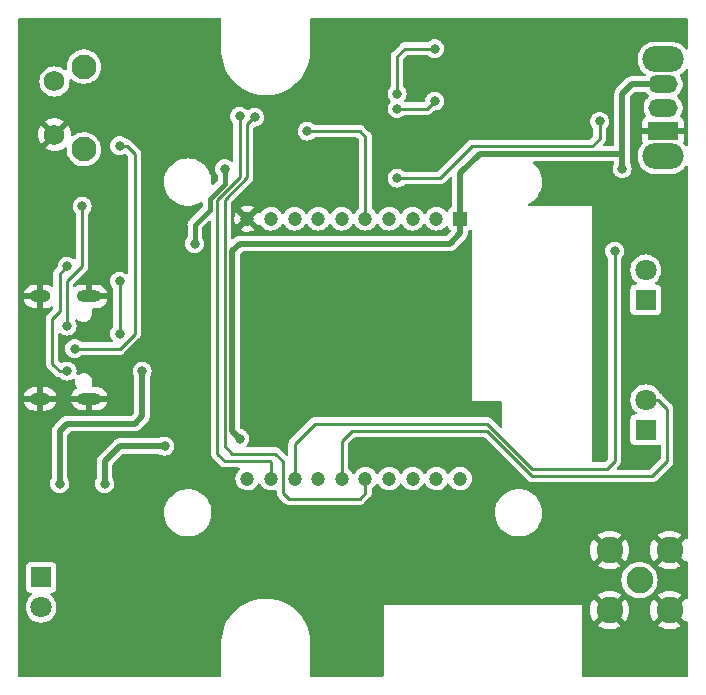
<source format=gbr>
%TF.GenerationSoftware,KiCad,Pcbnew,6.0.10-86aedd382b~118~ubuntu20.04.1*%
%TF.CreationDate,2023-01-16T10:09:37+01:00*%
%TF.ProjectId,Adaptateur-USB-Xbee-2,41646170-7461-4746-9575-722d5553422d,rev?*%
%TF.SameCoordinates,Original*%
%TF.FileFunction,Copper,L2,Bot*%
%TF.FilePolarity,Positive*%
%FSLAX46Y46*%
G04 Gerber Fmt 4.6, Leading zero omitted, Abs format (unit mm)*
G04 Created by KiCad (PCBNEW 6.0.10-86aedd382b~118~ubuntu20.04.1) date 2023-01-16 10:09:37*
%MOMM*%
%LPD*%
G01*
G04 APERTURE LIST*
%TA.AperFunction,ComponentPad*%
%ADD10R,1.200000X1.200000*%
%TD*%
%TA.AperFunction,ComponentPad*%
%ADD11C,1.200000*%
%TD*%
%TA.AperFunction,ComponentPad*%
%ADD12O,3.500000X2.200000*%
%TD*%
%TA.AperFunction,ComponentPad*%
%ADD13R,2.500000X1.500000*%
%TD*%
%TA.AperFunction,ComponentPad*%
%ADD14O,2.500000X1.500000*%
%TD*%
%TA.AperFunction,ComponentPad*%
%ADD15R,1.800000X1.800000*%
%TD*%
%TA.AperFunction,ComponentPad*%
%ADD16C,1.800000*%
%TD*%
%TA.AperFunction,ComponentPad*%
%ADD17O,1.800000X1.000000*%
%TD*%
%TA.AperFunction,ComponentPad*%
%ADD18O,2.100000X1.000000*%
%TD*%
%TA.AperFunction,ComponentPad*%
%ADD19C,2.100000*%
%TD*%
%TA.AperFunction,ComponentPad*%
%ADD20C,1.750000*%
%TD*%
%TA.AperFunction,ComponentPad*%
%ADD21C,2.250000*%
%TD*%
%TA.AperFunction,ViaPad*%
%ADD22C,0.800000*%
%TD*%
%TA.AperFunction,ViaPad*%
%ADD23C,0.700000*%
%TD*%
%TA.AperFunction,Conductor*%
%ADD24C,0.250000*%
%TD*%
%TA.AperFunction,Conductor*%
%ADD25C,0.500000*%
%TD*%
%TA.AperFunction,Conductor*%
%ADD26C,0.400000*%
%TD*%
G04 APERTURE END LIST*
D10*
%TO.P,U3B1,1,VCC*%
%TO.N,+3.3V*%
X122795000Y-101400000D03*
D11*
%TO.P,U3B1,2,DOUT*%
%TO.N,/USART_RXD*%
X120795000Y-101400000D03*
%TO.P,U3B1,3,DIN*%
%TO.N,/USART_TXD*%
X118795000Y-101400000D03*
%TO.P,U3B1,4,DIO12*%
%TO.N,unconnected-(U3B1-Pad4)*%
X116795000Y-101400000D03*
%TO.P,U3B1,5,~{RESET}*%
%TO.N,/~{RESET}*%
X114795000Y-101400000D03*
%TO.P,U3B1,6,RSSI*%
%TO.N,unconnected-(U3B1-Pad6)*%
X112795000Y-101400000D03*
%TO.P,U3B1,7,DIO11*%
%TO.N,unconnected-(U3B1-Pad7)*%
X110795000Y-101400000D03*
%TO.P,U3B1,8*%
%TO.N,N/C*%
X108795000Y-101400000D03*
%TO.P,U3B1,9,~{DTR}/SLEEP_REQ*%
%TO.N,/SLEEP_RQ*%
X106795000Y-101400000D03*
%TO.P,U3B1,10,GND*%
%TO.N,GND*%
X104795000Y-101400000D03*
%TO.P,U3B1,11,DIO4*%
%TO.N,unconnected-(U3B1-Pad11)*%
X104795000Y-123400000D03*
%TO.P,U3B1,12,~{CTS}*%
%TO.N,/USART_CTS*%
X106795000Y-123400000D03*
%TO.P,U3B1,13,~{SLEEP}*%
%TO.N,/~{SLEEP}*%
X108795000Y-123400000D03*
%TO.P,U3B1,14*%
%TO.N,N/C*%
X110795000Y-123400000D03*
%TO.P,U3B1,15,ASSOCIATE*%
%TO.N,/ASSOCIATE*%
X112795000Y-123400000D03*
%TO.P,U3B1,16,~{RTS}*%
%TO.N,/USART_RTS*%
X114795000Y-123400000D03*
%TO.P,U3B1,17,DIO3*%
%TO.N,unconnected-(U3B1-Pad17)*%
X116795000Y-123400000D03*
%TO.P,U3B1,18,DIO2*%
%TO.N,unconnected-(U3B1-Pad18)*%
X118795000Y-123400000D03*
%TO.P,U3B1,19,DIO1*%
%TO.N,unconnected-(U3B1-Pad19)*%
X120795000Y-123400000D03*
%TO.P,U3B1,20,DIO0*%
%TO.N,unconnected-(U3B1-Pad20)*%
X122795000Y-123400000D03*
%TD*%
D12*
%TO.P,SW2,*%
%TO.N,*%
X140000000Y-87900000D03*
X140000000Y-96100000D03*
D13*
%TO.P,SW2,1,A*%
%TO.N,GND*%
X140000000Y-94000000D03*
D14*
%TO.P,SW2,2,B*%
%TO.N,Net-(SW2-Pad2)*%
X140000000Y-92000000D03*
%TO.P,SW2,3,C*%
%TO.N,+3.3V*%
X140000000Y-90000000D03*
%TD*%
D15*
%TO.P,D2,1,K*%
%TO.N,Net-(D2-Pad1)*%
X87325000Y-131750000D03*
D16*
%TO.P,D2,2,A*%
%TO.N,+3.3V*%
X87325000Y-134290000D03*
%TD*%
D15*
%TO.P,D1,1,K*%
%TO.N,Net-(D1-Pad1)*%
X138525000Y-108275000D03*
D16*
%TO.P,D1,2,A*%
%TO.N,+3.3V*%
X138525000Y-105735000D03*
%TD*%
D17*
%TO.P,J2,S1,SHIELD*%
%TO.N,GND*%
X87237500Y-116635000D03*
D18*
X91417500Y-116625000D03*
D17*
X87237500Y-107985000D03*
D18*
X91417500Y-107985000D03*
%TD*%
D19*
%TO.P,SW1,*%
%TO.N,*%
X90952500Y-88515000D03*
X90952500Y-95525000D03*
D20*
%TO.P,SW1,1,1*%
%TO.N,GND*%
X88462500Y-94275000D03*
%TO.P,SW1,2,2*%
%TO.N,/~{RESET}*%
X88462500Y-89775000D03*
%TD*%
D21*
%TO.P,J1,1,In*%
%TO.N,Net-(AE1-Pad1)*%
X138000000Y-132000000D03*
%TO.P,J1,2,Ext*%
%TO.N,GND*%
X135460000Y-134540000D03*
X135460000Y-129460000D03*
X140540000Y-129460000D03*
X140540000Y-134540000D03*
%TD*%
D15*
%TO.P,D3,1,K*%
%TO.N,Net-(D3-Pad1)*%
X138525000Y-119275000D03*
D16*
%TO.P,D3,2,A*%
%TO.N,/ASSOCIATE*%
X138525000Y-116735000D03*
%TD*%
D22*
%TO.N,+5V*%
X100330000Y-103505000D03*
X120650000Y-91440000D03*
X102870000Y-97155000D03*
X117475000Y-92075000D03*
D23*
%TO.N,GND*%
X117348000Y-128016000D03*
X132080000Y-133096000D03*
X133858000Y-130810000D03*
X118618000Y-132080000D03*
X122682000Y-120904000D03*
X120650000Y-124968000D03*
X117348000Y-131064000D03*
X117348000Y-129540000D03*
D22*
X105041400Y-119113600D03*
X122555000Y-117475000D03*
D23*
X126238000Y-123952000D03*
D22*
X104775000Y-106045000D03*
X104775000Y-115570000D03*
X108585000Y-117475000D03*
D23*
X121920000Y-133096000D03*
X130302000Y-133096000D03*
X125222000Y-120904000D03*
D22*
X122494000Y-107376000D03*
D23*
X133858000Y-133096000D03*
X126238000Y-130810000D03*
X128270000Y-130810000D03*
X132080000Y-130810000D03*
X123444000Y-124968000D03*
X118872000Y-124968000D03*
X117348000Y-126492000D03*
D22*
X120650000Y-114935000D03*
X111241800Y-107431800D03*
D23*
X123190000Y-130556000D03*
X128270000Y-133096000D03*
X122936000Y-129032000D03*
X130302000Y-130810000D03*
X122174000Y-124968000D03*
X124460000Y-133096000D03*
X122682000Y-121920000D03*
X126238000Y-133096000D03*
X124460000Y-130810000D03*
D22*
X104775000Y-110490000D03*
D23*
X117348000Y-124968000D03*
X124206000Y-127254000D03*
X119380000Y-133096000D03*
X125984000Y-122174000D03*
X122428000Y-127508000D03*
D22*
%TO.N,VCOM*%
X95885000Y-114300000D03*
X88900000Y-123825000D03*
%TO.N,+3.3V*%
X136525000Y-97155000D03*
X97790000Y-120650000D03*
X92710000Y-123825000D03*
X104140000Y-120015000D03*
%TO.N,/USART_RTS*%
X120650000Y-86995000D03*
X117475000Y-90805000D03*
X105410000Y-92799500D03*
%TO.N,/USART_CTS*%
X104140000Y-92710000D03*
%TO.N,/USB_DP*%
X90170000Y-112395000D03*
X93980000Y-95210500D03*
%TO.N,/USB_DM*%
X93980000Y-106680000D03*
X93980000Y-111125000D03*
%TO.N,/~{SLEEP}*%
X135890000Y-104140000D03*
%TO.N,/~{RESET}*%
X109855000Y-93980000D03*
%TO.N,/SLEEP_RQ*%
X117475000Y-97954500D03*
X134620000Y-93150500D03*
%TO.N,Net-(J2-PadA5)*%
X89535000Y-110490000D03*
X90805000Y-100330000D03*
%TO.N,Net-(J2-PadB5)*%
X89535000Y-114300000D03*
X89535000Y-105410000D03*
%TD*%
D24*
%TO.N,/USB_DP*%
X95250000Y-111125000D02*
X93980000Y-112395000D01*
X93980000Y-95210500D02*
X94575500Y-95210500D01*
X94575500Y-95210500D02*
X95250000Y-95885000D01*
X95250000Y-95885000D02*
X95250000Y-111125000D01*
X93980000Y-112395000D02*
X90170000Y-112395000D01*
D25*
%TO.N,+3.3V*%
X104140000Y-120015000D02*
X103505000Y-119380000D01*
X103505000Y-119380000D02*
X103505000Y-104140000D01*
X121920000Y-103505000D02*
X122795000Y-102630000D01*
X103505000Y-104140000D02*
X104140000Y-103505000D01*
X104140000Y-103505000D02*
X121920000Y-103505000D01*
X122795000Y-102630000D02*
X122795000Y-101400000D01*
D24*
%TO.N,+5V*%
X117475000Y-92075000D02*
X120015000Y-92075000D01*
D26*
X102870000Y-98425000D02*
X102870000Y-97155000D01*
D24*
X120015000Y-92075000D02*
X120650000Y-91440000D01*
D26*
X101600000Y-100647500D02*
X101600000Y-99695000D01*
X100330000Y-101917500D02*
X101600000Y-100647500D01*
X100330000Y-103505000D02*
X100330000Y-101917500D01*
X101600000Y-99695000D02*
X102870000Y-98425000D01*
D25*
%TO.N,VCOM*%
X95250000Y-118745000D02*
X95885000Y-118110000D01*
X88900000Y-119380000D02*
X89535000Y-118745000D01*
X88900000Y-123825000D02*
X88900000Y-119380000D01*
X95885000Y-118110000D02*
X95885000Y-114300000D01*
X89535000Y-118745000D02*
X95250000Y-118745000D01*
%TO.N,+3.3V*%
X136525000Y-97155000D02*
X136525000Y-90805000D01*
X92710000Y-121920000D02*
X92710000Y-123825000D01*
X97790000Y-120650000D02*
X93980000Y-120650000D01*
X122795000Y-101400000D02*
X122795000Y-97550000D01*
X136525000Y-90805000D02*
X137330000Y-90000000D01*
X124460000Y-95885000D02*
X136525000Y-95885000D01*
X122795000Y-97550000D02*
X124460000Y-95885000D01*
X93980000Y-120650000D02*
X92710000Y-121920000D01*
X137330000Y-90000000D02*
X140000000Y-90000000D01*
D24*
%TO.N,/USART_RTS*%
X107800000Y-124604000D02*
X107800000Y-121920000D01*
X114300000Y-125095000D02*
X108291000Y-125095000D01*
X103505000Y-121285000D02*
X102870000Y-120650000D01*
X117475000Y-90805000D02*
X117475000Y-87630000D01*
X108291000Y-125095000D02*
X107800000Y-124604000D01*
X114795000Y-123400000D02*
X114795000Y-124600000D01*
X114795000Y-124600000D02*
X114300000Y-125095000D01*
X104775000Y-97898858D02*
X104775000Y-93345000D01*
X107165000Y-121285000D02*
X103505000Y-121285000D01*
X107800000Y-121920000D02*
X107165000Y-121285000D01*
X102870000Y-120650000D02*
X102870000Y-99803858D01*
X118110000Y-86995000D02*
X120650000Y-86995000D01*
X104775000Y-93345000D02*
X105320500Y-92799500D01*
X117475000Y-87630000D02*
X118110000Y-86995000D01*
X105320500Y-92799500D02*
X105410000Y-92799500D01*
X102870000Y-99803858D02*
X104775000Y-97898858D01*
%TO.N,/USART_CTS*%
X102870000Y-121920000D02*
X102235000Y-121285000D01*
X102235000Y-121285000D02*
X102235000Y-99802462D01*
X102235000Y-99802462D02*
X104140000Y-97897462D01*
X104140000Y-97897462D02*
X104140000Y-92710000D01*
X106680000Y-121920000D02*
X102870000Y-121920000D01*
X106795000Y-123400000D02*
X106795000Y-122035000D01*
X106795000Y-122035000D02*
X106680000Y-121920000D01*
%TO.N,/USB_DM*%
X93980000Y-111125000D02*
X93980000Y-106680000D01*
%TO.N,/ASSOCIATE*%
X112795000Y-123400000D02*
X112795000Y-120250000D01*
X125095000Y-119380000D02*
X128905000Y-123190000D01*
X140335000Y-121920000D02*
X140335000Y-117475000D01*
X140335000Y-117475000D02*
X139595000Y-116735000D01*
X113665000Y-119380000D02*
X125095000Y-119380000D01*
X139595000Y-116735000D02*
X138525000Y-116735000D01*
X139065000Y-123190000D02*
X140335000Y-121920000D01*
X112795000Y-120250000D02*
X113665000Y-119380000D01*
X128905000Y-123190000D02*
X139065000Y-123190000D01*
%TO.N,/~{SLEEP}*%
X135255000Y-122555000D02*
X135890000Y-121920000D01*
X110490000Y-118745000D02*
X125096396Y-118745000D01*
X108795000Y-120440000D02*
X110490000Y-118745000D01*
X125096396Y-118745000D02*
X128906396Y-122555000D01*
X128906396Y-122555000D02*
X135255000Y-122555000D01*
X108795000Y-123400000D02*
X108795000Y-120440000D01*
X135890000Y-121920000D02*
X135890000Y-104140000D01*
%TO.N,/~{RESET}*%
X109855000Y-93980000D02*
X114300000Y-93980000D01*
X114795000Y-94475000D02*
X114795000Y-101400000D01*
X114300000Y-93980000D02*
X114795000Y-94475000D01*
%TO.N,/SLEEP_RQ*%
X123825000Y-95250000D02*
X133985000Y-95250000D01*
X133985000Y-95250000D02*
X134620000Y-94615000D01*
X134620000Y-94615000D02*
X134620000Y-93150500D01*
X117475000Y-97954500D02*
X121120500Y-97954500D01*
X121120500Y-97954500D02*
X123825000Y-95250000D01*
%TO.N,Net-(J2-PadA5)*%
X90805000Y-105410000D02*
X90805000Y-100330000D01*
X89535000Y-110490000D02*
X89535000Y-106680000D01*
X89535000Y-106680000D02*
X90805000Y-105410000D01*
%TO.N,Net-(J2-PadB5)*%
X88265000Y-113665000D02*
X88265000Y-109855000D01*
X88900000Y-109220000D02*
X88900000Y-106045000D01*
X88900000Y-106045000D02*
X89535000Y-105410000D01*
X89535000Y-114300000D02*
X88900000Y-114300000D01*
X88900000Y-114300000D02*
X88265000Y-113665000D01*
X88265000Y-109855000D02*
X88900000Y-109220000D01*
%TD*%
%TA.AperFunction,Conductor*%
%TO.N,GND*%
G36*
X102541621Y-84420502D02*
G01*
X102588114Y-84474158D01*
X102599500Y-84526500D01*
X102599500Y-87267799D01*
X102598561Y-87283154D01*
X102594755Y-87314152D01*
X102595327Y-87317096D01*
X102626468Y-87684963D01*
X102627035Y-87688017D01*
X102627036Y-87688025D01*
X102693479Y-88045952D01*
X102694390Y-88050860D01*
X102798176Y-88408244D01*
X102799341Y-88411147D01*
X102799342Y-88411149D01*
X102917882Y-88706457D01*
X102936808Y-88753607D01*
X103108925Y-89083562D01*
X103110635Y-89086173D01*
X103110637Y-89086176D01*
X103203505Y-89227953D01*
X103312840Y-89394870D01*
X103314786Y-89397282D01*
X103314793Y-89397291D01*
X103405469Y-89509653D01*
X103546552Y-89684479D01*
X103562787Y-89700953D01*
X103797691Y-89939321D01*
X103807768Y-89949547D01*
X104093925Y-90187473D01*
X104242234Y-90287752D01*
X104399630Y-90394175D01*
X104399637Y-90394179D01*
X104402216Y-90395923D01*
X104404958Y-90397405D01*
X104404960Y-90397406D01*
X104629032Y-90518496D01*
X104729615Y-90572852D01*
X104732492Y-90574056D01*
X104732494Y-90574057D01*
X104933265Y-90658081D01*
X105072912Y-90716524D01*
X105428738Y-90825530D01*
X105431788Y-90826143D01*
X105431794Y-90826144D01*
X105790549Y-90898188D01*
X105790555Y-90898189D01*
X105793603Y-90898801D01*
X106163926Y-90935617D01*
X106536074Y-90935617D01*
X106906397Y-90898801D01*
X106909445Y-90898189D01*
X106909451Y-90898188D01*
X107268206Y-90826144D01*
X107268212Y-90826143D01*
X107271262Y-90825530D01*
X107627088Y-90716524D01*
X107766735Y-90658081D01*
X107967506Y-90574057D01*
X107967508Y-90574056D01*
X107970385Y-90572852D01*
X108070969Y-90518496D01*
X108295040Y-90397406D01*
X108295042Y-90397405D01*
X108297784Y-90395923D01*
X108300363Y-90394179D01*
X108300370Y-90394175D01*
X108457766Y-90287752D01*
X108606075Y-90187473D01*
X108892232Y-89949547D01*
X108902310Y-89939321D01*
X109137213Y-89700953D01*
X109153448Y-89684479D01*
X109294531Y-89509653D01*
X109385207Y-89397291D01*
X109385214Y-89397282D01*
X109387160Y-89394870D01*
X109496495Y-89227953D01*
X109589363Y-89086176D01*
X109589365Y-89086173D01*
X109591075Y-89083562D01*
X109763192Y-88753607D01*
X109782119Y-88706457D01*
X109900658Y-88411149D01*
X109900659Y-88411147D01*
X109901824Y-88408244D01*
X110005610Y-88050860D01*
X110006521Y-88045952D01*
X110072964Y-87688025D01*
X110072965Y-87688017D01*
X110073532Y-87684963D01*
X110104673Y-87317096D01*
X110105245Y-87314152D01*
X110101439Y-87283154D01*
X110100500Y-87267799D01*
X110100500Y-84526500D01*
X110120502Y-84458379D01*
X110174158Y-84411886D01*
X110226500Y-84400500D01*
X141973500Y-84400500D01*
X142041621Y-84420502D01*
X142088114Y-84474158D01*
X142099500Y-84526500D01*
X142099500Y-86953667D01*
X142079498Y-87021788D01*
X142025842Y-87068281D01*
X141955568Y-87078385D01*
X141890988Y-87048891D01*
X141872740Y-87029320D01*
X141779022Y-86904499D01*
X141779020Y-86904496D01*
X141775917Y-86900364D01*
X141597532Y-86729896D01*
X141569212Y-86710577D01*
X141397979Y-86593770D01*
X141397980Y-86593770D01*
X141393700Y-86590851D01*
X141251612Y-86524896D01*
X141174591Y-86489144D01*
X141174587Y-86489143D01*
X141169896Y-86486965D01*
X140932129Y-86421026D01*
X140926992Y-86420477D01*
X140734043Y-86399856D01*
X140734035Y-86399856D01*
X140730708Y-86399500D01*
X139287446Y-86399500D01*
X139284873Y-86399712D01*
X139284862Y-86399712D01*
X139109240Y-86414151D01*
X139109234Y-86414152D01*
X139104089Y-86414575D01*
X138864783Y-86474684D01*
X138638507Y-86573072D01*
X138431339Y-86707095D01*
X138427514Y-86710575D01*
X138427512Y-86710577D01*
X138406281Y-86729896D01*
X138248842Y-86873154D01*
X138245643Y-86877205D01*
X138245639Y-86877209D01*
X138099119Y-87062736D01*
X138099116Y-87062741D01*
X138095918Y-87066790D01*
X138093425Y-87071306D01*
X138093423Y-87071309D01*
X138021323Y-87201919D01*
X137976673Y-87282802D01*
X137974949Y-87287671D01*
X137974947Y-87287675D01*
X137896035Y-87510515D01*
X137894309Y-87515390D01*
X137893402Y-87520483D01*
X137893401Y-87520486D01*
X137856328Y-87728615D01*
X137851039Y-87758306D01*
X137848025Y-88005028D01*
X137885347Y-88248930D01*
X137962003Y-88483460D01*
X137964393Y-88488051D01*
X138055903Y-88663839D01*
X138075935Y-88702321D01*
X138079038Y-88706454D01*
X138079040Y-88706457D01*
X138220978Y-88895501D01*
X138224083Y-88899636D01*
X138402468Y-89070104D01*
X138406740Y-89073018D01*
X138406741Y-89073019D01*
X138474751Y-89119412D01*
X138519754Y-89174323D01*
X138527925Y-89244848D01*
X138496671Y-89308595D01*
X138435914Y-89345325D01*
X138403747Y-89349500D01*
X137411000Y-89349500D01*
X137399360Y-89348951D01*
X137391704Y-89347240D01*
X137383781Y-89347489D01*
X137321770Y-89349438D01*
X137317812Y-89349500D01*
X137289075Y-89349500D01*
X137284804Y-89350039D01*
X137272976Y-89350971D01*
X137227431Y-89352403D01*
X137219817Y-89354615D01*
X137219812Y-89354616D01*
X137207208Y-89358278D01*
X137187844Y-89362289D01*
X137166942Y-89364929D01*
X137159571Y-89367848D01*
X137159569Y-89367848D01*
X137124580Y-89381702D01*
X137113369Y-89385541D01*
X137069602Y-89398256D01*
X137051467Y-89408981D01*
X137033719Y-89417676D01*
X137014129Y-89425432D01*
X136977262Y-89452218D01*
X136967354Y-89458725D01*
X136934958Y-89477883D01*
X136934953Y-89477887D01*
X136928135Y-89481919D01*
X136913242Y-89496812D01*
X136898208Y-89509653D01*
X136881163Y-89522037D01*
X136853982Y-89554894D01*
X136852121Y-89557143D01*
X136844131Y-89565923D01*
X136122302Y-90287752D01*
X136113685Y-90295593D01*
X136107060Y-90299798D01*
X136101633Y-90305577D01*
X136101632Y-90305578D01*
X136059151Y-90350816D01*
X136056396Y-90353658D01*
X136036089Y-90373965D01*
X136033660Y-90377096D01*
X136033655Y-90377102D01*
X136033442Y-90377377D01*
X136025745Y-90386390D01*
X135994552Y-90419607D01*
X135990733Y-90426554D01*
X135984404Y-90438066D01*
X135973550Y-90454590D01*
X135965496Y-90464973D01*
X135960638Y-90471236D01*
X135942546Y-90513045D01*
X135937330Y-90523693D01*
X135915373Y-90563632D01*
X135913402Y-90571311D01*
X135913401Y-90571312D01*
X135910133Y-90584041D01*
X135903727Y-90602750D01*
X135898512Y-90614800D01*
X135898510Y-90614805D01*
X135895365Y-90622074D01*
X135890431Y-90653227D01*
X135888239Y-90667065D01*
X135885831Y-90678690D01*
X135876472Y-90715140D01*
X135876471Y-90715145D01*
X135874500Y-90722823D01*
X135874500Y-90743884D01*
X135872949Y-90763596D01*
X135869653Y-90784405D01*
X135870399Y-90792296D01*
X135873941Y-90829765D01*
X135874500Y-90841623D01*
X135874500Y-95108500D01*
X135854498Y-95176621D01*
X135800842Y-95223114D01*
X135748500Y-95234500D01*
X135047859Y-95234500D01*
X134979738Y-95214498D01*
X134933245Y-95160842D01*
X134923141Y-95090568D01*
X134952635Y-95025988D01*
X134958764Y-95019405D01*
X134981364Y-94996805D01*
X134985173Y-94993152D01*
X135022385Y-94958934D01*
X135028712Y-94953116D01*
X135050465Y-94918032D01*
X135057182Y-94908260D01*
X135082128Y-94875395D01*
X135087224Y-94862524D01*
X135097292Y-94842507D01*
X135104582Y-94830750D01*
X135107424Y-94820970D01*
X135116094Y-94791126D01*
X135119939Y-94779897D01*
X135131968Y-94749514D01*
X135131968Y-94749512D01*
X135135130Y-94741527D01*
X135136577Y-94727758D01*
X135140890Y-94705776D01*
X135142135Y-94701492D01*
X135144751Y-94692488D01*
X135145246Y-94685749D01*
X135145331Y-94684596D01*
X135145331Y-94684583D01*
X135145500Y-94682288D01*
X135145500Y-94649471D01*
X135146190Y-94636300D01*
X135149282Y-94606880D01*
X135150180Y-94598338D01*
X135147264Y-94581096D01*
X135145500Y-94560084D01*
X135145500Y-93809539D01*
X135165502Y-93741418D01*
X135184604Y-93718297D01*
X135237099Y-93668307D01*
X135336483Y-93518722D01*
X135352413Y-93476786D01*
X135397757Y-93357419D01*
X135397758Y-93357414D01*
X135400257Y-93350836D01*
X135409982Y-93281639D01*
X135424700Y-93176916D01*
X135424700Y-93176911D01*
X135425251Y-93172993D01*
X135425565Y-93150500D01*
X135405546Y-92972028D01*
X135399427Y-92954455D01*
X135365362Y-92856636D01*
X135346485Y-92802427D01*
X135326048Y-92769720D01*
X135255049Y-92656099D01*
X135251316Y-92650125D01*
X135171957Y-92570210D01*
X135129733Y-92527690D01*
X135129729Y-92527687D01*
X135124770Y-92522693D01*
X135113761Y-92515706D01*
X135029344Y-92462134D01*
X134973136Y-92426463D01*
X134941615Y-92415239D01*
X134810586Y-92368581D01*
X134810581Y-92368580D01*
X134803951Y-92366219D01*
X134796965Y-92365386D01*
X134796961Y-92365385D01*
X134669177Y-92350148D01*
X134625624Y-92344955D01*
X134618621Y-92345691D01*
X134618620Y-92345691D01*
X134454025Y-92362990D01*
X134454021Y-92362991D01*
X134447017Y-92363727D01*
X134440346Y-92365998D01*
X134283677Y-92419332D01*
X134283674Y-92419333D01*
X134277007Y-92421603D01*
X134271009Y-92425293D01*
X134271007Y-92425294D01*
X134228529Y-92451427D01*
X134124045Y-92515706D01*
X134119014Y-92520632D01*
X134119011Y-92520635D01*
X134088692Y-92550326D01*
X133995732Y-92641359D01*
X133991913Y-92647284D01*
X133991912Y-92647286D01*
X133944880Y-92720265D01*
X133898446Y-92792317D01*
X133896037Y-92798937D01*
X133896035Y-92798940D01*
X133874302Y-92858651D01*
X133837022Y-92961078D01*
X133814514Y-93139253D01*
X133815201Y-93146260D01*
X133815201Y-93146263D01*
X133820993Y-93205328D01*
X133832039Y-93317986D01*
X133834262Y-93324668D01*
X133834262Y-93324669D01*
X133881252Y-93465927D01*
X133888726Y-93488396D01*
X133892373Y-93494418D01*
X133973540Y-93628440D01*
X133981759Y-93642012D01*
X133986648Y-93647075D01*
X133986649Y-93647076D01*
X134059137Y-93722139D01*
X134092069Y-93785035D01*
X134094500Y-93809666D01*
X134094500Y-94345139D01*
X134074498Y-94413260D01*
X134057596Y-94434234D01*
X133804236Y-94687595D01*
X133741923Y-94721620D01*
X133715140Y-94724500D01*
X123839435Y-94724500D01*
X123834159Y-94724389D01*
X123821894Y-94723875D01*
X123775081Y-94721913D01*
X123734895Y-94731338D01*
X123723229Y-94733500D01*
X123690864Y-94737933D01*
X123690862Y-94737934D01*
X123682354Y-94739099D01*
X123674473Y-94742510D01*
X123674471Y-94742510D01*
X123669653Y-94744595D01*
X123648390Y-94751627D01*
X123643275Y-94752827D01*
X123643273Y-94752828D01*
X123634907Y-94754790D01*
X123627382Y-94758927D01*
X123627379Y-94758928D01*
X123598738Y-94774674D01*
X123588078Y-94779896D01*
X123558098Y-94792869D01*
X123558095Y-94792871D01*
X123550217Y-94796280D01*
X123543544Y-94801683D01*
X123543540Y-94801686D01*
X123539456Y-94804993D01*
X123520870Y-94817482D01*
X123514525Y-94820970D01*
X123514521Y-94820973D01*
X123508738Y-94824152D01*
X123500995Y-94830835D01*
X123477786Y-94854044D01*
X123467985Y-94862870D01*
X123444999Y-94881483D01*
X123444997Y-94881485D01*
X123438325Y-94886888D01*
X123433351Y-94893887D01*
X123433350Y-94893888D01*
X123428198Y-94901138D01*
X123414587Y-94917243D01*
X122176972Y-96154859D01*
X120939736Y-97392095D01*
X120877424Y-97426120D01*
X120850641Y-97429000D01*
X118133815Y-97429000D01*
X118065694Y-97408998D01*
X118044410Y-97391784D01*
X117984738Y-97331695D01*
X117984734Y-97331692D01*
X117979770Y-97326693D01*
X117968761Y-97319706D01*
X117884973Y-97266533D01*
X117828136Y-97230463D01*
X117798352Y-97219857D01*
X117665586Y-97172581D01*
X117665581Y-97172580D01*
X117658951Y-97170219D01*
X117651965Y-97169386D01*
X117651961Y-97169385D01*
X117524177Y-97154148D01*
X117480624Y-97148955D01*
X117473621Y-97149691D01*
X117473620Y-97149691D01*
X117309025Y-97166990D01*
X117309021Y-97166991D01*
X117302017Y-97167727D01*
X117295346Y-97169998D01*
X117138677Y-97223332D01*
X117138674Y-97223333D01*
X117132007Y-97225603D01*
X117126009Y-97229293D01*
X117126007Y-97229294D01*
X117065476Y-97266533D01*
X116979045Y-97319706D01*
X116974014Y-97324632D01*
X116974011Y-97324635D01*
X116935938Y-97361919D01*
X116850732Y-97445359D01*
X116846913Y-97451284D01*
X116846912Y-97451286D01*
X116800532Y-97523254D01*
X116753446Y-97596317D01*
X116751037Y-97602937D01*
X116751035Y-97602940D01*
X116733333Y-97651576D01*
X116692022Y-97765078D01*
X116669514Y-97943253D01*
X116670201Y-97950260D01*
X116670201Y-97950263D01*
X116674062Y-97989634D01*
X116687039Y-98121986D01*
X116689262Y-98128668D01*
X116689262Y-98128669D01*
X116701712Y-98166094D01*
X116743726Y-98292396D01*
X116747373Y-98298418D01*
X116824599Y-98425933D01*
X116836759Y-98446012D01*
X116841648Y-98451075D01*
X116841649Y-98451076D01*
X116871765Y-98482262D01*
X116961514Y-98575199D01*
X117111789Y-98673536D01*
X117280116Y-98736136D01*
X117287097Y-98737067D01*
X117287099Y-98737068D01*
X117451149Y-98758957D01*
X117451153Y-98758957D01*
X117458130Y-98759888D01*
X117465142Y-98759250D01*
X117465146Y-98759250D01*
X117629960Y-98744251D01*
X117629961Y-98744251D01*
X117636981Y-98743612D01*
X117807782Y-98688115D01*
X117838714Y-98669676D01*
X117955992Y-98599765D01*
X117955994Y-98599764D01*
X117962044Y-98596157D01*
X118047525Y-98514754D01*
X118110651Y-98482262D01*
X118134418Y-98480000D01*
X121106065Y-98480000D01*
X121111342Y-98480111D01*
X121170419Y-98482587D01*
X121210605Y-98473162D01*
X121222271Y-98471000D01*
X121254636Y-98466567D01*
X121254638Y-98466566D01*
X121263146Y-98465401D01*
X121271027Y-98461990D01*
X121271029Y-98461990D01*
X121275847Y-98459905D01*
X121297110Y-98452873D01*
X121302229Y-98451672D01*
X121302231Y-98451671D01*
X121310593Y-98449710D01*
X121346775Y-98429819D01*
X121357405Y-98424612D01*
X121395283Y-98408220D01*
X121401959Y-98402814D01*
X121401961Y-98402813D01*
X121406042Y-98399508D01*
X121424626Y-98387020D01*
X121436763Y-98380347D01*
X121444505Y-98373664D01*
X121467709Y-98350460D01*
X121477510Y-98341634D01*
X121500499Y-98323018D01*
X121507175Y-98317612D01*
X121517306Y-98303356D01*
X121530913Y-98287256D01*
X121929405Y-97888764D01*
X121991717Y-97854738D01*
X122062532Y-97859803D01*
X122119368Y-97902350D01*
X122144179Y-97968870D01*
X122144500Y-97977859D01*
X122144500Y-100300135D01*
X122124498Y-100368256D01*
X122071656Y-100414044D01*
X122069696Y-100414354D01*
X121956658Y-100471950D01*
X121866950Y-100561658D01*
X121809354Y-100674696D01*
X121807803Y-100684487D01*
X121807803Y-100684488D01*
X121802229Y-100719683D01*
X121771817Y-100783836D01*
X121711549Y-100821363D01*
X121640560Y-100820350D01*
X121580137Y-100779609D01*
X121571062Y-100768482D01*
X121508361Y-100691602D01*
X121357180Y-100566535D01*
X121184585Y-100473213D01*
X121057737Y-100433947D01*
X121003039Y-100417015D01*
X121003036Y-100417014D01*
X120997152Y-100415193D01*
X120991027Y-100414549D01*
X120991026Y-100414549D01*
X120808147Y-100395327D01*
X120808146Y-100395327D01*
X120802019Y-100394683D01*
X120679383Y-100405844D01*
X120612759Y-100411907D01*
X120612758Y-100411907D01*
X120606618Y-100412466D01*
X120600704Y-100414207D01*
X120600702Y-100414207D01*
X120533632Y-100433947D01*
X120418393Y-100467864D01*
X120412928Y-100470721D01*
X120249972Y-100555912D01*
X120249968Y-100555915D01*
X120244512Y-100558767D01*
X120239712Y-100562627D01*
X120239711Y-100562627D01*
X120205326Y-100590273D01*
X120091600Y-100681711D01*
X119965480Y-100832016D01*
X119962513Y-100837414D01*
X119962511Y-100837416D01*
X119905263Y-100941548D01*
X119854918Y-100991606D01*
X119785501Y-101006499D01*
X119719052Y-100981498D01*
X119683598Y-100939999D01*
X119680959Y-100935036D01*
X119632370Y-100843653D01*
X119508361Y-100691602D01*
X119357180Y-100566535D01*
X119184585Y-100473213D01*
X119057737Y-100433947D01*
X119003039Y-100417015D01*
X119003036Y-100417014D01*
X118997152Y-100415193D01*
X118991027Y-100414549D01*
X118991026Y-100414549D01*
X118808147Y-100395327D01*
X118808146Y-100395327D01*
X118802019Y-100394683D01*
X118679383Y-100405844D01*
X118612759Y-100411907D01*
X118612758Y-100411907D01*
X118606618Y-100412466D01*
X118600704Y-100414207D01*
X118600702Y-100414207D01*
X118533632Y-100433947D01*
X118418393Y-100467864D01*
X118412928Y-100470721D01*
X118249972Y-100555912D01*
X118249968Y-100555915D01*
X118244512Y-100558767D01*
X118239712Y-100562627D01*
X118239711Y-100562627D01*
X118205326Y-100590273D01*
X118091600Y-100681711D01*
X117965480Y-100832016D01*
X117962513Y-100837414D01*
X117962511Y-100837416D01*
X117905263Y-100941548D01*
X117854918Y-100991606D01*
X117785501Y-101006499D01*
X117719052Y-100981498D01*
X117683598Y-100939999D01*
X117680959Y-100935036D01*
X117632370Y-100843653D01*
X117508361Y-100691602D01*
X117357180Y-100566535D01*
X117184585Y-100473213D01*
X117057737Y-100433947D01*
X117003039Y-100417015D01*
X117003036Y-100417014D01*
X116997152Y-100415193D01*
X116991027Y-100414549D01*
X116991026Y-100414549D01*
X116808147Y-100395327D01*
X116808146Y-100395327D01*
X116802019Y-100394683D01*
X116679383Y-100405844D01*
X116612759Y-100411907D01*
X116612758Y-100411907D01*
X116606618Y-100412466D01*
X116600704Y-100414207D01*
X116600702Y-100414207D01*
X116533632Y-100433947D01*
X116418393Y-100467864D01*
X116412928Y-100470721D01*
X116249972Y-100555912D01*
X116249968Y-100555915D01*
X116244512Y-100558767D01*
X116239712Y-100562627D01*
X116239711Y-100562627D01*
X116205326Y-100590273D01*
X116091600Y-100681711D01*
X115965480Y-100832016D01*
X115962513Y-100837414D01*
X115962511Y-100837416D01*
X115905263Y-100941548D01*
X115854918Y-100991606D01*
X115785501Y-101006499D01*
X115719052Y-100981498D01*
X115683598Y-100939999D01*
X115680959Y-100935036D01*
X115632370Y-100843653D01*
X115508361Y-100691602D01*
X115366184Y-100573984D01*
X115326447Y-100515152D01*
X115320500Y-100476900D01*
X115320500Y-94489435D01*
X115320611Y-94484159D01*
X115322727Y-94433666D01*
X115323087Y-94425081D01*
X115313662Y-94384895D01*
X115311500Y-94373229D01*
X115307067Y-94340864D01*
X115307066Y-94340862D01*
X115305901Y-94332354D01*
X115302251Y-94323918D01*
X115300405Y-94319653D01*
X115293373Y-94298390D01*
X115292173Y-94293274D01*
X115292172Y-94293270D01*
X115290210Y-94284907D01*
X115286072Y-94277380D01*
X115286070Y-94277375D01*
X115270328Y-94248741D01*
X115265105Y-94238081D01*
X115252131Y-94208100D01*
X115248720Y-94200217D01*
X115240008Y-94189458D01*
X115227515Y-94170867D01*
X115224029Y-94164525D01*
X115224026Y-94164521D01*
X115220847Y-94158738D01*
X115214165Y-94150995D01*
X115190956Y-94127786D01*
X115182130Y-94117985D01*
X115163517Y-94094999D01*
X115163515Y-94094997D01*
X115158112Y-94088325D01*
X115151110Y-94083349D01*
X115151107Y-94083346D01*
X115143865Y-94078199D01*
X115127760Y-94064590D01*
X114681793Y-93618624D01*
X114678140Y-93614814D01*
X114643934Y-93577615D01*
X114638116Y-93571288D01*
X114603044Y-93549542D01*
X114593262Y-93542819D01*
X114569251Y-93524593D01*
X114560396Y-93517872D01*
X114552409Y-93514710D01*
X114552406Y-93514708D01*
X114547517Y-93512772D01*
X114527516Y-93502713D01*
X114515750Y-93495418D01*
X114476119Y-93483904D01*
X114464895Y-93480060D01*
X114434516Y-93468033D01*
X114434513Y-93468032D01*
X114426528Y-93464871D01*
X114417991Y-93463974D01*
X114417984Y-93463972D01*
X114412761Y-93463423D01*
X114390784Y-93459112D01*
X114383822Y-93457089D01*
X114383820Y-93457089D01*
X114377488Y-93455249D01*
X114370673Y-93454749D01*
X114369596Y-93454669D01*
X114369583Y-93454669D01*
X114367288Y-93454500D01*
X114334461Y-93454500D01*
X114321290Y-93453810D01*
X114283338Y-93449821D01*
X114274872Y-93451253D01*
X114274869Y-93451253D01*
X114266102Y-93452736D01*
X114245090Y-93454500D01*
X110513815Y-93454500D01*
X110445694Y-93434498D01*
X110424410Y-93417284D01*
X110364738Y-93357195D01*
X110364734Y-93357192D01*
X110359770Y-93352193D01*
X110348761Y-93345206D01*
X110294822Y-93310976D01*
X110208136Y-93255963D01*
X110178352Y-93245357D01*
X110045586Y-93198081D01*
X110045581Y-93198080D01*
X110038951Y-93195719D01*
X110031965Y-93194886D01*
X110031961Y-93194885D01*
X109904177Y-93179648D01*
X109860624Y-93174455D01*
X109853621Y-93175191D01*
X109853620Y-93175191D01*
X109689025Y-93192490D01*
X109689021Y-93192491D01*
X109682017Y-93193227D01*
X109675346Y-93195498D01*
X109518677Y-93248832D01*
X109518674Y-93248833D01*
X109512007Y-93251103D01*
X109506009Y-93254793D01*
X109506007Y-93254794D01*
X109435526Y-93298155D01*
X109359045Y-93345206D01*
X109354014Y-93350132D01*
X109354011Y-93350135D01*
X109291883Y-93410976D01*
X109230732Y-93470859D01*
X109226913Y-93476784D01*
X109226912Y-93476786D01*
X109145644Y-93602889D01*
X109133446Y-93621817D01*
X109131037Y-93628437D01*
X109131035Y-93628440D01*
X109102734Y-93706198D01*
X109072022Y-93790578D01*
X109049514Y-93968753D01*
X109050201Y-93975760D01*
X109050201Y-93975763D01*
X109056826Y-94043327D01*
X109067039Y-94147486D01*
X109069262Y-94154168D01*
X109069262Y-94154169D01*
X109120878Y-94309333D01*
X109123726Y-94317896D01*
X109127373Y-94323918D01*
X109210112Y-94460536D01*
X109216759Y-94471512D01*
X109221648Y-94476575D01*
X109221649Y-94476576D01*
X109226504Y-94481603D01*
X109341514Y-94600699D01*
X109491789Y-94699036D01*
X109660116Y-94761636D01*
X109667097Y-94762567D01*
X109667099Y-94762568D01*
X109831149Y-94784457D01*
X109831153Y-94784457D01*
X109838130Y-94785388D01*
X109845142Y-94784750D01*
X109845146Y-94784750D01*
X110009960Y-94769751D01*
X110009961Y-94769751D01*
X110016981Y-94769112D01*
X110187782Y-94713615D01*
X110212584Y-94698830D01*
X110335992Y-94625265D01*
X110335994Y-94625264D01*
X110342044Y-94621657D01*
X110427525Y-94540254D01*
X110490651Y-94507762D01*
X110514418Y-94505500D01*
X114030141Y-94505500D01*
X114098262Y-94525502D01*
X114119236Y-94542405D01*
X114232595Y-94655764D01*
X114266621Y-94718076D01*
X114269500Y-94744859D01*
X114269500Y-100478307D01*
X114249498Y-100546428D01*
X114222453Y-100576503D01*
X114091600Y-100681711D01*
X113965480Y-100832016D01*
X113962513Y-100837414D01*
X113962511Y-100837416D01*
X113905263Y-100941548D01*
X113854918Y-100991606D01*
X113785501Y-101006499D01*
X113719052Y-100981498D01*
X113683598Y-100939999D01*
X113680959Y-100935036D01*
X113632370Y-100843653D01*
X113508361Y-100691602D01*
X113357180Y-100566535D01*
X113184585Y-100473213D01*
X113057737Y-100433947D01*
X113003039Y-100417015D01*
X113003036Y-100417014D01*
X112997152Y-100415193D01*
X112991027Y-100414549D01*
X112991026Y-100414549D01*
X112808147Y-100395327D01*
X112808146Y-100395327D01*
X112802019Y-100394683D01*
X112679383Y-100405844D01*
X112612759Y-100411907D01*
X112612758Y-100411907D01*
X112606618Y-100412466D01*
X112600704Y-100414207D01*
X112600702Y-100414207D01*
X112533632Y-100433947D01*
X112418393Y-100467864D01*
X112412928Y-100470721D01*
X112249972Y-100555912D01*
X112249968Y-100555915D01*
X112244512Y-100558767D01*
X112239712Y-100562627D01*
X112239711Y-100562627D01*
X112205326Y-100590273D01*
X112091600Y-100681711D01*
X111965480Y-100832016D01*
X111962513Y-100837414D01*
X111962511Y-100837416D01*
X111905263Y-100941548D01*
X111854918Y-100991606D01*
X111785501Y-101006499D01*
X111719052Y-100981498D01*
X111683598Y-100939999D01*
X111680959Y-100935036D01*
X111632370Y-100843653D01*
X111508361Y-100691602D01*
X111357180Y-100566535D01*
X111184585Y-100473213D01*
X111057737Y-100433947D01*
X111003039Y-100417015D01*
X111003036Y-100417014D01*
X110997152Y-100415193D01*
X110991027Y-100414549D01*
X110991026Y-100414549D01*
X110808147Y-100395327D01*
X110808146Y-100395327D01*
X110802019Y-100394683D01*
X110679383Y-100405844D01*
X110612759Y-100411907D01*
X110612758Y-100411907D01*
X110606618Y-100412466D01*
X110600704Y-100414207D01*
X110600702Y-100414207D01*
X110533632Y-100433947D01*
X110418393Y-100467864D01*
X110412928Y-100470721D01*
X110249972Y-100555912D01*
X110249968Y-100555915D01*
X110244512Y-100558767D01*
X110239712Y-100562627D01*
X110239711Y-100562627D01*
X110205326Y-100590273D01*
X110091600Y-100681711D01*
X109965480Y-100832016D01*
X109962513Y-100837414D01*
X109962511Y-100837416D01*
X109905263Y-100941548D01*
X109854918Y-100991606D01*
X109785501Y-101006499D01*
X109719052Y-100981498D01*
X109683598Y-100939999D01*
X109680959Y-100935036D01*
X109632370Y-100843653D01*
X109508361Y-100691602D01*
X109357180Y-100566535D01*
X109184585Y-100473213D01*
X109057737Y-100433947D01*
X109003039Y-100417015D01*
X109003036Y-100417014D01*
X108997152Y-100415193D01*
X108991027Y-100414549D01*
X108991026Y-100414549D01*
X108808147Y-100395327D01*
X108808146Y-100395327D01*
X108802019Y-100394683D01*
X108679383Y-100405844D01*
X108612759Y-100411907D01*
X108612758Y-100411907D01*
X108606618Y-100412466D01*
X108600704Y-100414207D01*
X108600702Y-100414207D01*
X108533632Y-100433947D01*
X108418393Y-100467864D01*
X108412928Y-100470721D01*
X108249972Y-100555912D01*
X108249968Y-100555915D01*
X108244512Y-100558767D01*
X108239712Y-100562627D01*
X108239711Y-100562627D01*
X108205326Y-100590273D01*
X108091600Y-100681711D01*
X107965480Y-100832016D01*
X107962513Y-100837414D01*
X107962511Y-100837416D01*
X107905263Y-100941548D01*
X107854918Y-100991606D01*
X107785501Y-101006499D01*
X107719052Y-100981498D01*
X107683598Y-100939999D01*
X107680959Y-100935036D01*
X107632370Y-100843653D01*
X107508361Y-100691602D01*
X107357180Y-100566535D01*
X107184585Y-100473213D01*
X107057737Y-100433947D01*
X107003039Y-100417015D01*
X107003036Y-100417014D01*
X106997152Y-100415193D01*
X106991027Y-100414549D01*
X106991026Y-100414549D01*
X106808147Y-100395327D01*
X106808146Y-100395327D01*
X106802019Y-100394683D01*
X106679383Y-100405844D01*
X106612759Y-100411907D01*
X106612758Y-100411907D01*
X106606618Y-100412466D01*
X106600704Y-100414207D01*
X106600702Y-100414207D01*
X106533632Y-100433947D01*
X106418393Y-100467864D01*
X106412928Y-100470721D01*
X106249972Y-100555912D01*
X106249968Y-100555915D01*
X106244512Y-100558767D01*
X106239712Y-100562627D01*
X106239711Y-100562627D01*
X106205326Y-100590273D01*
X106091600Y-100681711D01*
X105965480Y-100832016D01*
X105962515Y-100837409D01*
X105962446Y-100837510D01*
X105907455Y-100882415D01*
X105836916Y-100890461D01*
X105773225Y-100859094D01*
X105750105Y-100828225D01*
X105749343Y-100828692D01*
X105747539Y-100825747D01*
X105739869Y-100819990D01*
X105727449Y-100826762D01*
X105167021Y-101387189D01*
X105159408Y-101401132D01*
X105159539Y-101402966D01*
X105163790Y-101409580D01*
X105725239Y-101971028D01*
X105737614Y-101977785D01*
X105744194Y-101972860D01*
X105746773Y-101968254D01*
X105797509Y-101918591D01*
X105867040Y-101904242D01*
X105933292Y-101929763D01*
X105955454Y-101951553D01*
X106071818Y-102098369D01*
X106076511Y-102102363D01*
X106076512Y-102102364D01*
X106151561Y-102166235D01*
X106221238Y-102225535D01*
X106226616Y-102228541D01*
X106226618Y-102228542D01*
X106256698Y-102245353D01*
X106392513Y-102321257D01*
X106579118Y-102381889D01*
X106773946Y-102405121D01*
X106780081Y-102404649D01*
X106780083Y-102404649D01*
X106963434Y-102390541D01*
X106963438Y-102390540D01*
X106969576Y-102390068D01*
X107158556Y-102337303D01*
X107333689Y-102248837D01*
X107363515Y-102225535D01*
X107459806Y-102150304D01*
X107488303Y-102128040D01*
X107518084Y-102093539D01*
X107612485Y-101984173D01*
X107612485Y-101984172D01*
X107616509Y-101979511D01*
X107620288Y-101972860D01*
X107685886Y-101857386D01*
X107736925Y-101808035D01*
X107806543Y-101794113D01*
X107872637Y-101820039D01*
X107907506Y-101862025D01*
X107949944Y-101944601D01*
X108071818Y-102098369D01*
X108076511Y-102102363D01*
X108076512Y-102102364D01*
X108151561Y-102166235D01*
X108221238Y-102225535D01*
X108226616Y-102228541D01*
X108226618Y-102228542D01*
X108256698Y-102245353D01*
X108392513Y-102321257D01*
X108579118Y-102381889D01*
X108773946Y-102405121D01*
X108780081Y-102404649D01*
X108780083Y-102404649D01*
X108963434Y-102390541D01*
X108963438Y-102390540D01*
X108969576Y-102390068D01*
X109158556Y-102337303D01*
X109333689Y-102248837D01*
X109363515Y-102225535D01*
X109459806Y-102150304D01*
X109488303Y-102128040D01*
X109518084Y-102093539D01*
X109612485Y-101984173D01*
X109612485Y-101984172D01*
X109616509Y-101979511D01*
X109620288Y-101972860D01*
X109685886Y-101857386D01*
X109736925Y-101808035D01*
X109806543Y-101794113D01*
X109872637Y-101820039D01*
X109907506Y-101862025D01*
X109949944Y-101944601D01*
X110071818Y-102098369D01*
X110076511Y-102102363D01*
X110076512Y-102102364D01*
X110151561Y-102166235D01*
X110221238Y-102225535D01*
X110226616Y-102228541D01*
X110226618Y-102228542D01*
X110256698Y-102245353D01*
X110392513Y-102321257D01*
X110579118Y-102381889D01*
X110773946Y-102405121D01*
X110780081Y-102404649D01*
X110780083Y-102404649D01*
X110963434Y-102390541D01*
X110963438Y-102390540D01*
X110969576Y-102390068D01*
X111158556Y-102337303D01*
X111333689Y-102248837D01*
X111363515Y-102225535D01*
X111459806Y-102150304D01*
X111488303Y-102128040D01*
X111518084Y-102093539D01*
X111612485Y-101984173D01*
X111612485Y-101984172D01*
X111616509Y-101979511D01*
X111620288Y-101972860D01*
X111685886Y-101857386D01*
X111736925Y-101808035D01*
X111806543Y-101794113D01*
X111872637Y-101820039D01*
X111907506Y-101862025D01*
X111949944Y-101944601D01*
X112071818Y-102098369D01*
X112076511Y-102102363D01*
X112076512Y-102102364D01*
X112151561Y-102166235D01*
X112221238Y-102225535D01*
X112226616Y-102228541D01*
X112226618Y-102228542D01*
X112256698Y-102245353D01*
X112392513Y-102321257D01*
X112579118Y-102381889D01*
X112773946Y-102405121D01*
X112780081Y-102404649D01*
X112780083Y-102404649D01*
X112963434Y-102390541D01*
X112963438Y-102390540D01*
X112969576Y-102390068D01*
X113158556Y-102337303D01*
X113333689Y-102248837D01*
X113363515Y-102225535D01*
X113459806Y-102150304D01*
X113488303Y-102128040D01*
X113518084Y-102093539D01*
X113612485Y-101984173D01*
X113612485Y-101984172D01*
X113616509Y-101979511D01*
X113620288Y-101972860D01*
X113685886Y-101857386D01*
X113736925Y-101808035D01*
X113806543Y-101794113D01*
X113872637Y-101820039D01*
X113907506Y-101862025D01*
X113949944Y-101944601D01*
X114071818Y-102098369D01*
X114076511Y-102102363D01*
X114076512Y-102102364D01*
X114151561Y-102166235D01*
X114221238Y-102225535D01*
X114226616Y-102228541D01*
X114226618Y-102228542D01*
X114256698Y-102245353D01*
X114392513Y-102321257D01*
X114579118Y-102381889D01*
X114773946Y-102405121D01*
X114780081Y-102404649D01*
X114780083Y-102404649D01*
X114963434Y-102390541D01*
X114963438Y-102390540D01*
X114969576Y-102390068D01*
X115158556Y-102337303D01*
X115333689Y-102248837D01*
X115363515Y-102225535D01*
X115459806Y-102150304D01*
X115488303Y-102128040D01*
X115518084Y-102093539D01*
X115612485Y-101984173D01*
X115612485Y-101984172D01*
X115616509Y-101979511D01*
X115620288Y-101972860D01*
X115685886Y-101857386D01*
X115736925Y-101808035D01*
X115806543Y-101794113D01*
X115872637Y-101820039D01*
X115907506Y-101862025D01*
X115949944Y-101944601D01*
X116071818Y-102098369D01*
X116076511Y-102102363D01*
X116076512Y-102102364D01*
X116151561Y-102166235D01*
X116221238Y-102225535D01*
X116226616Y-102228541D01*
X116226618Y-102228542D01*
X116256698Y-102245353D01*
X116392513Y-102321257D01*
X116579118Y-102381889D01*
X116773946Y-102405121D01*
X116780081Y-102404649D01*
X116780083Y-102404649D01*
X116963434Y-102390541D01*
X116963438Y-102390540D01*
X116969576Y-102390068D01*
X117158556Y-102337303D01*
X117333689Y-102248837D01*
X117363515Y-102225535D01*
X117459806Y-102150304D01*
X117488303Y-102128040D01*
X117518084Y-102093539D01*
X117612485Y-101984173D01*
X117612485Y-101984172D01*
X117616509Y-101979511D01*
X117620288Y-101972860D01*
X117685886Y-101857386D01*
X117736925Y-101808035D01*
X117806543Y-101794113D01*
X117872637Y-101820039D01*
X117907506Y-101862025D01*
X117949944Y-101944601D01*
X118071818Y-102098369D01*
X118076511Y-102102363D01*
X118076512Y-102102364D01*
X118151561Y-102166235D01*
X118221238Y-102225535D01*
X118226616Y-102228541D01*
X118226618Y-102228542D01*
X118256698Y-102245353D01*
X118392513Y-102321257D01*
X118579118Y-102381889D01*
X118773946Y-102405121D01*
X118780081Y-102404649D01*
X118780083Y-102404649D01*
X118963434Y-102390541D01*
X118963438Y-102390540D01*
X118969576Y-102390068D01*
X119158556Y-102337303D01*
X119333689Y-102248837D01*
X119363515Y-102225535D01*
X119459806Y-102150304D01*
X119488303Y-102128040D01*
X119518084Y-102093539D01*
X119612485Y-101984173D01*
X119612485Y-101984172D01*
X119616509Y-101979511D01*
X119620288Y-101972860D01*
X119685886Y-101857386D01*
X119736925Y-101808035D01*
X119806543Y-101794113D01*
X119872637Y-101820039D01*
X119907506Y-101862025D01*
X119949944Y-101944601D01*
X120071818Y-102098369D01*
X120076511Y-102102363D01*
X120076512Y-102102364D01*
X120151561Y-102166235D01*
X120221238Y-102225535D01*
X120226616Y-102228541D01*
X120226618Y-102228542D01*
X120256698Y-102245353D01*
X120392513Y-102321257D01*
X120579118Y-102381889D01*
X120773946Y-102405121D01*
X120780081Y-102404649D01*
X120780083Y-102404649D01*
X120963434Y-102390541D01*
X120963438Y-102390540D01*
X120969576Y-102390068D01*
X121158556Y-102337303D01*
X121333689Y-102248837D01*
X121363515Y-102225535D01*
X121459806Y-102150304D01*
X121488303Y-102128040D01*
X121518084Y-102093539D01*
X121582577Y-102018822D01*
X121642230Y-101980325D01*
X121713227Y-101980189D01*
X121773026Y-102018459D01*
X121802408Y-102081443D01*
X121809354Y-102125304D01*
X121866950Y-102238342D01*
X121956658Y-102328050D01*
X121965496Y-102332553D01*
X121966042Y-102332950D01*
X122009395Y-102389174D01*
X122015469Y-102459910D01*
X121981074Y-102523980D01*
X121687459Y-102817595D01*
X121625147Y-102851621D01*
X121598364Y-102854500D01*
X104221001Y-102854500D01*
X104209360Y-102853951D01*
X104201704Y-102852240D01*
X104133355Y-102854388D01*
X104131756Y-102854438D01*
X104127799Y-102854500D01*
X104099075Y-102854500D01*
X104094812Y-102855038D01*
X104082983Y-102855970D01*
X104037431Y-102857402D01*
X104017193Y-102863281D01*
X103997840Y-102867289D01*
X103994227Y-102867745D01*
X103984808Y-102868935D01*
X103984806Y-102868935D01*
X103976942Y-102869929D01*
X103969570Y-102872848D01*
X103969569Y-102872848D01*
X103934584Y-102886699D01*
X103923354Y-102890544D01*
X103887212Y-102901044D01*
X103879602Y-102903255D01*
X103872783Y-102907288D01*
X103872778Y-102907290D01*
X103861467Y-102913980D01*
X103843708Y-102922680D01*
X103842665Y-102923093D01*
X103824129Y-102930432D01*
X103817715Y-102935092D01*
X103787273Y-102957209D01*
X103777353Y-102963725D01*
X103738135Y-102986919D01*
X103723242Y-103001812D01*
X103708208Y-103014653D01*
X103699522Y-103020964D01*
X103691163Y-103027037D01*
X103686110Y-103033145D01*
X103662121Y-103062143D01*
X103654131Y-103070923D01*
X103610595Y-103114459D01*
X103548283Y-103148485D01*
X103477468Y-103143420D01*
X103420632Y-103100873D01*
X103395821Y-103034353D01*
X103395500Y-103025364D01*
X103395500Y-102341294D01*
X104218066Y-102341294D01*
X104227948Y-102353783D01*
X104259239Y-102374691D01*
X104269349Y-102380181D01*
X104445835Y-102456005D01*
X104456778Y-102459560D01*
X104644120Y-102501952D01*
X104655530Y-102503454D01*
X104847469Y-102510995D01*
X104858951Y-102510393D01*
X105049045Y-102482832D01*
X105060240Y-102480144D01*
X105242131Y-102418400D01*
X105252628Y-102413726D01*
X105363032Y-102351898D01*
X105372895Y-102341821D01*
X105369940Y-102334151D01*
X104807811Y-101772021D01*
X104793868Y-101764408D01*
X104792034Y-101764539D01*
X104785420Y-101768790D01*
X104224259Y-102329952D01*
X104218066Y-102341294D01*
X103395500Y-102341294D01*
X103395500Y-101376638D01*
X103683012Y-101376638D01*
X103695575Y-101568304D01*
X103697376Y-101579674D01*
X103744657Y-101765843D01*
X103748498Y-101776690D01*
X103828916Y-101951130D01*
X103834664Y-101961086D01*
X103840788Y-101969751D01*
X103851377Y-101978140D01*
X103864676Y-101971113D01*
X104422979Y-101412811D01*
X104430592Y-101398868D01*
X104430461Y-101397034D01*
X104426210Y-101390420D01*
X103863538Y-100827749D01*
X103851163Y-100820992D01*
X103845197Y-100825458D01*
X103769645Y-100969058D01*
X103765242Y-100979691D01*
X103708281Y-101163132D01*
X103705891Y-101174376D01*
X103683313Y-101365137D01*
X103683012Y-101376638D01*
X103395500Y-101376638D01*
X103395500Y-100458675D01*
X104217788Y-100458675D01*
X104221275Y-100467064D01*
X104782189Y-101027979D01*
X104796132Y-101035592D01*
X104797966Y-101035461D01*
X104804580Y-101031210D01*
X105365285Y-100470504D01*
X105372042Y-100458129D01*
X105366012Y-100450073D01*
X105305061Y-100411616D01*
X105294813Y-100406395D01*
X105116401Y-100335216D01*
X105105373Y-100331949D01*
X104916982Y-100294476D01*
X104905535Y-100293273D01*
X104713477Y-100290759D01*
X104701997Y-100291662D01*
X104512697Y-100324190D01*
X104501577Y-100327170D01*
X104321365Y-100393653D01*
X104310991Y-100398601D01*
X104227385Y-100448342D01*
X104217788Y-100458675D01*
X103395500Y-100458675D01*
X103395500Y-100073717D01*
X103415502Y-100005596D01*
X103432405Y-99984622D01*
X105136364Y-98280663D01*
X105140173Y-98277010D01*
X105177385Y-98242792D01*
X105183712Y-98236974D01*
X105205465Y-98201890D01*
X105212182Y-98192118D01*
X105231935Y-98166094D01*
X105237128Y-98159253D01*
X105242224Y-98146382D01*
X105252292Y-98126365D01*
X105255056Y-98121907D01*
X105259582Y-98114608D01*
X105271094Y-98074984D01*
X105274939Y-98063755D01*
X105286968Y-98033372D01*
X105286968Y-98033370D01*
X105290130Y-98025385D01*
X105291577Y-98011616D01*
X105295890Y-97989634D01*
X105297908Y-97982688D01*
X105299751Y-97976346D01*
X105300500Y-97966146D01*
X105300500Y-97933329D01*
X105301190Y-97920158D01*
X105304282Y-97890740D01*
X105305180Y-97882196D01*
X105302265Y-97864962D01*
X105300500Y-97843949D01*
X105300500Y-93728371D01*
X105320502Y-93660250D01*
X105374158Y-93613757D01*
X105415073Y-93602891D01*
X105571981Y-93588612D01*
X105742782Y-93533115D01*
X105798429Y-93499943D01*
X105890992Y-93444765D01*
X105890994Y-93444764D01*
X105897044Y-93441157D01*
X106027099Y-93317307D01*
X106031306Y-93310976D01*
X106100668Y-93206576D01*
X106126483Y-93167722D01*
X106164563Y-93067477D01*
X106187757Y-93006419D01*
X106187758Y-93006414D01*
X106190257Y-92999836D01*
X106192319Y-92985165D01*
X106214700Y-92825916D01*
X106214700Y-92825911D01*
X106215251Y-92821993D01*
X106215565Y-92799500D01*
X106195546Y-92621028D01*
X106188398Y-92600500D01*
X106151893Y-92495673D01*
X106136485Y-92451427D01*
X106055921Y-92322497D01*
X106045049Y-92305099D01*
X106041316Y-92299125D01*
X105969627Y-92226934D01*
X105919733Y-92176690D01*
X105919729Y-92176687D01*
X105914770Y-92171693D01*
X105903761Y-92164706D01*
X105825430Y-92114996D01*
X105763136Y-92075463D01*
X105733352Y-92064857D01*
X105730252Y-92063753D01*
X116669514Y-92063753D01*
X116670201Y-92070760D01*
X116670201Y-92070763D01*
X116672710Y-92096352D01*
X116687039Y-92242486D01*
X116689262Y-92249168D01*
X116689262Y-92249169D01*
X116728985Y-92368581D01*
X116743726Y-92412896D01*
X116747373Y-92418918D01*
X116813248Y-92527690D01*
X116836759Y-92566512D01*
X116841648Y-92571575D01*
X116841649Y-92571576D01*
X116918713Y-92651378D01*
X116961514Y-92695699D01*
X117111789Y-92794036D01*
X117280116Y-92856636D01*
X117287097Y-92857567D01*
X117287099Y-92857568D01*
X117451149Y-92879457D01*
X117451153Y-92879457D01*
X117458130Y-92880388D01*
X117465142Y-92879750D01*
X117465146Y-92879750D01*
X117629960Y-92864751D01*
X117629961Y-92864751D01*
X117636981Y-92864112D01*
X117807782Y-92808615D01*
X117818163Y-92802427D01*
X117955992Y-92720265D01*
X117955994Y-92720264D01*
X117962044Y-92716657D01*
X118047525Y-92635254D01*
X118110651Y-92602762D01*
X118134418Y-92600500D01*
X120000565Y-92600500D01*
X120005842Y-92600611D01*
X120064919Y-92603087D01*
X120105105Y-92593662D01*
X120116771Y-92591500D01*
X120149136Y-92587067D01*
X120149138Y-92587066D01*
X120157646Y-92585901D01*
X120165527Y-92582490D01*
X120165529Y-92582490D01*
X120170347Y-92580405D01*
X120191610Y-92573373D01*
X120196729Y-92572172D01*
X120196731Y-92572171D01*
X120205093Y-92570210D01*
X120241275Y-92550319D01*
X120251905Y-92545112D01*
X120289783Y-92528720D01*
X120296459Y-92523314D01*
X120296461Y-92523313D01*
X120300542Y-92520008D01*
X120319126Y-92507520D01*
X120331263Y-92500847D01*
X120339005Y-92494164D01*
X120362209Y-92470960D01*
X120372010Y-92462134D01*
X120394999Y-92443518D01*
X120401675Y-92438112D01*
X120411806Y-92423856D01*
X120425413Y-92407756D01*
X120551478Y-92281691D01*
X120613790Y-92247665D01*
X120633166Y-92245786D01*
X120633130Y-92245388D01*
X120804960Y-92229751D01*
X120804961Y-92229751D01*
X120811981Y-92229112D01*
X120982782Y-92173615D01*
X121112393Y-92096352D01*
X121130992Y-92085265D01*
X121130994Y-92085264D01*
X121137044Y-92081657D01*
X121267099Y-91957807D01*
X121288973Y-91924885D01*
X121362582Y-91814093D01*
X121366483Y-91808222D01*
X121418290Y-91671840D01*
X121427757Y-91646919D01*
X121427758Y-91646914D01*
X121430257Y-91640336D01*
X121449618Y-91502575D01*
X121454700Y-91466416D01*
X121454700Y-91466411D01*
X121455251Y-91462493D01*
X121455565Y-91440000D01*
X121435546Y-91261528D01*
X121429427Y-91243955D01*
X121378803Y-91098584D01*
X121376485Y-91091927D01*
X121328313Y-91014835D01*
X121285049Y-90945599D01*
X121281316Y-90939625D01*
X121200905Y-90858651D01*
X121159733Y-90817190D01*
X121159729Y-90817187D01*
X121154770Y-90812193D01*
X121143761Y-90805206D01*
X121070921Y-90758981D01*
X121003136Y-90715963D01*
X120954089Y-90698498D01*
X120840586Y-90658081D01*
X120840581Y-90658080D01*
X120833951Y-90655719D01*
X120826965Y-90654886D01*
X120826961Y-90654885D01*
X120699177Y-90639648D01*
X120655624Y-90634455D01*
X120648621Y-90635191D01*
X120648620Y-90635191D01*
X120484025Y-90652490D01*
X120484021Y-90652491D01*
X120477017Y-90653227D01*
X120470346Y-90655498D01*
X120313677Y-90708832D01*
X120313674Y-90708833D01*
X120307007Y-90711103D01*
X120301009Y-90714793D01*
X120301007Y-90714794D01*
X120287956Y-90722823D01*
X120154045Y-90805206D01*
X120149014Y-90810132D01*
X120149011Y-90810135D01*
X120086883Y-90870976D01*
X120025732Y-90930859D01*
X120021913Y-90936784D01*
X120021912Y-90936786D01*
X119998905Y-90972486D01*
X119928446Y-91081817D01*
X119867022Y-91250578D01*
X119844514Y-91428753D01*
X119844277Y-91428723D01*
X119824397Y-91493093D01*
X119770099Y-91538833D01*
X119719360Y-91549500D01*
X118169071Y-91549500D01*
X118100950Y-91529498D01*
X118054457Y-91475842D01*
X118044353Y-91405568D01*
X118073847Y-91340988D01*
X118082177Y-91332256D01*
X118086995Y-91327668D01*
X118086997Y-91327665D01*
X118092099Y-91322807D01*
X118096282Y-91316512D01*
X118187582Y-91179093D01*
X118191483Y-91173222D01*
X118219564Y-91099299D01*
X118252757Y-91011919D01*
X118252758Y-91011914D01*
X118255257Y-91005336D01*
X118259077Y-90978156D01*
X118279700Y-90831416D01*
X118279700Y-90831411D01*
X118280251Y-90827493D01*
X118280465Y-90812193D01*
X118280510Y-90808963D01*
X118280510Y-90808958D01*
X118280565Y-90805000D01*
X118260546Y-90626528D01*
X118254427Y-90608955D01*
X118224739Y-90523705D01*
X118201485Y-90456927D01*
X118195130Y-90446756D01*
X118110049Y-90310599D01*
X118106316Y-90304625D01*
X118092713Y-90290927D01*
X118037094Y-90234918D01*
X118003287Y-90172487D01*
X118000500Y-90146134D01*
X118000500Y-87899859D01*
X118020502Y-87831738D01*
X118037405Y-87810764D01*
X118290764Y-87557405D01*
X118353076Y-87523379D01*
X118379859Y-87520500D01*
X119991097Y-87520500D01*
X120059218Y-87540502D01*
X120081734Y-87558973D01*
X120136514Y-87615699D01*
X120286789Y-87714036D01*
X120455116Y-87776636D01*
X120462097Y-87777567D01*
X120462099Y-87777568D01*
X120626149Y-87799457D01*
X120626153Y-87799457D01*
X120633130Y-87800388D01*
X120640142Y-87799750D01*
X120640146Y-87799750D01*
X120804960Y-87784751D01*
X120804961Y-87784751D01*
X120811981Y-87784112D01*
X120982782Y-87728615D01*
X121050873Y-87688025D01*
X121130992Y-87640265D01*
X121130994Y-87640264D01*
X121137044Y-87636657D01*
X121267099Y-87512807D01*
X121272480Y-87504709D01*
X121356934Y-87377594D01*
X121366483Y-87363222D01*
X121385123Y-87314152D01*
X121427757Y-87201919D01*
X121427758Y-87201914D01*
X121430257Y-87195336D01*
X121431610Y-87185710D01*
X121454700Y-87021416D01*
X121454700Y-87021411D01*
X121455251Y-87017493D01*
X121455565Y-86995000D01*
X121435546Y-86816528D01*
X121376485Y-86646927D01*
X121352080Y-86607870D01*
X121285049Y-86500599D01*
X121281316Y-86494625D01*
X121187063Y-86399712D01*
X121159733Y-86372190D01*
X121159729Y-86372187D01*
X121154770Y-86367193D01*
X121143761Y-86360206D01*
X121096860Y-86330442D01*
X121003136Y-86270963D01*
X120973352Y-86260357D01*
X120840586Y-86213081D01*
X120840581Y-86213080D01*
X120833951Y-86210719D01*
X120826965Y-86209886D01*
X120826961Y-86209885D01*
X120699177Y-86194648D01*
X120655624Y-86189455D01*
X120648621Y-86190191D01*
X120648620Y-86190191D01*
X120484025Y-86207490D01*
X120484021Y-86207491D01*
X120477017Y-86208227D01*
X120470346Y-86210498D01*
X120313677Y-86263832D01*
X120313674Y-86263833D01*
X120307007Y-86266103D01*
X120301009Y-86269793D01*
X120301007Y-86269794D01*
X120230526Y-86313155D01*
X120154045Y-86360206D01*
X120079173Y-86433526D01*
X120016510Y-86466894D01*
X119991018Y-86469500D01*
X118124435Y-86469500D01*
X118119159Y-86469389D01*
X118106894Y-86468875D01*
X118060081Y-86466913D01*
X118019895Y-86476338D01*
X118008229Y-86478500D01*
X117975864Y-86482933D01*
X117975862Y-86482934D01*
X117967354Y-86484099D01*
X117959473Y-86487510D01*
X117959471Y-86487510D01*
X117954653Y-86489595D01*
X117933390Y-86496627D01*
X117928275Y-86497827D01*
X117928273Y-86497828D01*
X117919907Y-86499790D01*
X117912382Y-86503927D01*
X117912379Y-86503928D01*
X117883738Y-86519674D01*
X117873078Y-86524896D01*
X117843098Y-86537869D01*
X117843095Y-86537871D01*
X117835217Y-86541280D01*
X117828544Y-86546683D01*
X117828540Y-86546686D01*
X117824456Y-86549993D01*
X117805870Y-86562482D01*
X117799525Y-86565970D01*
X117799521Y-86565973D01*
X117793738Y-86569152D01*
X117785995Y-86575835D01*
X117762786Y-86599044D01*
X117752985Y-86607870D01*
X117729999Y-86626483D01*
X117729997Y-86626485D01*
X117723325Y-86631888D01*
X117718349Y-86638890D01*
X117718346Y-86638893D01*
X117713199Y-86646135D01*
X117699590Y-86662240D01*
X117113624Y-87248207D01*
X117109814Y-87251860D01*
X117081085Y-87278278D01*
X117066288Y-87291884D01*
X117061760Y-87299187D01*
X117061759Y-87299188D01*
X117044543Y-87326955D01*
X117037820Y-87336737D01*
X117012872Y-87369604D01*
X117009710Y-87377591D01*
X117009708Y-87377594D01*
X117007772Y-87382483D01*
X116997713Y-87402484D01*
X116990418Y-87414250D01*
X116980806Y-87447333D01*
X116978905Y-87453877D01*
X116975060Y-87465105D01*
X116963033Y-87495484D01*
X116963032Y-87495487D01*
X116959871Y-87503472D01*
X116958974Y-87512009D01*
X116958972Y-87512016D01*
X116958423Y-87517239D01*
X116954112Y-87539215D01*
X116950249Y-87552512D01*
X116949500Y-87562712D01*
X116949500Y-87595539D01*
X116948810Y-87608710D01*
X116944821Y-87646662D01*
X116946253Y-87655128D01*
X116946253Y-87655131D01*
X116947736Y-87663898D01*
X116949500Y-87684910D01*
X116949500Y-90146173D01*
X116929498Y-90214294D01*
X116911657Y-90236197D01*
X116850732Y-90295859D01*
X116846913Y-90301784D01*
X116846912Y-90301786D01*
X116786245Y-90395923D01*
X116753446Y-90446817D01*
X116751037Y-90453437D01*
X116751035Y-90453440D01*
X116729341Y-90513045D01*
X116692022Y-90615578D01*
X116669514Y-90793753D01*
X116670201Y-90800760D01*
X116670201Y-90800763D01*
X116670637Y-90805206D01*
X116687039Y-90972486D01*
X116689262Y-90979168D01*
X116689262Y-90979169D01*
X116728986Y-91098584D01*
X116743726Y-91142896D01*
X116747373Y-91148918D01*
X116819811Y-91268527D01*
X116836759Y-91296512D01*
X116890317Y-91351972D01*
X116923249Y-91414868D01*
X116916950Y-91485584D01*
X116887838Y-91529522D01*
X116850732Y-91565859D01*
X116846913Y-91571784D01*
X116846912Y-91571786D01*
X116763670Y-91700953D01*
X116753446Y-91716817D01*
X116692022Y-91885578D01*
X116669514Y-92063753D01*
X105730252Y-92063753D01*
X105600586Y-92017581D01*
X105600581Y-92017580D01*
X105593951Y-92015219D01*
X105586965Y-92014386D01*
X105586961Y-92014385D01*
X105459177Y-91999148D01*
X105415624Y-91993955D01*
X105408621Y-91994691D01*
X105408620Y-91994691D01*
X105244025Y-92011990D01*
X105244021Y-92011991D01*
X105237017Y-92012727D01*
X105230346Y-92014998D01*
X105073677Y-92068332D01*
X105073674Y-92068333D01*
X105067007Y-92070603D01*
X105061009Y-92074293D01*
X105061007Y-92074294D01*
X104920044Y-92161015D01*
X104920042Y-92161017D01*
X104914045Y-92164706D01*
X104909013Y-92169633D01*
X104909010Y-92169636D01*
X104908463Y-92170172D01*
X104908028Y-92170404D01*
X104903462Y-92173971D01*
X104902835Y-92173169D01*
X104845797Y-92203540D01*
X104775039Y-92197732D01*
X104730903Y-92168929D01*
X104649733Y-92087190D01*
X104649729Y-92087187D01*
X104644770Y-92082193D01*
X104636271Y-92076799D01*
X104539236Y-92015219D01*
X104493136Y-91985963D01*
X104463352Y-91975357D01*
X104330586Y-91928081D01*
X104330581Y-91928080D01*
X104323951Y-91925719D01*
X104316965Y-91924886D01*
X104316961Y-91924885D01*
X104189177Y-91909648D01*
X104145624Y-91904455D01*
X104138621Y-91905191D01*
X104138620Y-91905191D01*
X103974025Y-91922490D01*
X103974021Y-91922491D01*
X103967017Y-91923227D01*
X103960346Y-91925498D01*
X103803677Y-91978832D01*
X103803674Y-91978833D01*
X103797007Y-91981103D01*
X103791009Y-91984793D01*
X103791007Y-91984794D01*
X103741552Y-92015219D01*
X103644045Y-92075206D01*
X103639014Y-92080132D01*
X103639011Y-92080135D01*
X103597511Y-92120775D01*
X103515732Y-92200859D01*
X103511913Y-92206784D01*
X103511912Y-92206786D01*
X103484598Y-92249169D01*
X103418446Y-92351817D01*
X103416037Y-92358437D01*
X103416035Y-92358440D01*
X103391277Y-92426463D01*
X103357022Y-92520578D01*
X103334514Y-92698753D01*
X103335201Y-92705760D01*
X103335201Y-92705763D01*
X103336623Y-92720265D01*
X103352039Y-92877486D01*
X103354262Y-92884168D01*
X103354262Y-92884169D01*
X103394929Y-93006419D01*
X103408726Y-93047896D01*
X103412373Y-93053918D01*
X103497746Y-93194885D01*
X103501759Y-93201512D01*
X103506648Y-93206575D01*
X103506649Y-93206576D01*
X103579137Y-93281639D01*
X103612069Y-93344535D01*
X103614500Y-93369166D01*
X103614500Y-96462903D01*
X103594498Y-96531024D01*
X103540842Y-96577517D01*
X103470568Y-96587621D01*
X103405988Y-96558127D01*
X103399095Y-96551688D01*
X103379733Y-96532191D01*
X103374770Y-96527193D01*
X103363761Y-96520206D01*
X103282001Y-96468320D01*
X103223136Y-96430963D01*
X103193352Y-96420357D01*
X103060586Y-96373081D01*
X103060581Y-96373080D01*
X103053951Y-96370719D01*
X103046965Y-96369886D01*
X103046961Y-96369885D01*
X102919177Y-96354648D01*
X102875624Y-96349455D01*
X102868621Y-96350191D01*
X102868620Y-96350191D01*
X102704025Y-96367490D01*
X102704021Y-96367491D01*
X102697017Y-96368227D01*
X102690346Y-96370498D01*
X102533677Y-96423832D01*
X102533674Y-96423833D01*
X102527007Y-96426103D01*
X102521009Y-96429793D01*
X102521007Y-96429794D01*
X102465206Y-96464123D01*
X102374045Y-96520206D01*
X102369014Y-96525132D01*
X102369011Y-96525135D01*
X102328411Y-96564894D01*
X102245732Y-96645859D01*
X102241913Y-96651784D01*
X102241912Y-96651786D01*
X102152265Y-96790891D01*
X102148446Y-96796817D01*
X102146037Y-96803437D01*
X102146035Y-96803440D01*
X102125937Y-96858659D01*
X102087022Y-96965578D01*
X102064514Y-97143753D01*
X102065201Y-97150760D01*
X102065201Y-97150763D01*
X102067350Y-97172680D01*
X102082039Y-97322486D01*
X102084262Y-97329168D01*
X102084262Y-97329169D01*
X102117469Y-97428993D01*
X102138726Y-97492896D01*
X102142373Y-97498918D01*
X102203678Y-97600144D01*
X102231759Y-97646512D01*
X102236649Y-97651576D01*
X102240951Y-97657162D01*
X102239148Y-97658550D01*
X102267067Y-97711858D01*
X102269500Y-97736501D01*
X102269500Y-98124075D01*
X102249498Y-98192196D01*
X102232595Y-98213170D01*
X101967980Y-98477785D01*
X101905668Y-98511811D01*
X101834853Y-98506746D01*
X101778017Y-98464199D01*
X101753206Y-98397679D01*
X101752947Y-98384732D01*
X101755509Y-98303222D01*
X101755509Y-98303217D01*
X101755610Y-98300000D01*
X101755238Y-98294739D01*
X101739678Y-98074984D01*
X101735601Y-98017407D01*
X101728127Y-97982688D01*
X101676911Y-97744800D01*
X101676911Y-97744798D01*
X101675975Y-97740453D01*
X101584647Y-97492896D01*
X101579461Y-97478840D01*
X101577920Y-97474663D01*
X101575806Y-97470745D01*
X101445506Y-97229256D01*
X101443393Y-97225340D01*
X101275078Y-96997460D01*
X101256234Y-96978317D01*
X101079465Y-96798751D01*
X101076334Y-96795570D01*
X101072794Y-96792869D01*
X101072788Y-96792863D01*
X100854667Y-96626398D01*
X100854663Y-96626395D01*
X100851126Y-96623696D01*
X100746127Y-96564894D01*
X100607837Y-96487448D01*
X100607832Y-96487445D01*
X100603947Y-96485270D01*
X100599789Y-96483662D01*
X100599784Y-96483659D01*
X100343885Y-96384659D01*
X100343879Y-96384657D01*
X100339730Y-96383052D01*
X100335398Y-96382048D01*
X100335395Y-96382047D01*
X100260141Y-96364604D01*
X100063747Y-96319082D01*
X99781503Y-96294637D01*
X99777068Y-96294881D01*
X99777064Y-96294881D01*
X99503073Y-96309960D01*
X99503066Y-96309961D01*
X99498630Y-96310205D01*
X99360743Y-96337632D01*
X99225146Y-96364604D01*
X99225141Y-96364605D01*
X99220774Y-96365474D01*
X99216571Y-96366950D01*
X98957684Y-96457864D01*
X98957681Y-96457865D01*
X98953476Y-96459342D01*
X98949523Y-96461395D01*
X98949517Y-96461398D01*
X98826819Y-96525135D01*
X98702072Y-96589936D01*
X98698457Y-96592519D01*
X98698451Y-96592523D01*
X98587037Y-96672142D01*
X98471576Y-96754651D01*
X98468349Y-96757729D01*
X98468347Y-96757731D01*
X98294354Y-96923712D01*
X98266588Y-96950199D01*
X98091199Y-97172680D01*
X98061778Y-97223332D01*
X97951141Y-97413807D01*
X97951138Y-97413813D01*
X97948907Y-97417654D01*
X97947237Y-97421777D01*
X97858650Y-97640489D01*
X97842552Y-97680232D01*
X97841481Y-97684545D01*
X97841479Y-97684550D01*
X97775328Y-97950856D01*
X97774255Y-97955177D01*
X97773801Y-97959605D01*
X97773801Y-97959607D01*
X97756479Y-98128669D01*
X97745380Y-98237002D01*
X97746952Y-98277010D01*
X97756293Y-98514754D01*
X97756502Y-98520084D01*
X97807400Y-98798775D01*
X97897058Y-99067514D01*
X98023687Y-99320939D01*
X98184761Y-99553993D01*
X98236295Y-99609742D01*
X98315297Y-99695206D01*
X98377065Y-99762027D01*
X98380519Y-99764839D01*
X98593307Y-99938075D01*
X98593311Y-99938078D01*
X98596764Y-99940889D01*
X98839472Y-100087012D01*
X98843567Y-100088746D01*
X98843569Y-100088747D01*
X99096247Y-100195742D01*
X99096254Y-100195744D01*
X99100348Y-100197478D01*
X99200492Y-100224031D01*
X99369889Y-100268946D01*
X99369893Y-100268947D01*
X99374186Y-100270085D01*
X99378595Y-100270607D01*
X99378601Y-100270608D01*
X99535953Y-100289232D01*
X99655523Y-100303384D01*
X99938745Y-100296709D01*
X99952161Y-100294476D01*
X100213810Y-100250926D01*
X100213814Y-100250925D01*
X100218200Y-100250195D01*
X100222441Y-100248854D01*
X100222444Y-100248853D01*
X100484068Y-100166112D01*
X100484070Y-100166111D01*
X100488314Y-100164769D01*
X100492325Y-100162843D01*
X100492330Y-100162841D01*
X100739678Y-100044066D01*
X100739679Y-100044065D01*
X100743697Y-100042136D01*
X100803499Y-100002178D01*
X100871251Y-99980963D01*
X100939718Y-99999746D01*
X100987161Y-100052563D01*
X100999500Y-100106943D01*
X100999500Y-100346575D01*
X100979498Y-100414696D01*
X100962595Y-100435670D01*
X99939062Y-101459203D01*
X99926672Y-101470070D01*
X99901718Y-101489218D01*
X99849890Y-101556762D01*
X99805464Y-101614659D01*
X99744956Y-101760738D01*
X99724318Y-101917500D01*
X99725396Y-101925688D01*
X99728422Y-101948673D01*
X99729500Y-101965119D01*
X99729500Y-102923093D01*
X99709498Y-102991214D01*
X99707099Y-102994521D01*
X99705732Y-102995859D01*
X99702590Y-103000735D01*
X99702586Y-103000740D01*
X99648810Y-103084184D01*
X99608446Y-103146817D01*
X99547022Y-103315578D01*
X99524514Y-103493753D01*
X99525201Y-103500760D01*
X99525201Y-103500763D01*
X99525637Y-103505206D01*
X99542039Y-103672486D01*
X99544262Y-103679168D01*
X99544262Y-103679169D01*
X99583986Y-103798584D01*
X99598726Y-103842896D01*
X99602373Y-103848918D01*
X99686376Y-103987623D01*
X99691759Y-103996512D01*
X99696648Y-104001575D01*
X99696649Y-104001576D01*
X99721314Y-104027117D01*
X99816514Y-104125699D01*
X99966789Y-104224036D01*
X100135116Y-104286636D01*
X100142097Y-104287567D01*
X100142099Y-104287568D01*
X100306149Y-104309457D01*
X100306153Y-104309457D01*
X100313130Y-104310388D01*
X100320142Y-104309750D01*
X100320146Y-104309750D01*
X100484960Y-104294751D01*
X100484961Y-104294751D01*
X100491981Y-104294112D01*
X100662782Y-104238615D01*
X100790479Y-104162493D01*
X100810992Y-104150265D01*
X100810994Y-104150264D01*
X100817044Y-104146657D01*
X100947099Y-104022807D01*
X100964570Y-103996512D01*
X101042582Y-103879093D01*
X101046483Y-103873222D01*
X101061168Y-103834564D01*
X101107757Y-103711919D01*
X101107758Y-103711914D01*
X101110257Y-103705336D01*
X101115859Y-103665476D01*
X101134700Y-103531416D01*
X101134700Y-103531411D01*
X101135251Y-103527493D01*
X101135465Y-103512193D01*
X101135510Y-103508963D01*
X101135510Y-103508958D01*
X101135565Y-103505000D01*
X101115546Y-103326528D01*
X101109427Y-103308955D01*
X101058803Y-103163584D01*
X101056485Y-103156927D01*
X101046379Y-103140753D01*
X100965049Y-103010599D01*
X100961316Y-103004625D01*
X100957510Y-103000792D01*
X100931117Y-102935585D01*
X100930500Y-102923131D01*
X100930500Y-102218425D01*
X100950502Y-102150304D01*
X100967405Y-102129330D01*
X101494405Y-101602330D01*
X101556717Y-101568304D01*
X101627532Y-101573369D01*
X101684368Y-101615916D01*
X101709179Y-101682436D01*
X101709500Y-101691425D01*
X101709500Y-121270565D01*
X101709389Y-121275841D01*
X101706913Y-121334919D01*
X101714010Y-121365176D01*
X101716337Y-121375097D01*
X101718500Y-121386771D01*
X101721784Y-121410743D01*
X101724099Y-121427646D01*
X101727510Y-121435527D01*
X101727510Y-121435529D01*
X101729595Y-121440347D01*
X101736627Y-121461610D01*
X101737614Y-121465816D01*
X101739790Y-121475093D01*
X101759681Y-121511275D01*
X101764888Y-121521905D01*
X101781280Y-121559783D01*
X101786686Y-121566459D01*
X101786687Y-121566461D01*
X101789992Y-121570542D01*
X101802480Y-121589126D01*
X101809153Y-121601263D01*
X101815836Y-121609005D01*
X101839040Y-121632209D01*
X101847865Y-121642009D01*
X101871888Y-121671675D01*
X101886144Y-121681806D01*
X101902244Y-121695413D01*
X102488195Y-122281364D01*
X102491848Y-122285173D01*
X102531884Y-122328712D01*
X102566968Y-122350465D01*
X102576736Y-122357179D01*
X102609605Y-122382128D01*
X102617586Y-122385288D01*
X102617588Y-122385289D01*
X102622474Y-122387223D01*
X102642490Y-122397291D01*
X102654250Y-122404582D01*
X102662494Y-122406977D01*
X102662496Y-122406978D01*
X102693874Y-122416094D01*
X102705103Y-122419939D01*
X102735486Y-122431968D01*
X102735488Y-122431968D01*
X102743473Y-122435130D01*
X102757098Y-122436562D01*
X102757242Y-122436577D01*
X102779222Y-122440890D01*
X102792512Y-122444751D01*
X102799093Y-122445234D01*
X102799097Y-122445235D01*
X102800404Y-122445331D01*
X102800417Y-122445331D01*
X102802712Y-122445500D01*
X102835529Y-122445500D01*
X102848700Y-122446190D01*
X102886662Y-122450180D01*
X102895128Y-122448748D01*
X102895131Y-122448748D01*
X102903904Y-122447264D01*
X102924916Y-122445500D01*
X104027590Y-122445500D01*
X104095711Y-122465502D01*
X104142204Y-122519158D01*
X104152308Y-122589432D01*
X104122814Y-122654012D01*
X104106543Y-122669696D01*
X104096402Y-122677850D01*
X104091600Y-122681711D01*
X103965480Y-122832016D01*
X103962516Y-122837408D01*
X103962513Y-122837412D01*
X103906116Y-122939999D01*
X103870956Y-123003954D01*
X103811628Y-123190978D01*
X103789757Y-123385963D01*
X103806175Y-123581483D01*
X103860258Y-123770091D01*
X103863076Y-123775574D01*
X103947123Y-123939113D01*
X103947126Y-123939117D01*
X103949944Y-123944601D01*
X104071818Y-124098369D01*
X104076511Y-124102363D01*
X104076512Y-124102364D01*
X104190169Y-124199093D01*
X104221238Y-124225535D01*
X104226616Y-124228541D01*
X104226618Y-124228542D01*
X104274852Y-124255499D01*
X104392513Y-124321257D01*
X104579118Y-124381889D01*
X104773946Y-124405121D01*
X104780081Y-124404649D01*
X104780083Y-124404649D01*
X104963434Y-124390541D01*
X104963438Y-124390540D01*
X104969576Y-124390068D01*
X105158556Y-124337303D01*
X105333689Y-124248837D01*
X105363515Y-124225535D01*
X105483453Y-124131829D01*
X105488303Y-124128040D01*
X105518084Y-124093539D01*
X105612485Y-123984173D01*
X105612485Y-123984172D01*
X105616509Y-123979511D01*
X105639455Y-123939120D01*
X105685886Y-123857386D01*
X105736925Y-123808035D01*
X105806543Y-123794113D01*
X105872637Y-123820039D01*
X105907506Y-123862025D01*
X105949944Y-123944601D01*
X106071818Y-124098369D01*
X106076511Y-124102363D01*
X106076512Y-124102364D01*
X106190169Y-124199093D01*
X106221238Y-124225535D01*
X106226616Y-124228541D01*
X106226618Y-124228542D01*
X106274852Y-124255499D01*
X106392513Y-124321257D01*
X106579118Y-124381889D01*
X106773946Y-124405121D01*
X106780081Y-124404649D01*
X106780083Y-124404649D01*
X106963434Y-124390541D01*
X106963438Y-124390540D01*
X106969576Y-124390068D01*
X107114618Y-124349571D01*
X107185606Y-124350516D01*
X107244815Y-124389692D01*
X107273445Y-124454660D01*
X107274500Y-124470929D01*
X107274500Y-124589565D01*
X107274389Y-124594841D01*
X107271913Y-124653919D01*
X107278929Y-124683830D01*
X107281337Y-124694097D01*
X107283500Y-124705770D01*
X107289099Y-124746646D01*
X107292510Y-124754527D01*
X107292510Y-124754529D01*
X107294595Y-124759347D01*
X107301627Y-124780610D01*
X107302828Y-124785729D01*
X107304790Y-124794093D01*
X107324681Y-124830275D01*
X107329888Y-124840905D01*
X107346280Y-124878783D01*
X107351686Y-124885459D01*
X107351687Y-124885461D01*
X107354992Y-124889542D01*
X107367480Y-124908126D01*
X107374153Y-124920263D01*
X107380836Y-124928005D01*
X107404040Y-124951209D01*
X107412865Y-124961009D01*
X107436888Y-124990675D01*
X107451144Y-125000806D01*
X107467244Y-125014413D01*
X107909195Y-125456364D01*
X107912848Y-125460173D01*
X107952884Y-125503712D01*
X107960187Y-125508240D01*
X107960188Y-125508241D01*
X107987955Y-125525457D01*
X107997737Y-125532180D01*
X108030604Y-125557128D01*
X108038591Y-125560290D01*
X108038594Y-125560292D01*
X108043483Y-125562228D01*
X108063484Y-125572287D01*
X108075250Y-125579582D01*
X108114892Y-125591099D01*
X108126101Y-125594937D01*
X108164473Y-125610130D01*
X108173018Y-125611028D01*
X108178242Y-125611577D01*
X108200222Y-125615890D01*
X108213512Y-125619751D01*
X108220093Y-125620234D01*
X108220097Y-125620235D01*
X108221404Y-125620331D01*
X108221417Y-125620331D01*
X108223712Y-125620500D01*
X108256529Y-125620500D01*
X108269700Y-125621190D01*
X108287749Y-125623087D01*
X108307662Y-125625180D01*
X108316134Y-125623747D01*
X108316135Y-125623747D01*
X108324896Y-125622265D01*
X108345909Y-125620500D01*
X114285565Y-125620500D01*
X114290842Y-125620611D01*
X114349919Y-125623087D01*
X114390105Y-125613662D01*
X114401771Y-125611500D01*
X114434136Y-125607067D01*
X114434138Y-125607066D01*
X114442646Y-125605901D01*
X114450527Y-125602490D01*
X114450529Y-125602490D01*
X114455347Y-125600405D01*
X114476610Y-125593373D01*
X114481729Y-125592172D01*
X114481731Y-125592171D01*
X114490093Y-125590210D01*
X114526275Y-125570319D01*
X114536905Y-125565112D01*
X114574783Y-125548720D01*
X114581459Y-125543314D01*
X114581461Y-125543313D01*
X114585542Y-125540008D01*
X114604126Y-125527520D01*
X114616263Y-125520847D01*
X114624005Y-125514164D01*
X114647209Y-125490960D01*
X114657010Y-125482134D01*
X114679999Y-125463518D01*
X114686675Y-125458112D01*
X114696806Y-125443856D01*
X114710413Y-125427756D01*
X115156364Y-124981805D01*
X115160173Y-124978152D01*
X115197385Y-124943934D01*
X115203712Y-124938116D01*
X115225465Y-124903032D01*
X115232182Y-124893260D01*
X115238102Y-124885461D01*
X115257128Y-124860395D01*
X115262224Y-124847524D01*
X115272292Y-124827507D01*
X115275056Y-124823049D01*
X115279582Y-124815750D01*
X115283689Y-124801616D01*
X115291094Y-124776126D01*
X115294939Y-124764897D01*
X115306968Y-124734514D01*
X115306968Y-124734512D01*
X115310130Y-124726527D01*
X115311577Y-124712758D01*
X115315890Y-124690776D01*
X115317908Y-124683830D01*
X115319751Y-124677488D01*
X115320500Y-124667288D01*
X115320500Y-124634471D01*
X115321190Y-124621300D01*
X115321946Y-124614112D01*
X115325180Y-124583338D01*
X115322265Y-124566104D01*
X115320500Y-124545091D01*
X115320500Y-124320596D01*
X115340502Y-124252475D01*
X115368927Y-124221306D01*
X115483453Y-124131829D01*
X115488303Y-124128040D01*
X115518084Y-124093539D01*
X115612485Y-123984173D01*
X115612485Y-123984172D01*
X115616509Y-123979511D01*
X115639455Y-123939120D01*
X115685886Y-123857386D01*
X115736925Y-123808035D01*
X115806543Y-123794113D01*
X115872637Y-123820039D01*
X115907506Y-123862025D01*
X115949944Y-123944601D01*
X116071818Y-124098369D01*
X116076511Y-124102363D01*
X116076512Y-124102364D01*
X116190169Y-124199093D01*
X116221238Y-124225535D01*
X116226616Y-124228541D01*
X116226618Y-124228542D01*
X116274852Y-124255499D01*
X116392513Y-124321257D01*
X116579118Y-124381889D01*
X116773946Y-124405121D01*
X116780081Y-124404649D01*
X116780083Y-124404649D01*
X116963434Y-124390541D01*
X116963438Y-124390540D01*
X116969576Y-124390068D01*
X117158556Y-124337303D01*
X117333689Y-124248837D01*
X117363515Y-124225535D01*
X117483453Y-124131829D01*
X117488303Y-124128040D01*
X117518084Y-124093539D01*
X117612485Y-123984173D01*
X117612485Y-123984172D01*
X117616509Y-123979511D01*
X117639455Y-123939120D01*
X117685886Y-123857386D01*
X117736925Y-123808035D01*
X117806543Y-123794113D01*
X117872637Y-123820039D01*
X117907506Y-123862025D01*
X117949944Y-123944601D01*
X118071818Y-124098369D01*
X118076511Y-124102363D01*
X118076512Y-124102364D01*
X118190169Y-124199093D01*
X118221238Y-124225535D01*
X118226616Y-124228541D01*
X118226618Y-124228542D01*
X118274852Y-124255499D01*
X118392513Y-124321257D01*
X118579118Y-124381889D01*
X118773946Y-124405121D01*
X118780081Y-124404649D01*
X118780083Y-124404649D01*
X118963434Y-124390541D01*
X118963438Y-124390540D01*
X118969576Y-124390068D01*
X119158556Y-124337303D01*
X119333689Y-124248837D01*
X119363515Y-124225535D01*
X119483453Y-124131829D01*
X119488303Y-124128040D01*
X119518084Y-124093539D01*
X119612485Y-123984173D01*
X119612485Y-123984172D01*
X119616509Y-123979511D01*
X119639455Y-123939120D01*
X119685886Y-123857386D01*
X119736925Y-123808035D01*
X119806543Y-123794113D01*
X119872637Y-123820039D01*
X119907506Y-123862025D01*
X119949944Y-123944601D01*
X120071818Y-124098369D01*
X120076511Y-124102363D01*
X120076512Y-124102364D01*
X120190169Y-124199093D01*
X120221238Y-124225535D01*
X120226616Y-124228541D01*
X120226618Y-124228542D01*
X120274852Y-124255499D01*
X120392513Y-124321257D01*
X120579118Y-124381889D01*
X120773946Y-124405121D01*
X120780081Y-124404649D01*
X120780083Y-124404649D01*
X120963434Y-124390541D01*
X120963438Y-124390540D01*
X120969576Y-124390068D01*
X121158556Y-124337303D01*
X121333689Y-124248837D01*
X121363515Y-124225535D01*
X121483453Y-124131829D01*
X121488303Y-124128040D01*
X121518084Y-124093539D01*
X121612485Y-123984173D01*
X121612485Y-123984172D01*
X121616509Y-123979511D01*
X121639455Y-123939120D01*
X121685886Y-123857386D01*
X121736925Y-123808035D01*
X121806543Y-123794113D01*
X121872637Y-123820039D01*
X121907506Y-123862025D01*
X121949944Y-123944601D01*
X122071818Y-124098369D01*
X122076511Y-124102363D01*
X122076512Y-124102364D01*
X122190169Y-124199093D01*
X122221238Y-124225535D01*
X122226616Y-124228541D01*
X122226618Y-124228542D01*
X122274852Y-124255499D01*
X122392513Y-124321257D01*
X122579118Y-124381889D01*
X122773946Y-124405121D01*
X122780081Y-124404649D01*
X122780083Y-124404649D01*
X122963434Y-124390541D01*
X122963438Y-124390540D01*
X122969576Y-124390068D01*
X123158556Y-124337303D01*
X123333689Y-124248837D01*
X123363515Y-124225535D01*
X123483453Y-124131829D01*
X123488303Y-124128040D01*
X123518084Y-124093539D01*
X123612485Y-123984173D01*
X123612485Y-123984172D01*
X123616509Y-123979511D01*
X123639455Y-123939120D01*
X123685886Y-123857386D01*
X123713425Y-123808909D01*
X123775358Y-123622732D01*
X123799949Y-123428071D01*
X123800341Y-123400000D01*
X123781194Y-123204728D01*
X123779413Y-123198829D01*
X123779412Y-123198824D01*
X123726265Y-123022793D01*
X123724484Y-123016894D01*
X123632370Y-122843653D01*
X123508361Y-122691602D01*
X123357180Y-122566535D01*
X123184585Y-122473213D01*
X123064456Y-122436027D01*
X123003039Y-122417015D01*
X123003036Y-122417014D01*
X122997152Y-122415193D01*
X122991027Y-122414549D01*
X122991026Y-122414549D01*
X122808147Y-122395327D01*
X122808146Y-122395327D01*
X122802019Y-122394683D01*
X122693248Y-122404582D01*
X122612759Y-122411907D01*
X122612758Y-122411907D01*
X122606618Y-122412466D01*
X122600704Y-122414207D01*
X122600702Y-122414207D01*
X122496924Y-122444751D01*
X122418393Y-122467864D01*
X122412928Y-122470721D01*
X122249972Y-122555912D01*
X122249968Y-122555915D01*
X122244512Y-122558767D01*
X122239712Y-122562627D01*
X122239711Y-122562627D01*
X122206372Y-122589432D01*
X122091600Y-122681711D01*
X121965480Y-122832016D01*
X121962514Y-122837412D01*
X121962511Y-122837416D01*
X121905263Y-122941548D01*
X121854918Y-122991606D01*
X121785501Y-123006499D01*
X121719052Y-122981498D01*
X121683598Y-122939999D01*
X121635268Y-122849104D01*
X121632370Y-122843653D01*
X121508361Y-122691602D01*
X121357180Y-122566535D01*
X121184585Y-122473213D01*
X121064456Y-122436027D01*
X121003039Y-122417015D01*
X121003036Y-122417014D01*
X120997152Y-122415193D01*
X120991027Y-122414549D01*
X120991026Y-122414549D01*
X120808147Y-122395327D01*
X120808146Y-122395327D01*
X120802019Y-122394683D01*
X120693248Y-122404582D01*
X120612759Y-122411907D01*
X120612758Y-122411907D01*
X120606618Y-122412466D01*
X120600704Y-122414207D01*
X120600702Y-122414207D01*
X120496924Y-122444751D01*
X120418393Y-122467864D01*
X120412928Y-122470721D01*
X120249972Y-122555912D01*
X120249968Y-122555915D01*
X120244512Y-122558767D01*
X120239712Y-122562627D01*
X120239711Y-122562627D01*
X120206372Y-122589432D01*
X120091600Y-122681711D01*
X119965480Y-122832016D01*
X119962514Y-122837412D01*
X119962511Y-122837416D01*
X119905263Y-122941548D01*
X119854918Y-122991606D01*
X119785501Y-123006499D01*
X119719052Y-122981498D01*
X119683598Y-122939999D01*
X119635268Y-122849104D01*
X119632370Y-122843653D01*
X119508361Y-122691602D01*
X119357180Y-122566535D01*
X119184585Y-122473213D01*
X119064456Y-122436027D01*
X119003039Y-122417015D01*
X119003036Y-122417014D01*
X118997152Y-122415193D01*
X118991027Y-122414549D01*
X118991026Y-122414549D01*
X118808147Y-122395327D01*
X118808146Y-122395327D01*
X118802019Y-122394683D01*
X118693248Y-122404582D01*
X118612759Y-122411907D01*
X118612758Y-122411907D01*
X118606618Y-122412466D01*
X118600704Y-122414207D01*
X118600702Y-122414207D01*
X118496924Y-122444751D01*
X118418393Y-122467864D01*
X118412928Y-122470721D01*
X118249972Y-122555912D01*
X118249968Y-122555915D01*
X118244512Y-122558767D01*
X118239712Y-122562627D01*
X118239711Y-122562627D01*
X118206372Y-122589432D01*
X118091600Y-122681711D01*
X117965480Y-122832016D01*
X117962514Y-122837412D01*
X117962511Y-122837416D01*
X117905263Y-122941548D01*
X117854918Y-122991606D01*
X117785501Y-123006499D01*
X117719052Y-122981498D01*
X117683598Y-122939999D01*
X117635268Y-122849104D01*
X117632370Y-122843653D01*
X117508361Y-122691602D01*
X117357180Y-122566535D01*
X117184585Y-122473213D01*
X117064456Y-122436027D01*
X117003039Y-122417015D01*
X117003036Y-122417014D01*
X116997152Y-122415193D01*
X116991027Y-122414549D01*
X116991026Y-122414549D01*
X116808147Y-122395327D01*
X116808146Y-122395327D01*
X116802019Y-122394683D01*
X116693248Y-122404582D01*
X116612759Y-122411907D01*
X116612758Y-122411907D01*
X116606618Y-122412466D01*
X116600704Y-122414207D01*
X116600702Y-122414207D01*
X116496924Y-122444751D01*
X116418393Y-122467864D01*
X116412928Y-122470721D01*
X116249972Y-122555912D01*
X116249968Y-122555915D01*
X116244512Y-122558767D01*
X116239712Y-122562627D01*
X116239711Y-122562627D01*
X116206372Y-122589432D01*
X116091600Y-122681711D01*
X115965480Y-122832016D01*
X115962514Y-122837412D01*
X115962511Y-122837416D01*
X115905263Y-122941548D01*
X115854918Y-122991606D01*
X115785501Y-123006499D01*
X115719052Y-122981498D01*
X115683598Y-122939999D01*
X115635268Y-122849104D01*
X115632370Y-122843653D01*
X115508361Y-122691602D01*
X115357180Y-122566535D01*
X115184585Y-122473213D01*
X115064456Y-122436027D01*
X115003039Y-122417015D01*
X115003036Y-122417014D01*
X114997152Y-122415193D01*
X114991027Y-122414549D01*
X114991026Y-122414549D01*
X114808147Y-122395327D01*
X114808146Y-122395327D01*
X114802019Y-122394683D01*
X114693248Y-122404582D01*
X114612759Y-122411907D01*
X114612758Y-122411907D01*
X114606618Y-122412466D01*
X114600704Y-122414207D01*
X114600702Y-122414207D01*
X114496924Y-122444751D01*
X114418393Y-122467864D01*
X114412928Y-122470721D01*
X114249972Y-122555912D01*
X114249968Y-122555915D01*
X114244512Y-122558767D01*
X114239712Y-122562627D01*
X114239711Y-122562627D01*
X114206372Y-122589432D01*
X114091600Y-122681711D01*
X113965480Y-122832016D01*
X113962514Y-122837412D01*
X113962511Y-122837416D01*
X113905263Y-122941548D01*
X113854918Y-122991606D01*
X113785501Y-123006499D01*
X113719052Y-122981498D01*
X113683598Y-122939999D01*
X113635268Y-122849104D01*
X113632370Y-122843653D01*
X113508361Y-122691602D01*
X113366184Y-122573984D01*
X113326447Y-122515152D01*
X113320500Y-122476900D01*
X113320500Y-120519859D01*
X113340502Y-120451738D01*
X113357405Y-120430764D01*
X113845764Y-119942405D01*
X113908076Y-119908379D01*
X113934859Y-119905500D01*
X124825141Y-119905500D01*
X124893262Y-119925502D01*
X124914236Y-119942405D01*
X128523195Y-123551364D01*
X128526848Y-123555173D01*
X128566884Y-123598712D01*
X128601968Y-123620465D01*
X128611736Y-123627179D01*
X128644605Y-123652128D01*
X128652586Y-123655288D01*
X128652588Y-123655289D01*
X128657474Y-123657223D01*
X128677490Y-123667291D01*
X128689250Y-123674582D01*
X128697494Y-123676977D01*
X128697496Y-123676978D01*
X128728874Y-123686094D01*
X128740103Y-123689939D01*
X128770486Y-123701968D01*
X128770488Y-123701968D01*
X128778473Y-123705130D01*
X128792098Y-123706562D01*
X128792242Y-123706577D01*
X128814222Y-123710890D01*
X128827512Y-123714751D01*
X128834093Y-123715234D01*
X128834097Y-123715235D01*
X128835404Y-123715331D01*
X128835417Y-123715331D01*
X128837712Y-123715500D01*
X128870529Y-123715500D01*
X128883700Y-123716190D01*
X128901749Y-123718087D01*
X128921662Y-123720180D01*
X128930134Y-123718747D01*
X128930135Y-123718747D01*
X128938896Y-123717265D01*
X128959909Y-123715500D01*
X139050565Y-123715500D01*
X139055842Y-123715611D01*
X139114919Y-123718087D01*
X139155105Y-123708662D01*
X139166771Y-123706500D01*
X139199136Y-123702067D01*
X139199138Y-123702066D01*
X139207646Y-123700901D01*
X139215527Y-123697490D01*
X139215529Y-123697490D01*
X139220347Y-123695405D01*
X139241610Y-123688373D01*
X139246729Y-123687172D01*
X139246731Y-123687171D01*
X139255093Y-123685210D01*
X139291275Y-123665319D01*
X139301905Y-123660112D01*
X139339783Y-123643720D01*
X139346459Y-123638314D01*
X139346461Y-123638313D01*
X139350542Y-123635008D01*
X139369126Y-123622520D01*
X139381263Y-123615847D01*
X139389005Y-123609164D01*
X139412209Y-123585960D01*
X139422010Y-123577134D01*
X139451675Y-123553112D01*
X139461806Y-123538856D01*
X139475413Y-123522756D01*
X140696364Y-122301805D01*
X140700173Y-122298152D01*
X140737389Y-122263930D01*
X140743712Y-122258116D01*
X140748240Y-122250814D01*
X140765460Y-122223040D01*
X140772174Y-122213270D01*
X140797127Y-122180396D01*
X140802222Y-122167526D01*
X140812286Y-122147518D01*
X140819582Y-122135750D01*
X140821978Y-122127504D01*
X140821980Y-122127500D01*
X140831101Y-122096107D01*
X140834945Y-122084880D01*
X140846968Y-122054513D01*
X140846969Y-122054511D01*
X140850129Y-122046528D01*
X140851027Y-122037987D01*
X140851028Y-122037984D01*
X140851577Y-122032761D01*
X140855888Y-122010784D01*
X140857911Y-122003822D01*
X140857911Y-122003820D01*
X140859751Y-121997488D01*
X140860500Y-121987288D01*
X140860500Y-121954462D01*
X140861190Y-121941291D01*
X140864281Y-121911881D01*
X140864281Y-121911880D01*
X140865179Y-121903339D01*
X140863747Y-121894869D01*
X140862264Y-121886103D01*
X140860500Y-121865091D01*
X140860500Y-117489435D01*
X140860611Y-117484159D01*
X140861468Y-117463708D01*
X140863087Y-117425081D01*
X140853665Y-117384908D01*
X140851502Y-117373239D01*
X140849360Y-117357603D01*
X140845901Y-117332354D01*
X140840403Y-117319649D01*
X140833369Y-117298380D01*
X140832171Y-117293271D01*
X140832170Y-117293269D01*
X140830209Y-117284907D01*
X140826071Y-117277381D01*
X140826070Y-117277377D01*
X140810330Y-117248747D01*
X140805114Y-117238102D01*
X140788720Y-117200217D01*
X140780009Y-117189460D01*
X140767515Y-117170867D01*
X140764029Y-117164525D01*
X140764028Y-117164524D01*
X140760847Y-117158737D01*
X140754164Y-117150995D01*
X140730960Y-117127791D01*
X140722134Y-117117990D01*
X140703518Y-117095001D01*
X140698112Y-117088325D01*
X140683856Y-117078194D01*
X140667756Y-117064587D01*
X139976805Y-116373636D01*
X139973152Y-116369827D01*
X139938934Y-116332615D01*
X139933116Y-116326288D01*
X139898044Y-116304542D01*
X139888262Y-116297819D01*
X139862240Y-116278067D01*
X139855396Y-116272872D01*
X139847409Y-116269710D01*
X139847406Y-116269708D01*
X139842517Y-116267772D01*
X139822516Y-116257713D01*
X139810750Y-116250418D01*
X139802503Y-116248022D01*
X139802501Y-116248021D01*
X139776834Y-116240564D01*
X139716998Y-116202350D01*
X139697793Y-116172817D01*
X139657891Y-116087247D01*
X139657889Y-116087244D01*
X139655568Y-116082266D01*
X139525047Y-115895861D01*
X139364139Y-115734953D01*
X139177734Y-115604432D01*
X139172756Y-115602111D01*
X139172753Y-115602109D01*
X138976478Y-115510584D01*
X138976476Y-115510583D01*
X138971496Y-115508261D01*
X138966188Y-115506839D01*
X138966186Y-115506838D01*
X138757007Y-115450789D01*
X138757005Y-115450789D01*
X138751692Y-115449365D01*
X138525000Y-115429532D01*
X138298308Y-115449365D01*
X138292995Y-115450789D01*
X138292993Y-115450789D01*
X138083814Y-115506838D01*
X138083812Y-115506839D01*
X138078504Y-115508261D01*
X138073524Y-115510583D01*
X138073522Y-115510584D01*
X137877247Y-115602109D01*
X137877244Y-115602111D01*
X137872266Y-115604432D01*
X137685861Y-115734953D01*
X137524953Y-115895861D01*
X137394432Y-116082266D01*
X137392111Y-116087244D01*
X137392109Y-116087247D01*
X137307026Y-116269708D01*
X137298261Y-116288504D01*
X137296839Y-116293812D01*
X137296838Y-116293814D01*
X137273477Y-116381000D01*
X137239365Y-116508308D01*
X137219532Y-116735000D01*
X137239365Y-116961692D01*
X137240789Y-116967005D01*
X137240789Y-116967007D01*
X137293714Y-117164525D01*
X137298261Y-117181496D01*
X137300583Y-117186476D01*
X137300584Y-117186478D01*
X137390417Y-117379123D01*
X137394432Y-117387734D01*
X137524953Y-117574139D01*
X137685861Y-117735047D01*
X137700489Y-117745290D01*
X137744816Y-117800744D01*
X137752126Y-117871363D01*
X137720095Y-117934724D01*
X137658894Y-117970709D01*
X137628217Y-117974501D01*
X137593482Y-117974501D01*
X137588589Y-117975276D01*
X137588588Y-117975276D01*
X137509494Y-117987802D01*
X137509492Y-117987803D01*
X137499696Y-117989354D01*
X137386658Y-118046950D01*
X137296950Y-118136658D01*
X137239354Y-118249696D01*
X137237804Y-118259485D01*
X137237803Y-118259487D01*
X137236939Y-118264943D01*
X137224500Y-118343481D01*
X137224501Y-120206518D01*
X137225276Y-120211411D01*
X137225276Y-120211412D01*
X137234489Y-120269583D01*
X137239354Y-120300304D01*
X137296950Y-120413342D01*
X137386658Y-120503050D01*
X137499696Y-120560646D01*
X137509485Y-120562196D01*
X137509487Y-120562197D01*
X137536849Y-120566530D01*
X137593481Y-120575500D01*
X138524811Y-120575500D01*
X139456518Y-120575499D01*
X139461412Y-120574724D01*
X139540506Y-120562198D01*
X139540508Y-120562197D01*
X139550304Y-120560646D01*
X139586397Y-120542256D01*
X139626296Y-120521926D01*
X139696073Y-120508821D01*
X139761858Y-120535521D01*
X139802765Y-120593548D01*
X139809500Y-120634192D01*
X139809500Y-121650141D01*
X139789498Y-121718262D01*
X139772595Y-121739236D01*
X138884236Y-122627595D01*
X138821924Y-122661621D01*
X138795141Y-122664500D01*
X136192859Y-122664500D01*
X136124738Y-122644498D01*
X136078245Y-122590842D01*
X136068141Y-122520568D01*
X136097635Y-122455988D01*
X136103764Y-122449405D01*
X136251364Y-122301805D01*
X136255173Y-122298152D01*
X136292385Y-122263934D01*
X136298712Y-122258116D01*
X136320465Y-122223032D01*
X136327182Y-122213260D01*
X136346935Y-122187236D01*
X136352128Y-122180395D01*
X136357224Y-122167524D01*
X136367292Y-122147507D01*
X136370056Y-122143049D01*
X136374582Y-122135750D01*
X136386094Y-122096126D01*
X136389939Y-122084897D01*
X136401968Y-122054514D01*
X136401968Y-122054512D01*
X136405130Y-122046527D01*
X136406577Y-122032758D01*
X136410890Y-122010776D01*
X136414751Y-121997488D01*
X136415500Y-121987288D01*
X136415500Y-121954462D01*
X136416190Y-121941300D01*
X136419282Y-121911880D01*
X136420180Y-121903338D01*
X136417264Y-121886096D01*
X136415500Y-121865084D01*
X136415500Y-105735000D01*
X137219532Y-105735000D01*
X137239365Y-105961692D01*
X137240789Y-105967005D01*
X137240789Y-105967007D01*
X137263615Y-106052193D01*
X137298261Y-106181496D01*
X137300583Y-106186476D01*
X137300584Y-106186478D01*
X137368409Y-106331927D01*
X137394432Y-106387734D01*
X137524953Y-106574139D01*
X137685861Y-106735047D01*
X137700489Y-106745290D01*
X137744816Y-106800744D01*
X137752126Y-106871363D01*
X137720095Y-106934724D01*
X137658894Y-106970709D01*
X137628217Y-106974501D01*
X137593482Y-106974501D01*
X137588589Y-106975276D01*
X137588588Y-106975276D01*
X137509494Y-106987802D01*
X137509492Y-106987803D01*
X137499696Y-106989354D01*
X137386658Y-107046950D01*
X137296950Y-107136658D01*
X137239354Y-107249696D01*
X137224500Y-107343481D01*
X137224501Y-109206518D01*
X137239354Y-109300304D01*
X137296950Y-109413342D01*
X137386658Y-109503050D01*
X137499696Y-109560646D01*
X137509485Y-109562196D01*
X137509487Y-109562197D01*
X137536849Y-109566530D01*
X137593481Y-109575500D01*
X138524811Y-109575500D01*
X139456518Y-109575499D01*
X139461412Y-109574724D01*
X139540506Y-109562198D01*
X139540508Y-109562197D01*
X139550304Y-109560646D01*
X139663342Y-109503050D01*
X139753050Y-109413342D01*
X139810646Y-109300304D01*
X139825500Y-109206519D01*
X139825499Y-107343482D01*
X139814237Y-107272368D01*
X139812198Y-107259494D01*
X139812197Y-107259492D01*
X139810646Y-107249696D01*
X139753050Y-107136658D01*
X139663342Y-107046950D01*
X139550304Y-106989354D01*
X139540515Y-106987804D01*
X139540513Y-106987803D01*
X139509334Y-106982865D01*
X139456519Y-106974500D01*
X139421785Y-106974500D01*
X139353664Y-106954498D01*
X139307171Y-106900842D01*
X139297067Y-106830568D01*
X139326561Y-106765988D01*
X139349512Y-106745289D01*
X139364139Y-106735047D01*
X139525047Y-106574139D01*
X139655568Y-106387734D01*
X139681592Y-106331927D01*
X139749416Y-106186478D01*
X139749417Y-106186476D01*
X139751739Y-106181496D01*
X139786386Y-106052193D01*
X139809211Y-105967007D01*
X139809211Y-105967005D01*
X139810635Y-105961692D01*
X139830468Y-105735000D01*
X139810635Y-105508308D01*
X139805056Y-105487488D01*
X139753162Y-105293814D01*
X139753161Y-105293812D01*
X139751739Y-105288504D01*
X139749416Y-105283522D01*
X139657891Y-105087247D01*
X139657889Y-105087244D01*
X139655568Y-105082266D01*
X139525047Y-104895861D01*
X139364139Y-104734953D01*
X139177734Y-104604432D01*
X139172756Y-104602111D01*
X139172753Y-104602109D01*
X138976478Y-104510584D01*
X138976476Y-104510583D01*
X138971496Y-104508261D01*
X138966188Y-104506839D01*
X138966186Y-104506838D01*
X138757007Y-104450789D01*
X138757005Y-104450789D01*
X138751692Y-104449365D01*
X138525000Y-104429532D01*
X138298308Y-104449365D01*
X138292995Y-104450789D01*
X138292993Y-104450789D01*
X138083814Y-104506838D01*
X138083812Y-104506839D01*
X138078504Y-104508261D01*
X138073524Y-104510583D01*
X138073522Y-104510584D01*
X137877247Y-104602109D01*
X137877244Y-104602111D01*
X137872266Y-104604432D01*
X137685861Y-104734953D01*
X137524953Y-104895861D01*
X137394432Y-105082266D01*
X137392111Y-105087244D01*
X137392109Y-105087247D01*
X137300584Y-105283522D01*
X137298261Y-105288504D01*
X137296839Y-105293812D01*
X137296838Y-105293814D01*
X137244944Y-105487488D01*
X137239365Y-105508308D01*
X137219532Y-105735000D01*
X136415500Y-105735000D01*
X136415500Y-104799039D01*
X136435502Y-104730918D01*
X136454604Y-104707797D01*
X136507099Y-104657807D01*
X136606483Y-104508222D01*
X136644005Y-104409446D01*
X136667757Y-104346919D01*
X136667758Y-104346914D01*
X136670257Y-104340336D01*
X136676664Y-104294751D01*
X136694700Y-104166416D01*
X136694700Y-104166411D01*
X136695251Y-104162493D01*
X136695565Y-104140000D01*
X136675546Y-103961528D01*
X136669427Y-103943955D01*
X136618803Y-103798584D01*
X136616485Y-103791927D01*
X136521316Y-103639625D01*
X136457771Y-103575635D01*
X136399733Y-103517190D01*
X136399729Y-103517187D01*
X136394770Y-103512193D01*
X136383761Y-103505206D01*
X136336860Y-103475442D01*
X136243136Y-103415963D01*
X136213352Y-103405357D01*
X136080586Y-103358081D01*
X136080581Y-103358080D01*
X136073951Y-103355719D01*
X136066965Y-103354886D01*
X136066961Y-103354885D01*
X135939177Y-103339648D01*
X135895624Y-103334455D01*
X135888621Y-103335191D01*
X135888620Y-103335191D01*
X135724025Y-103352490D01*
X135724021Y-103352491D01*
X135717017Y-103353227D01*
X135710346Y-103355498D01*
X135553677Y-103408832D01*
X135553674Y-103408833D01*
X135547007Y-103411103D01*
X135541009Y-103414793D01*
X135541007Y-103414794D01*
X135470526Y-103458155D01*
X135394045Y-103505206D01*
X135389014Y-103510132D01*
X135389011Y-103510135D01*
X135381807Y-103517190D01*
X135265732Y-103630859D01*
X135261913Y-103636784D01*
X135261912Y-103636786D01*
X135243423Y-103665476D01*
X135168446Y-103781817D01*
X135107022Y-103950578D01*
X135084514Y-104128753D01*
X135085201Y-104135760D01*
X135085201Y-104135763D01*
X135087191Y-104156059D01*
X135102039Y-104307486D01*
X135104262Y-104314168D01*
X135104262Y-104314169D01*
X135142638Y-104429532D01*
X135158726Y-104477896D01*
X135162373Y-104483918D01*
X135247746Y-104624885D01*
X135251759Y-104631512D01*
X135256648Y-104636575D01*
X135256649Y-104636576D01*
X135329137Y-104711639D01*
X135362069Y-104774535D01*
X135364500Y-104799166D01*
X135364500Y-121650139D01*
X135344498Y-121718260D01*
X135327596Y-121739234D01*
X135074236Y-121992595D01*
X135011923Y-122026620D01*
X134985140Y-122029500D01*
X134111000Y-122029500D01*
X134042879Y-122009498D01*
X133996386Y-121955842D01*
X133985000Y-121903500D01*
X133985000Y-100330000D01*
X128697694Y-100330000D01*
X128629573Y-100309998D01*
X128583080Y-100256342D01*
X128572976Y-100186068D01*
X128602470Y-100121488D01*
X128643152Y-100090417D01*
X128739678Y-100044066D01*
X128739679Y-100044065D01*
X128743697Y-100042136D01*
X128774541Y-100021527D01*
X128975545Y-99887221D01*
X128975549Y-99887218D01*
X128979253Y-99884743D01*
X129190281Y-99695730D01*
X129372573Y-99478868D01*
X129522489Y-99238485D01*
X129637040Y-98979376D01*
X129713939Y-98706712D01*
X129739722Y-98514754D01*
X129751225Y-98429115D01*
X129751226Y-98429107D01*
X129751652Y-98425933D01*
X129753220Y-98376035D01*
X129755509Y-98303222D01*
X129755509Y-98303217D01*
X129755610Y-98300000D01*
X129755238Y-98294739D01*
X129739678Y-98074984D01*
X129735601Y-98017407D01*
X129728127Y-97982688D01*
X129676911Y-97744800D01*
X129676911Y-97744798D01*
X129675975Y-97740453D01*
X129584647Y-97492896D01*
X129579461Y-97478840D01*
X129577920Y-97474663D01*
X129575806Y-97470745D01*
X129445506Y-97229256D01*
X129443393Y-97225340D01*
X129275078Y-96997460D01*
X129256234Y-96978317D01*
X129079465Y-96798751D01*
X129076334Y-96795570D01*
X129031905Y-96761662D01*
X128989888Y-96704435D01*
X128985480Y-96633575D01*
X129020082Y-96571582D01*
X129082707Y-96538136D01*
X129108347Y-96535500D01*
X135740754Y-96535500D01*
X135808875Y-96555502D01*
X135855368Y-96609158D01*
X135865472Y-96679432D01*
X135846666Y-96729752D01*
X135803446Y-96796817D01*
X135801037Y-96803437D01*
X135801035Y-96803440D01*
X135780937Y-96858659D01*
X135742022Y-96965578D01*
X135719514Y-97143753D01*
X135720201Y-97150760D01*
X135720201Y-97150763D01*
X135722350Y-97172680D01*
X135737039Y-97322486D01*
X135739262Y-97329168D01*
X135739262Y-97329169D01*
X135772469Y-97428993D01*
X135793726Y-97492896D01*
X135797373Y-97498918D01*
X135858678Y-97600144D01*
X135886759Y-97646512D01*
X135891648Y-97651575D01*
X135891649Y-97651576D01*
X135949863Y-97711858D01*
X136011514Y-97775699D01*
X136161789Y-97874036D01*
X136330116Y-97936636D01*
X136337097Y-97937567D01*
X136337099Y-97937568D01*
X136501149Y-97959457D01*
X136501153Y-97959457D01*
X136508130Y-97960388D01*
X136515142Y-97959750D01*
X136515146Y-97959750D01*
X136679960Y-97944751D01*
X136679961Y-97944751D01*
X136686981Y-97944112D01*
X136857782Y-97888615D01*
X136914966Y-97854527D01*
X137005992Y-97800265D01*
X137005994Y-97800264D01*
X137012044Y-97796657D01*
X137142099Y-97672807D01*
X137151572Y-97658550D01*
X137237582Y-97529093D01*
X137241483Y-97523222D01*
X137269500Y-97449467D01*
X137302757Y-97361919D01*
X137302758Y-97361914D01*
X137305257Y-97355336D01*
X137306237Y-97348364D01*
X137329700Y-97181416D01*
X137329700Y-97181411D01*
X137330251Y-97177493D01*
X137330565Y-97155000D01*
X137310546Y-96976528D01*
X137304427Y-96958955D01*
X137253803Y-96813584D01*
X137251485Y-96806927D01*
X137244389Y-96795570D01*
X137194646Y-96715966D01*
X137175500Y-96649196D01*
X137175500Y-95958398D01*
X137177732Y-95934788D01*
X137177891Y-95933955D01*
X137179376Y-95926170D01*
X137175749Y-95868520D01*
X137175500Y-95860609D01*
X137175500Y-91126636D01*
X137195502Y-91058515D01*
X137212405Y-91037541D01*
X137562541Y-90687405D01*
X137624853Y-90653379D01*
X137651636Y-90650500D01*
X138483028Y-90650500D01*
X138551149Y-90670502D01*
X138577758Y-90693420D01*
X138704655Y-90838119D01*
X138709184Y-90841690D01*
X138709190Y-90841695D01*
X138784040Y-90900701D01*
X138825154Y-90958581D01*
X138828448Y-91029501D01*
X138792877Y-91090944D01*
X138781424Y-91100609D01*
X138731491Y-91137896D01*
X138726867Y-91141349D01*
X138703877Y-91166220D01*
X138589004Y-91290489D01*
X138583337Y-91296619D01*
X138580256Y-91301502D01*
X138476203Y-91466416D01*
X138470505Y-91475446D01*
X138392152Y-91671840D01*
X138391027Y-91677497D01*
X138391025Y-91677503D01*
X138381888Y-91723440D01*
X138350901Y-91879225D01*
X138350825Y-91885000D01*
X138350825Y-91885004D01*
X138350325Y-91923227D01*
X138348133Y-92090654D01*
X138349112Y-92096351D01*
X138349112Y-92096352D01*
X138375371Y-92249169D01*
X138383941Y-92299047D01*
X138457127Y-92497425D01*
X138538119Y-92633562D01*
X138555759Y-92702330D01*
X138533419Y-92769720D01*
X138502104Y-92797915D01*
X138503538Y-92799828D01*
X138394276Y-92881715D01*
X138381715Y-92894276D01*
X138305214Y-92996351D01*
X138296676Y-93011946D01*
X138251522Y-93132394D01*
X138247895Y-93147649D01*
X138242369Y-93198514D01*
X138242000Y-93205328D01*
X138242000Y-93727885D01*
X138246475Y-93743124D01*
X138247865Y-93744329D01*
X138255548Y-93746000D01*
X141739884Y-93746000D01*
X141755123Y-93741525D01*
X141756328Y-93740135D01*
X141757999Y-93732452D01*
X141757999Y-93205331D01*
X141757629Y-93198510D01*
X141752105Y-93147648D01*
X141748479Y-93132396D01*
X141703324Y-93011946D01*
X141694786Y-92996351D01*
X141618285Y-92894276D01*
X141605724Y-92881715D01*
X141496462Y-92799828D01*
X141498250Y-92797442D01*
X141458695Y-92757814D01*
X141443668Y-92688426D01*
X141462777Y-92630295D01*
X141472823Y-92614374D01*
X141529495Y-92524554D01*
X141607848Y-92328160D01*
X141608973Y-92322503D01*
X141608975Y-92322497D01*
X141647972Y-92126442D01*
X141647972Y-92126440D01*
X141649099Y-92120775D01*
X141649494Y-92090654D01*
X141650895Y-91983598D01*
X141651867Y-91909346D01*
X141616059Y-91700953D01*
X141542873Y-91502575D01*
X141537232Y-91493093D01*
X141437716Y-91325821D01*
X141437715Y-91325820D01*
X141434762Y-91320856D01*
X141295345Y-91161881D01*
X141290816Y-91158310D01*
X141290810Y-91158305D01*
X141215960Y-91099299D01*
X141174846Y-91041419D01*
X141171552Y-90970499D01*
X141207123Y-90909056D01*
X141218576Y-90899391D01*
X141268509Y-90862104D01*
X141268510Y-90862103D01*
X141273133Y-90858651D01*
X141368187Y-90755822D01*
X141412743Y-90707622D01*
X141412745Y-90707620D01*
X141416663Y-90703381D01*
X141426743Y-90687405D01*
X141526416Y-90529434D01*
X141526416Y-90529433D01*
X141529495Y-90524554D01*
X141607848Y-90328160D01*
X141608973Y-90322503D01*
X141608975Y-90322497D01*
X141647972Y-90126442D01*
X141647972Y-90126440D01*
X141649099Y-90120775D01*
X141651867Y-89909346D01*
X141629723Y-89780475D01*
X141617038Y-89706650D01*
X141617038Y-89706649D01*
X141616059Y-89700953D01*
X141542873Y-89502575D01*
X141436098Y-89323101D01*
X141418458Y-89254332D01*
X141440799Y-89186941D01*
X141475943Y-89152887D01*
X141496171Y-89139801D01*
X141568661Y-89092905D01*
X141590516Y-89073019D01*
X141718564Y-88956504D01*
X141751158Y-88926846D01*
X141754357Y-88922795D01*
X141754361Y-88922791D01*
X141874618Y-88770518D01*
X141932535Y-88729455D01*
X142003458Y-88726223D01*
X142064870Y-88761848D01*
X142097272Y-88825019D01*
X142099500Y-88848610D01*
X142099500Y-95153667D01*
X142079498Y-95221788D01*
X142025842Y-95268281D01*
X141955568Y-95278385D01*
X141890988Y-95248891D01*
X141872740Y-95229320D01*
X141779022Y-95104499D01*
X141779020Y-95104496D01*
X141775917Y-95100364D01*
X141772184Y-95096797D01*
X141772179Y-95096791D01*
X141751595Y-95077121D01*
X141716166Y-95015597D01*
X141720665Y-94941799D01*
X141748478Y-94867609D01*
X141752105Y-94852351D01*
X141757631Y-94801486D01*
X141758000Y-94794672D01*
X141758000Y-94272115D01*
X141753525Y-94256876D01*
X141752135Y-94255671D01*
X141744452Y-94254000D01*
X138260116Y-94254000D01*
X138244877Y-94258475D01*
X138243672Y-94259865D01*
X138242001Y-94267548D01*
X138242001Y-94794669D01*
X138242371Y-94801490D01*
X138247895Y-94852352D01*
X138251521Y-94867603D01*
X138278484Y-94939527D01*
X138283667Y-95010334D01*
X138252655Y-95069685D01*
X138248842Y-95073154D01*
X138245643Y-95077205D01*
X138245639Y-95077209D01*
X138099119Y-95262736D01*
X138099116Y-95262741D01*
X138095918Y-95266790D01*
X138093425Y-95271306D01*
X138093423Y-95271309D01*
X137984135Y-95469285D01*
X137976673Y-95482802D01*
X137974949Y-95487671D01*
X137974947Y-95487675D01*
X137898091Y-95704709D01*
X137894309Y-95715390D01*
X137893402Y-95720483D01*
X137893401Y-95720486D01*
X137853144Y-95946489D01*
X137851039Y-95958306D01*
X137850976Y-95963469D01*
X137848316Y-96181239D01*
X137848025Y-96205028D01*
X137885347Y-96448930D01*
X137962003Y-96683460D01*
X137964393Y-96688051D01*
X138065154Y-96881610D01*
X138075935Y-96902321D01*
X138079038Y-96906454D01*
X138079040Y-96906457D01*
X138220978Y-97095501D01*
X138224083Y-97099636D01*
X138402468Y-97270104D01*
X138406740Y-97273018D01*
X138406741Y-97273019D01*
X138435893Y-97292905D01*
X138606300Y-97409149D01*
X138673683Y-97440427D01*
X138825409Y-97510856D01*
X138825413Y-97510857D01*
X138830104Y-97513035D01*
X139067871Y-97578974D01*
X139073008Y-97579523D01*
X139265957Y-97600144D01*
X139265965Y-97600144D01*
X139269292Y-97600500D01*
X140712554Y-97600500D01*
X140715127Y-97600288D01*
X140715138Y-97600288D01*
X140890760Y-97585849D01*
X140890766Y-97585848D01*
X140895911Y-97585425D01*
X141135217Y-97525316D01*
X141361493Y-97426928D01*
X141568661Y-97292905D01*
X141590516Y-97273019D01*
X141638569Y-97229294D01*
X141751158Y-97126846D01*
X141754357Y-97122795D01*
X141754361Y-97122791D01*
X141874618Y-96970518D01*
X141932535Y-96929455D01*
X142003458Y-96926223D01*
X142064870Y-96961848D01*
X142097272Y-97025019D01*
X142099500Y-97048610D01*
X142099500Y-128432741D01*
X142079498Y-128500862D01*
X142025842Y-128547355D01*
X141955568Y-128557459D01*
X141890988Y-128527965D01*
X141874604Y-128508646D01*
X141862599Y-128500810D01*
X141852393Y-128506817D01*
X140912022Y-129447188D01*
X140904408Y-129461132D01*
X140904539Y-129462965D01*
X140908790Y-129469580D01*
X141850934Y-130411724D01*
X141864471Y-130419116D01*
X141870474Y-130414916D01*
X141870710Y-130414592D01*
X141870822Y-130414673D01*
X141882750Y-130406329D01*
X141918733Y-130373784D01*
X141988776Y-130362188D01*
X142053969Y-130390302D01*
X142093614Y-130449198D01*
X142099500Y-130487259D01*
X142099500Y-133512741D01*
X142079498Y-133580862D01*
X142025842Y-133627355D01*
X141955568Y-133637459D01*
X141890988Y-133607965D01*
X141874604Y-133588646D01*
X141862599Y-133580810D01*
X141852393Y-133586817D01*
X140912022Y-134527188D01*
X140904408Y-134541132D01*
X140904539Y-134542965D01*
X140908790Y-134549580D01*
X141850934Y-135491724D01*
X141864471Y-135499116D01*
X141870474Y-135494916D01*
X141870710Y-135494592D01*
X141870822Y-135494673D01*
X141882750Y-135486329D01*
X141918733Y-135453784D01*
X141988776Y-135442188D01*
X142053969Y-135470302D01*
X142093614Y-135529198D01*
X142099500Y-135567259D01*
X142099500Y-140073500D01*
X142079498Y-140141621D01*
X142025842Y-140188114D01*
X141973500Y-140199500D01*
X133222000Y-140199500D01*
X133153879Y-140179498D01*
X133107386Y-140125842D01*
X133096000Y-140073500D01*
X133096000Y-135864471D01*
X134500884Y-135864471D01*
X134504570Y-135869740D01*
X134712121Y-135996927D01*
X134720915Y-136001408D01*
X134949242Y-136095984D01*
X134958627Y-136099033D01*
X135198940Y-136156728D01*
X135208687Y-136158271D01*
X135455070Y-136177662D01*
X135464930Y-136177662D01*
X135711313Y-136158271D01*
X135721060Y-136156728D01*
X135961373Y-136099033D01*
X135970758Y-136095984D01*
X136199085Y-136001408D01*
X136207879Y-135996927D01*
X136413928Y-135870660D01*
X136417968Y-135864471D01*
X139580884Y-135864471D01*
X139584570Y-135869740D01*
X139792121Y-135996927D01*
X139800915Y-136001408D01*
X140029242Y-136095984D01*
X140038627Y-136099033D01*
X140278940Y-136156728D01*
X140288687Y-136158271D01*
X140535070Y-136177662D01*
X140544930Y-136177662D01*
X140791313Y-136158271D01*
X140801060Y-136156728D01*
X141041373Y-136099033D01*
X141050758Y-136095984D01*
X141279085Y-136001408D01*
X141287879Y-135996927D01*
X141493928Y-135870660D01*
X141499190Y-135862599D01*
X141493183Y-135852393D01*
X140552812Y-134912022D01*
X140538868Y-134904408D01*
X140537035Y-134904539D01*
X140530420Y-134908790D01*
X139588276Y-135850934D01*
X139580884Y-135864471D01*
X136417968Y-135864471D01*
X136419190Y-135862599D01*
X136413183Y-135852393D01*
X135472812Y-134912022D01*
X135458868Y-134904408D01*
X135457035Y-134904539D01*
X135450420Y-134908790D01*
X134508276Y-135850934D01*
X134500884Y-135864471D01*
X133096000Y-135864471D01*
X133096000Y-134544930D01*
X133822338Y-134544930D01*
X133841729Y-134791313D01*
X133843272Y-134801060D01*
X133900967Y-135041373D01*
X133904016Y-135050758D01*
X133998592Y-135279085D01*
X134003073Y-135287879D01*
X134129340Y-135493928D01*
X134137401Y-135499190D01*
X134147607Y-135493183D01*
X135087978Y-134552812D01*
X135094356Y-134541132D01*
X135824408Y-134541132D01*
X135824539Y-134542965D01*
X135828790Y-134549580D01*
X136770934Y-135491724D01*
X136784471Y-135499116D01*
X136789740Y-135495430D01*
X136916927Y-135287879D01*
X136921408Y-135279085D01*
X137015984Y-135050758D01*
X137019033Y-135041373D01*
X137076728Y-134801060D01*
X137078271Y-134791313D01*
X137097662Y-134544930D01*
X138902338Y-134544930D01*
X138921729Y-134791313D01*
X138923272Y-134801060D01*
X138980967Y-135041373D01*
X138984016Y-135050758D01*
X139078592Y-135279085D01*
X139083073Y-135287879D01*
X139209340Y-135493928D01*
X139217401Y-135499190D01*
X139227607Y-135493183D01*
X140167978Y-134552812D01*
X140175592Y-134538868D01*
X140175461Y-134537035D01*
X140171210Y-134530420D01*
X139229066Y-133588276D01*
X139215529Y-133580884D01*
X139210260Y-133584570D01*
X139083073Y-133792121D01*
X139078592Y-133800915D01*
X138984016Y-134029242D01*
X138980967Y-134038627D01*
X138923272Y-134278940D01*
X138921729Y-134288687D01*
X138902338Y-134535070D01*
X138902338Y-134544930D01*
X137097662Y-134544930D01*
X137097662Y-134535070D01*
X137078271Y-134288687D01*
X137076728Y-134278940D01*
X137019033Y-134038627D01*
X137015984Y-134029242D01*
X136921408Y-133800915D01*
X136916927Y-133792121D01*
X136790660Y-133586072D01*
X136782599Y-133580810D01*
X136772393Y-133586817D01*
X135832022Y-134527188D01*
X135824408Y-134541132D01*
X135094356Y-134541132D01*
X135095592Y-134538868D01*
X135095461Y-134537035D01*
X135091210Y-134530420D01*
X134149066Y-133588276D01*
X134135529Y-133580884D01*
X134130260Y-133584570D01*
X134003073Y-133792121D01*
X133998592Y-133800915D01*
X133904016Y-134029242D01*
X133900967Y-134038627D01*
X133843272Y-134278940D01*
X133841729Y-134288687D01*
X133822338Y-134535070D01*
X133822338Y-134544930D01*
X133096000Y-134544930D01*
X133096000Y-134112000D01*
X116332000Y-134112000D01*
X116332000Y-140073500D01*
X116311998Y-140141621D01*
X116258342Y-140188114D01*
X116206000Y-140199500D01*
X110226500Y-140199500D01*
X110158379Y-140179498D01*
X110111886Y-140125842D01*
X110100500Y-140073500D01*
X110100500Y-137232201D01*
X110101439Y-137216845D01*
X110104037Y-137195683D01*
X110105245Y-137185848D01*
X110104673Y-137182904D01*
X110073532Y-136815037D01*
X110005610Y-136449140D01*
X109901824Y-136091756D01*
X109900658Y-136088851D01*
X109764357Y-135749295D01*
X109764356Y-135749293D01*
X109763192Y-135746393D01*
X109591075Y-135416438D01*
X109506866Y-135287879D01*
X109405438Y-135133034D01*
X109387160Y-135105130D01*
X109385214Y-135102718D01*
X109385207Y-135102709D01*
X109225179Y-134904408D01*
X109153448Y-134815521D01*
X108892232Y-134550453D01*
X108606075Y-134312527D01*
X108456227Y-134211208D01*
X108300370Y-134105825D01*
X108300363Y-134105821D01*
X108297784Y-134104077D01*
X108295040Y-134102594D01*
X107973135Y-133928634D01*
X107973133Y-133928633D01*
X107970385Y-133927148D01*
X107627088Y-133783476D01*
X107271262Y-133674470D01*
X107268212Y-133673857D01*
X107268206Y-133673856D01*
X106909451Y-133601812D01*
X106909445Y-133601811D01*
X106906397Y-133601199D01*
X106536074Y-133564383D01*
X106163926Y-133564383D01*
X105793603Y-133601199D01*
X105790555Y-133601811D01*
X105790549Y-133601812D01*
X105431794Y-133673856D01*
X105431788Y-133673857D01*
X105428738Y-133674470D01*
X105072912Y-133783476D01*
X104729615Y-133927148D01*
X104726867Y-133928633D01*
X104726865Y-133928634D01*
X104404960Y-134102594D01*
X104402216Y-134104077D01*
X104399637Y-134105821D01*
X104399630Y-134105825D01*
X104243773Y-134211208D01*
X104093925Y-134312527D01*
X103807768Y-134550453D01*
X103546552Y-134815521D01*
X103474821Y-134904408D01*
X103314793Y-135102709D01*
X103314786Y-135102718D01*
X103312840Y-135105130D01*
X103294562Y-135133034D01*
X103193135Y-135287879D01*
X103108925Y-135416438D01*
X102936808Y-135746393D01*
X102935644Y-135749293D01*
X102935643Y-135749295D01*
X102799342Y-136088851D01*
X102798176Y-136091756D01*
X102694390Y-136449140D01*
X102626468Y-136815037D01*
X102595327Y-137182904D01*
X102594755Y-137185848D01*
X102595963Y-137195683D01*
X102598561Y-137216845D01*
X102599500Y-137232201D01*
X102599500Y-140073500D01*
X102579498Y-140141621D01*
X102525842Y-140188114D01*
X102473500Y-140199500D01*
X85526500Y-140199500D01*
X85458379Y-140179498D01*
X85411886Y-140125842D01*
X85400500Y-140073500D01*
X85400500Y-134290000D01*
X86019532Y-134290000D01*
X86039365Y-134516692D01*
X86040789Y-134522005D01*
X86040789Y-134522007D01*
X86045914Y-134541132D01*
X86098261Y-134736496D01*
X86100583Y-134741476D01*
X86100584Y-134741478D01*
X86180111Y-134912022D01*
X86194432Y-134942734D01*
X86324953Y-135129139D01*
X86485861Y-135290047D01*
X86672266Y-135420568D01*
X86677244Y-135422889D01*
X86677247Y-135422891D01*
X86840870Y-135499190D01*
X86878504Y-135516739D01*
X86883812Y-135518161D01*
X86883814Y-135518162D01*
X87092993Y-135574211D01*
X87092995Y-135574211D01*
X87098308Y-135575635D01*
X87325000Y-135595468D01*
X87551692Y-135575635D01*
X87557005Y-135574211D01*
X87557007Y-135574211D01*
X87766186Y-135518162D01*
X87766188Y-135518161D01*
X87771496Y-135516739D01*
X87809130Y-135499190D01*
X87972753Y-135422891D01*
X87972756Y-135422889D01*
X87977734Y-135420568D01*
X88164139Y-135290047D01*
X88325047Y-135129139D01*
X88455568Y-134942734D01*
X88469890Y-134912022D01*
X88549416Y-134741478D01*
X88549417Y-134741476D01*
X88551739Y-134736496D01*
X88604087Y-134541132D01*
X88609211Y-134522007D01*
X88609211Y-134522005D01*
X88610635Y-134516692D01*
X88630468Y-134290000D01*
X88610635Y-134063308D01*
X88601507Y-134029242D01*
X88553162Y-133848814D01*
X88553161Y-133848812D01*
X88551739Y-133843504D01*
X88523322Y-133782564D01*
X88457891Y-133642247D01*
X88457889Y-133642244D01*
X88455568Y-133637266D01*
X88325047Y-133450861D01*
X88164139Y-133289953D01*
X88149511Y-133279710D01*
X88105184Y-133224256D01*
X88104474Y-133217401D01*
X134500810Y-133217401D01*
X134506817Y-133227607D01*
X135447188Y-134167978D01*
X135461132Y-134175592D01*
X135462965Y-134175461D01*
X135469580Y-134171210D01*
X136411724Y-133229066D01*
X136419116Y-133215529D01*
X136415430Y-133210260D01*
X136207879Y-133083073D01*
X136199085Y-133078592D01*
X135970758Y-132984016D01*
X135961373Y-132980967D01*
X135721060Y-132923272D01*
X135711313Y-132921729D01*
X135464930Y-132902338D01*
X135455070Y-132902338D01*
X135208687Y-132921729D01*
X135198940Y-132923272D01*
X134958627Y-132980967D01*
X134949242Y-132984016D01*
X134720915Y-133078592D01*
X134712121Y-133083073D01*
X134506072Y-133209340D01*
X134500810Y-133217401D01*
X88104474Y-133217401D01*
X88097874Y-133153637D01*
X88129905Y-133090276D01*
X88191106Y-133054291D01*
X88221783Y-133050499D01*
X88256518Y-133050499D01*
X88261412Y-133049724D01*
X88340506Y-133037198D01*
X88340508Y-133037197D01*
X88350304Y-133035646D01*
X88463342Y-132978050D01*
X88553050Y-132888342D01*
X88610646Y-132775304D01*
X88625500Y-132681519D01*
X88625500Y-132000000D01*
X136469783Y-132000000D01*
X136488623Y-132239379D01*
X136544677Y-132472863D01*
X136546570Y-132477434D01*
X136546571Y-132477436D01*
X136631106Y-132681519D01*
X136636567Y-132694704D01*
X136762028Y-132899439D01*
X136765239Y-132903199D01*
X136765243Y-132903204D01*
X136891046Y-133050500D01*
X136917973Y-133082027D01*
X136921735Y-133085240D01*
X137096796Y-133234757D01*
X137096801Y-133234761D01*
X137100561Y-133237972D01*
X137305296Y-133363433D01*
X137309866Y-133365326D01*
X137309870Y-133365328D01*
X137522564Y-133453429D01*
X137522566Y-133453430D01*
X137527137Y-133455323D01*
X137607340Y-133474578D01*
X137755808Y-133510222D01*
X137755814Y-133510223D01*
X137760621Y-133511377D01*
X138000000Y-133530217D01*
X138239379Y-133511377D01*
X138244186Y-133510223D01*
X138244192Y-133510222D01*
X138392660Y-133474578D01*
X138472863Y-133455323D01*
X138477434Y-133453430D01*
X138477436Y-133453429D01*
X138690130Y-133365328D01*
X138690134Y-133365326D01*
X138694704Y-133363433D01*
X138899439Y-133237972D01*
X138903199Y-133234761D01*
X138903204Y-133234757D01*
X138923525Y-133217401D01*
X139580810Y-133217401D01*
X139586817Y-133227607D01*
X140527188Y-134167978D01*
X140541132Y-134175592D01*
X140542965Y-134175461D01*
X140549580Y-134171210D01*
X141491724Y-133229066D01*
X141499116Y-133215529D01*
X141495430Y-133210260D01*
X141287879Y-133083073D01*
X141279085Y-133078592D01*
X141050758Y-132984016D01*
X141041373Y-132980967D01*
X140801060Y-132923272D01*
X140791313Y-132921729D01*
X140544930Y-132902338D01*
X140535070Y-132902338D01*
X140288687Y-132921729D01*
X140278940Y-132923272D01*
X140038627Y-132980967D01*
X140029242Y-132984016D01*
X139800915Y-133078592D01*
X139792121Y-133083073D01*
X139586072Y-133209340D01*
X139580810Y-133217401D01*
X138923525Y-133217401D01*
X139078265Y-133085240D01*
X139082027Y-133082027D01*
X139108954Y-133050500D01*
X139234757Y-132903204D01*
X139234761Y-132903199D01*
X139237972Y-132899439D01*
X139363433Y-132694704D01*
X139368895Y-132681519D01*
X139453429Y-132477436D01*
X139453430Y-132477434D01*
X139455323Y-132472863D01*
X139511377Y-132239379D01*
X139530217Y-132000000D01*
X139511377Y-131760621D01*
X139455323Y-131527137D01*
X139363433Y-131305296D01*
X139237972Y-131100561D01*
X139234761Y-131096801D01*
X139234757Y-131096796D01*
X139085240Y-130921735D01*
X139082027Y-130917973D01*
X138971340Y-130823437D01*
X138925717Y-130784471D01*
X139580884Y-130784471D01*
X139584570Y-130789740D01*
X139792121Y-130916927D01*
X139800915Y-130921408D01*
X140029242Y-131015984D01*
X140038627Y-131019033D01*
X140278940Y-131076728D01*
X140288687Y-131078271D01*
X140535070Y-131097662D01*
X140544930Y-131097662D01*
X140791313Y-131078271D01*
X140801060Y-131076728D01*
X141041373Y-131019033D01*
X141050758Y-131015984D01*
X141279085Y-130921408D01*
X141287879Y-130916927D01*
X141493928Y-130790660D01*
X141499190Y-130782599D01*
X141493183Y-130772393D01*
X140552812Y-129832022D01*
X140538868Y-129824408D01*
X140537035Y-129824539D01*
X140530420Y-129828790D01*
X139588276Y-130770934D01*
X139580884Y-130784471D01*
X138925717Y-130784471D01*
X138903204Y-130765243D01*
X138903199Y-130765239D01*
X138899439Y-130762028D01*
X138694704Y-130636567D01*
X138690134Y-130634674D01*
X138690130Y-130634672D01*
X138477436Y-130546571D01*
X138477434Y-130546570D01*
X138472863Y-130544677D01*
X138392660Y-130525422D01*
X138244192Y-130489778D01*
X138244186Y-130489777D01*
X138239379Y-130488623D01*
X138000000Y-130469783D01*
X137760621Y-130488623D01*
X137755814Y-130489777D01*
X137755808Y-130489778D01*
X137607340Y-130525422D01*
X137527137Y-130544677D01*
X137522566Y-130546570D01*
X137522564Y-130546571D01*
X137309870Y-130634672D01*
X137309866Y-130634674D01*
X137305296Y-130636567D01*
X137100561Y-130762028D01*
X137096801Y-130765239D01*
X137096796Y-130765243D01*
X137028660Y-130823437D01*
X136917973Y-130917973D01*
X136914760Y-130921735D01*
X136765243Y-131096796D01*
X136765239Y-131096801D01*
X136762028Y-131100561D01*
X136636567Y-131305296D01*
X136544677Y-131527137D01*
X136488623Y-131760621D01*
X136469783Y-132000000D01*
X88625500Y-132000000D01*
X88625499Y-130818482D01*
X88620113Y-130784471D01*
X134500884Y-130784471D01*
X134504570Y-130789740D01*
X134712121Y-130916927D01*
X134720915Y-130921408D01*
X134949242Y-131015984D01*
X134958627Y-131019033D01*
X135198940Y-131076728D01*
X135208687Y-131078271D01*
X135455070Y-131097662D01*
X135464930Y-131097662D01*
X135711313Y-131078271D01*
X135721060Y-131076728D01*
X135961373Y-131019033D01*
X135970758Y-131015984D01*
X136199085Y-130921408D01*
X136207879Y-130916927D01*
X136413928Y-130790660D01*
X136419190Y-130782599D01*
X136413183Y-130772393D01*
X135472812Y-129832022D01*
X135458868Y-129824408D01*
X135457035Y-129824539D01*
X135450420Y-129828790D01*
X134508276Y-130770934D01*
X134500884Y-130784471D01*
X88620113Y-130784471D01*
X88617969Y-130770934D01*
X88612198Y-130734494D01*
X88612197Y-130734492D01*
X88610646Y-130724696D01*
X88553050Y-130611658D01*
X88463342Y-130521950D01*
X88350304Y-130464354D01*
X88340515Y-130462804D01*
X88340513Y-130462803D01*
X88313151Y-130458470D01*
X88256519Y-130449500D01*
X87325189Y-130449500D01*
X86393482Y-130449501D01*
X86388589Y-130450276D01*
X86388588Y-130450276D01*
X86309494Y-130462802D01*
X86309492Y-130462803D01*
X86299696Y-130464354D01*
X86290859Y-130468857D01*
X86290858Y-130468857D01*
X86268105Y-130480451D01*
X86186658Y-130521950D01*
X86096950Y-130611658D01*
X86039354Y-130724696D01*
X86024500Y-130818481D01*
X86024501Y-132681518D01*
X86039354Y-132775304D01*
X86096950Y-132888342D01*
X86186658Y-132978050D01*
X86299696Y-133035646D01*
X86309485Y-133037196D01*
X86309487Y-133037197D01*
X86336849Y-133041530D01*
X86393481Y-133050500D01*
X86428215Y-133050500D01*
X86496336Y-133070502D01*
X86542829Y-133124158D01*
X86552933Y-133194432D01*
X86523439Y-133259012D01*
X86500488Y-133279711D01*
X86485861Y-133289953D01*
X86324953Y-133450861D01*
X86194432Y-133637266D01*
X86192111Y-133642244D01*
X86192109Y-133642247D01*
X86126678Y-133782564D01*
X86098261Y-133843504D01*
X86096839Y-133848812D01*
X86096838Y-133848814D01*
X86048493Y-134029242D01*
X86039365Y-134063308D01*
X86019532Y-134290000D01*
X85400500Y-134290000D01*
X85400500Y-129464930D01*
X133822338Y-129464930D01*
X133841729Y-129711313D01*
X133843272Y-129721060D01*
X133900967Y-129961373D01*
X133904016Y-129970758D01*
X133998592Y-130199085D01*
X134003073Y-130207879D01*
X134129340Y-130413928D01*
X134137401Y-130419190D01*
X134147607Y-130413183D01*
X135087978Y-129472812D01*
X135094356Y-129461132D01*
X135824408Y-129461132D01*
X135824539Y-129462965D01*
X135828790Y-129469580D01*
X136770934Y-130411724D01*
X136784471Y-130419116D01*
X136789740Y-130415430D01*
X136916927Y-130207879D01*
X136921408Y-130199085D01*
X137015984Y-129970758D01*
X137019033Y-129961373D01*
X137076728Y-129721060D01*
X137078271Y-129711313D01*
X137097662Y-129464930D01*
X138902338Y-129464930D01*
X138921729Y-129711313D01*
X138923272Y-129721060D01*
X138980967Y-129961373D01*
X138984016Y-129970758D01*
X139078592Y-130199085D01*
X139083073Y-130207879D01*
X139209340Y-130413928D01*
X139217401Y-130419190D01*
X139227607Y-130413183D01*
X140167978Y-129472812D01*
X140175592Y-129458868D01*
X140175461Y-129457035D01*
X140171210Y-129450420D01*
X139229066Y-128508276D01*
X139215529Y-128500884D01*
X139210260Y-128504570D01*
X139083073Y-128712121D01*
X139078592Y-128720915D01*
X138984016Y-128949242D01*
X138980967Y-128958627D01*
X138923272Y-129198940D01*
X138921729Y-129208687D01*
X138902338Y-129455070D01*
X138902338Y-129464930D01*
X137097662Y-129464930D01*
X137097662Y-129455070D01*
X137078271Y-129208687D01*
X137076728Y-129198940D01*
X137019033Y-128958627D01*
X137015984Y-128949242D01*
X136921408Y-128720915D01*
X136916927Y-128712121D01*
X136790660Y-128506072D01*
X136782599Y-128500810D01*
X136772393Y-128506817D01*
X135832022Y-129447188D01*
X135824408Y-129461132D01*
X135094356Y-129461132D01*
X135095592Y-129458868D01*
X135095461Y-129457035D01*
X135091210Y-129450420D01*
X134149066Y-128508276D01*
X134135529Y-128500884D01*
X134130260Y-128504570D01*
X134003073Y-128712121D01*
X133998592Y-128720915D01*
X133904016Y-128949242D01*
X133900967Y-128958627D01*
X133843272Y-129198940D01*
X133841729Y-129208687D01*
X133822338Y-129455070D01*
X133822338Y-129464930D01*
X85400500Y-129464930D01*
X85400500Y-126237002D01*
X97745380Y-126237002D01*
X97756502Y-126520084D01*
X97807400Y-126798775D01*
X97897058Y-127067514D01*
X98023687Y-127320939D01*
X98184761Y-127553993D01*
X98377065Y-127762027D01*
X98380519Y-127764839D01*
X98593307Y-127938075D01*
X98593311Y-127938078D01*
X98596764Y-127940889D01*
X98839472Y-128087012D01*
X98843567Y-128088746D01*
X98843569Y-128088747D01*
X99096247Y-128195742D01*
X99096254Y-128195744D01*
X99100348Y-128197478D01*
X99200492Y-128224031D01*
X99369889Y-128268946D01*
X99369893Y-128268947D01*
X99374186Y-128270085D01*
X99378595Y-128270607D01*
X99378601Y-128270608D01*
X99535954Y-128289232D01*
X99655523Y-128303384D01*
X99938745Y-128296709D01*
X99943143Y-128295977D01*
X100213810Y-128250926D01*
X100213814Y-128250925D01*
X100218200Y-128250195D01*
X100222441Y-128248854D01*
X100222444Y-128248853D01*
X100484068Y-128166112D01*
X100484070Y-128166111D01*
X100488314Y-128164769D01*
X100492325Y-128162843D01*
X100492330Y-128162841D01*
X100739678Y-128044066D01*
X100739679Y-128044065D01*
X100743697Y-128042136D01*
X100747403Y-128039660D01*
X100975545Y-127887221D01*
X100975549Y-127887218D01*
X100979253Y-127884743D01*
X101190281Y-127695730D01*
X101372573Y-127478868D01*
X101522489Y-127238485D01*
X101637040Y-126979376D01*
X101713939Y-126706712D01*
X101751652Y-126425933D01*
X101755610Y-126300000D01*
X101751149Y-126237002D01*
X125745380Y-126237002D01*
X125756502Y-126520084D01*
X125807400Y-126798775D01*
X125897058Y-127067514D01*
X126023687Y-127320939D01*
X126184761Y-127553993D01*
X126377065Y-127762027D01*
X126380519Y-127764839D01*
X126593307Y-127938075D01*
X126593311Y-127938078D01*
X126596764Y-127940889D01*
X126839472Y-128087012D01*
X126843567Y-128088746D01*
X126843569Y-128088747D01*
X127096247Y-128195742D01*
X127096254Y-128195744D01*
X127100348Y-128197478D01*
X127200492Y-128224031D01*
X127369889Y-128268946D01*
X127369893Y-128268947D01*
X127374186Y-128270085D01*
X127378595Y-128270607D01*
X127378601Y-128270608D01*
X127535954Y-128289232D01*
X127655523Y-128303384D01*
X127938745Y-128296709D01*
X127943143Y-128295977D01*
X128213810Y-128250926D01*
X128213814Y-128250925D01*
X128218200Y-128250195D01*
X128222441Y-128248854D01*
X128222444Y-128248853D01*
X128484068Y-128166112D01*
X128484070Y-128166111D01*
X128488314Y-128164769D01*
X128492325Y-128162843D01*
X128492330Y-128162841D01*
X128545309Y-128137401D01*
X134500810Y-128137401D01*
X134506817Y-128147607D01*
X135447188Y-129087978D01*
X135461132Y-129095592D01*
X135462965Y-129095461D01*
X135469580Y-129091210D01*
X136411724Y-128149066D01*
X136418094Y-128137401D01*
X139580810Y-128137401D01*
X139586817Y-128147607D01*
X140527188Y-129087978D01*
X140541132Y-129095592D01*
X140542965Y-129095461D01*
X140549580Y-129091210D01*
X141491724Y-128149066D01*
X141499116Y-128135529D01*
X141495430Y-128130260D01*
X141287879Y-128003073D01*
X141279085Y-127998592D01*
X141050758Y-127904016D01*
X141041373Y-127900967D01*
X140801060Y-127843272D01*
X140791313Y-127841729D01*
X140544930Y-127822338D01*
X140535070Y-127822338D01*
X140288687Y-127841729D01*
X140278940Y-127843272D01*
X140038627Y-127900967D01*
X140029242Y-127904016D01*
X139800915Y-127998592D01*
X139792121Y-128003073D01*
X139586072Y-128129340D01*
X139580810Y-128137401D01*
X136418094Y-128137401D01*
X136419116Y-128135529D01*
X136415430Y-128130260D01*
X136207879Y-128003073D01*
X136199085Y-127998592D01*
X135970758Y-127904016D01*
X135961373Y-127900967D01*
X135721060Y-127843272D01*
X135711313Y-127841729D01*
X135464930Y-127822338D01*
X135455070Y-127822338D01*
X135208687Y-127841729D01*
X135198940Y-127843272D01*
X134958627Y-127900967D01*
X134949242Y-127904016D01*
X134720915Y-127998592D01*
X134712121Y-128003073D01*
X134506072Y-128129340D01*
X134500810Y-128137401D01*
X128545309Y-128137401D01*
X128739678Y-128044066D01*
X128739679Y-128044065D01*
X128743697Y-128042136D01*
X128747403Y-128039660D01*
X128975545Y-127887221D01*
X128975549Y-127887218D01*
X128979253Y-127884743D01*
X129190281Y-127695730D01*
X129372573Y-127478868D01*
X129522489Y-127238485D01*
X129637040Y-126979376D01*
X129713939Y-126706712D01*
X129751652Y-126425933D01*
X129755610Y-126300000D01*
X129735601Y-126017407D01*
X129722204Y-125955177D01*
X129676911Y-125744800D01*
X129676911Y-125744798D01*
X129675975Y-125740453D01*
X129577920Y-125474663D01*
X129443393Y-125225340D01*
X129275078Y-124997460D01*
X129228554Y-124950199D01*
X129107773Y-124827507D01*
X129076334Y-124795570D01*
X129072794Y-124792869D01*
X129072788Y-124792863D01*
X128854667Y-124626398D01*
X128854663Y-124626395D01*
X128851126Y-124623696D01*
X128779061Y-124583338D01*
X128607837Y-124487448D01*
X128607832Y-124487445D01*
X128603947Y-124485270D01*
X128599789Y-124483662D01*
X128599784Y-124483659D01*
X128343885Y-124384659D01*
X128343879Y-124384657D01*
X128339730Y-124383052D01*
X128335398Y-124382048D01*
X128335395Y-124382047D01*
X128195284Y-124349571D01*
X128063747Y-124319082D01*
X127781503Y-124294637D01*
X127777068Y-124294881D01*
X127777064Y-124294881D01*
X127503073Y-124309960D01*
X127503066Y-124309961D01*
X127498630Y-124310205D01*
X127393916Y-124331034D01*
X127225146Y-124364604D01*
X127225141Y-124364605D01*
X127220774Y-124365474D01*
X127216571Y-124366950D01*
X126957684Y-124457864D01*
X126957681Y-124457865D01*
X126953476Y-124459342D01*
X126949523Y-124461395D01*
X126949517Y-124461398D01*
X126876948Y-124499095D01*
X126702072Y-124589936D01*
X126698457Y-124592519D01*
X126698451Y-124592523D01*
X126590599Y-124669596D01*
X126471576Y-124754651D01*
X126468349Y-124757729D01*
X126468347Y-124757731D01*
X126286909Y-124930814D01*
X126266588Y-124950199D01*
X126091199Y-125172680D01*
X126060612Y-125225340D01*
X125951141Y-125413807D01*
X125951138Y-125413813D01*
X125948907Y-125417654D01*
X125947237Y-125421777D01*
X125877100Y-125594938D01*
X125842552Y-125680232D01*
X125841481Y-125684545D01*
X125841479Y-125684550D01*
X125827593Y-125740453D01*
X125774255Y-125955177D01*
X125773801Y-125959605D01*
X125773801Y-125959607D01*
X125767879Y-126017407D01*
X125745380Y-126237002D01*
X101751149Y-126237002D01*
X101735601Y-126017407D01*
X101722204Y-125955177D01*
X101676911Y-125744800D01*
X101676911Y-125744798D01*
X101675975Y-125740453D01*
X101577920Y-125474663D01*
X101443393Y-125225340D01*
X101275078Y-124997460D01*
X101228554Y-124950199D01*
X101107773Y-124827507D01*
X101076334Y-124795570D01*
X101072794Y-124792869D01*
X101072788Y-124792863D01*
X100854667Y-124626398D01*
X100854663Y-124626395D01*
X100851126Y-124623696D01*
X100779061Y-124583338D01*
X100607837Y-124487448D01*
X100607832Y-124487445D01*
X100603947Y-124485270D01*
X100599789Y-124483662D01*
X100599784Y-124483659D01*
X100343885Y-124384659D01*
X100343879Y-124384657D01*
X100339730Y-124383052D01*
X100335398Y-124382048D01*
X100335395Y-124382047D01*
X100195284Y-124349571D01*
X100063747Y-124319082D01*
X99781503Y-124294637D01*
X99777068Y-124294881D01*
X99777064Y-124294881D01*
X99503073Y-124309960D01*
X99503066Y-124309961D01*
X99498630Y-124310205D01*
X99393916Y-124331034D01*
X99225146Y-124364604D01*
X99225141Y-124364605D01*
X99220774Y-124365474D01*
X99216571Y-124366950D01*
X98957684Y-124457864D01*
X98957681Y-124457865D01*
X98953476Y-124459342D01*
X98949523Y-124461395D01*
X98949517Y-124461398D01*
X98876948Y-124499095D01*
X98702072Y-124589936D01*
X98698457Y-124592519D01*
X98698451Y-124592523D01*
X98590599Y-124669596D01*
X98471576Y-124754651D01*
X98468349Y-124757729D01*
X98468347Y-124757731D01*
X98286909Y-124930814D01*
X98266588Y-124950199D01*
X98091199Y-125172680D01*
X98060612Y-125225340D01*
X97951141Y-125413807D01*
X97951138Y-125413813D01*
X97948907Y-125417654D01*
X97947237Y-125421777D01*
X97877100Y-125594938D01*
X97842552Y-125680232D01*
X97841481Y-125684545D01*
X97841479Y-125684550D01*
X97827593Y-125740453D01*
X97774255Y-125955177D01*
X97773801Y-125959605D01*
X97773801Y-125959607D01*
X97767879Y-126017407D01*
X97745380Y-126237002D01*
X85400500Y-126237002D01*
X85400500Y-123813753D01*
X88094514Y-123813753D01*
X88095201Y-123820760D01*
X88095201Y-123820763D01*
X88103276Y-123903119D01*
X88112039Y-123992486D01*
X88114262Y-123999168D01*
X88114262Y-123999169D01*
X88158392Y-124131829D01*
X88168726Y-124162896D01*
X88172373Y-124168918D01*
X88248744Y-124295021D01*
X88261759Y-124316512D01*
X88266648Y-124321575D01*
X88266649Y-124321576D01*
X88333248Y-124390541D01*
X88386514Y-124445699D01*
X88536789Y-124544036D01*
X88705116Y-124606636D01*
X88712097Y-124607567D01*
X88712099Y-124607568D01*
X88876149Y-124629457D01*
X88876153Y-124629457D01*
X88883130Y-124630388D01*
X88890142Y-124629750D01*
X88890146Y-124629750D01*
X89054960Y-124614751D01*
X89054961Y-124614751D01*
X89061981Y-124614112D01*
X89232782Y-124558615D01*
X89276431Y-124532595D01*
X89380992Y-124470265D01*
X89380994Y-124470264D01*
X89387044Y-124466657D01*
X89517099Y-124342807D01*
X89530153Y-124323160D01*
X89612582Y-124199093D01*
X89616483Y-124193222D01*
X89650997Y-124102364D01*
X89677757Y-124031919D01*
X89677758Y-124031914D01*
X89680257Y-124025336D01*
X89690924Y-123949434D01*
X89704700Y-123851416D01*
X89704700Y-123851411D01*
X89705251Y-123847493D01*
X89705565Y-123825000D01*
X89704303Y-123813753D01*
X91904514Y-123813753D01*
X91905201Y-123820760D01*
X91905201Y-123820763D01*
X91913276Y-123903119D01*
X91922039Y-123992486D01*
X91924262Y-123999168D01*
X91924262Y-123999169D01*
X91968392Y-124131829D01*
X91978726Y-124162896D01*
X91982373Y-124168918D01*
X92058744Y-124295021D01*
X92071759Y-124316512D01*
X92076648Y-124321575D01*
X92076649Y-124321576D01*
X92143248Y-124390541D01*
X92196514Y-124445699D01*
X92346789Y-124544036D01*
X92515116Y-124606636D01*
X92522097Y-124607567D01*
X92522099Y-124607568D01*
X92686149Y-124629457D01*
X92686153Y-124629457D01*
X92693130Y-124630388D01*
X92700142Y-124629750D01*
X92700146Y-124629750D01*
X92864960Y-124614751D01*
X92864961Y-124614751D01*
X92871981Y-124614112D01*
X93042782Y-124558615D01*
X93086431Y-124532595D01*
X93190992Y-124470265D01*
X93190994Y-124470264D01*
X93197044Y-124466657D01*
X93327099Y-124342807D01*
X93340153Y-124323160D01*
X93422582Y-124199093D01*
X93426483Y-124193222D01*
X93460997Y-124102364D01*
X93487757Y-124031919D01*
X93487758Y-124031914D01*
X93490257Y-124025336D01*
X93500924Y-123949434D01*
X93514700Y-123851416D01*
X93514700Y-123851411D01*
X93515251Y-123847493D01*
X93515565Y-123825000D01*
X93495546Y-123646528D01*
X93489427Y-123628955D01*
X93438803Y-123483584D01*
X93436485Y-123476927D01*
X93379646Y-123385966D01*
X93360500Y-123319196D01*
X93360500Y-122241636D01*
X93380502Y-122173515D01*
X93397405Y-122152541D01*
X94212541Y-121337405D01*
X94274853Y-121303379D01*
X94301636Y-121300500D01*
X97284493Y-121300500D01*
X97353486Y-121321068D01*
X97426789Y-121369036D01*
X97595116Y-121431636D01*
X97602097Y-121432567D01*
X97602099Y-121432568D01*
X97766149Y-121454457D01*
X97766153Y-121454457D01*
X97773130Y-121455388D01*
X97780142Y-121454750D01*
X97780146Y-121454750D01*
X97944960Y-121439751D01*
X97944961Y-121439751D01*
X97951981Y-121439112D01*
X98122782Y-121383615D01*
X98153714Y-121365176D01*
X98270992Y-121295265D01*
X98270994Y-121295264D01*
X98277044Y-121291657D01*
X98407099Y-121167807D01*
X98506483Y-121018222D01*
X98521168Y-120979564D01*
X98567757Y-120856919D01*
X98567758Y-120856914D01*
X98570257Y-120850336D01*
X98574117Y-120822872D01*
X98594700Y-120676416D01*
X98594700Y-120676411D01*
X98595251Y-120672493D01*
X98595565Y-120650000D01*
X98575546Y-120471528D01*
X98568655Y-120451738D01*
X98529192Y-120338418D01*
X98516485Y-120301927D01*
X98511736Y-120294326D01*
X98425049Y-120155599D01*
X98421316Y-120149625D01*
X98357245Y-120085105D01*
X98299733Y-120027190D01*
X98299729Y-120027187D01*
X98294770Y-120022193D01*
X98287921Y-120017846D01*
X98229572Y-119980817D01*
X98143136Y-119925963D01*
X98103598Y-119911884D01*
X97980586Y-119868081D01*
X97980581Y-119868080D01*
X97973951Y-119865719D01*
X97966965Y-119864886D01*
X97966961Y-119864885D01*
X97839177Y-119849648D01*
X97795624Y-119844455D01*
X97788621Y-119845191D01*
X97788620Y-119845191D01*
X97624025Y-119862490D01*
X97624021Y-119862491D01*
X97617017Y-119863227D01*
X97447007Y-119921103D01*
X97349943Y-119980818D01*
X97283922Y-119999500D01*
X94060999Y-119999500D01*
X94049359Y-119998951D01*
X94041703Y-119997240D01*
X94033780Y-119997489D01*
X93971769Y-119999438D01*
X93967811Y-119999500D01*
X93939075Y-119999500D01*
X93935140Y-119999997D01*
X93934807Y-120000039D01*
X93922972Y-120000971D01*
X93877430Y-120002403D01*
X93869813Y-120004616D01*
X93857208Y-120008278D01*
X93837844Y-120012289D01*
X93835665Y-120012564D01*
X93824806Y-120013935D01*
X93824801Y-120013936D01*
X93816942Y-120014929D01*
X93774574Y-120031703D01*
X93763361Y-120035542D01*
X93739416Y-120042499D01*
X93719601Y-120048256D01*
X93701466Y-120058981D01*
X93683712Y-120067678D01*
X93678083Y-120069907D01*
X93671498Y-120072514D01*
X93671496Y-120072515D01*
X93664129Y-120075432D01*
X93635729Y-120096066D01*
X93627269Y-120102212D01*
X93617352Y-120108726D01*
X93578135Y-120131919D01*
X93563242Y-120146812D01*
X93548208Y-120159653D01*
X93531163Y-120172037D01*
X93526110Y-120178145D01*
X93502121Y-120207143D01*
X93494131Y-120215923D01*
X92307302Y-121402752D01*
X92298685Y-121410593D01*
X92292060Y-121414798D01*
X92286633Y-121420577D01*
X92286632Y-121420578D01*
X92244151Y-121465816D01*
X92241396Y-121468658D01*
X92221089Y-121488965D01*
X92218660Y-121492096D01*
X92218655Y-121492102D01*
X92218442Y-121492377D01*
X92210745Y-121501390D01*
X92179552Y-121534607D01*
X92175733Y-121541554D01*
X92169404Y-121553066D01*
X92158550Y-121569590D01*
X92145638Y-121586236D01*
X92135075Y-121610646D01*
X92127546Y-121628045D01*
X92122330Y-121638693D01*
X92100373Y-121678632D01*
X92098402Y-121686311D01*
X92098401Y-121686312D01*
X92095133Y-121699041D01*
X92088727Y-121717750D01*
X92083512Y-121729800D01*
X92083510Y-121729805D01*
X92080365Y-121737074D01*
X92079126Y-121744898D01*
X92073239Y-121782065D01*
X92070831Y-121793690D01*
X92061472Y-121830140D01*
X92061471Y-121830145D01*
X92059500Y-121837823D01*
X92059500Y-121858884D01*
X92057949Y-121878596D01*
X92054653Y-121899405D01*
X92055399Y-121907296D01*
X92058941Y-121944765D01*
X92059500Y-121956623D01*
X92059500Y-123319480D01*
X92039411Y-123387735D01*
X91988446Y-123466817D01*
X91927022Y-123635578D01*
X91904514Y-123813753D01*
X89704303Y-123813753D01*
X89685546Y-123646528D01*
X89679427Y-123628955D01*
X89628803Y-123483584D01*
X89626485Y-123476927D01*
X89569646Y-123385966D01*
X89550500Y-123319196D01*
X89550500Y-119701636D01*
X89570502Y-119633515D01*
X89587405Y-119612541D01*
X89767541Y-119432405D01*
X89829853Y-119398379D01*
X89856636Y-119395500D01*
X95169000Y-119395500D01*
X95180640Y-119396049D01*
X95188296Y-119397760D01*
X95196219Y-119397511D01*
X95258230Y-119395562D01*
X95262188Y-119395500D01*
X95290925Y-119395500D01*
X95295196Y-119394961D01*
X95307024Y-119394029D01*
X95352569Y-119392597D01*
X95360183Y-119390385D01*
X95360188Y-119390384D01*
X95372792Y-119386722D01*
X95392156Y-119382711D01*
X95413058Y-119380071D01*
X95420429Y-119377152D01*
X95420431Y-119377152D01*
X95455420Y-119363298D01*
X95466631Y-119359459D01*
X95510398Y-119346744D01*
X95528536Y-119336018D01*
X95546281Y-119327324D01*
X95565871Y-119319568D01*
X95602738Y-119292782D01*
X95612646Y-119286275D01*
X95645042Y-119267117D01*
X95645047Y-119267113D01*
X95651865Y-119263081D01*
X95666758Y-119248188D01*
X95681792Y-119235347D01*
X95692423Y-119227623D01*
X95698837Y-119222963D01*
X95727880Y-119187856D01*
X95735869Y-119179077D01*
X96287698Y-118627248D01*
X96296315Y-118619407D01*
X96302940Y-118615202D01*
X96350850Y-118564183D01*
X96353604Y-118561342D01*
X96373912Y-118541034D01*
X96376554Y-118537628D01*
X96384266Y-118528598D01*
X96410023Y-118501170D01*
X96415448Y-118495393D01*
X96425599Y-118476930D01*
X96436451Y-118460409D01*
X96444503Y-118450029D01*
X96444504Y-118450027D01*
X96449363Y-118443763D01*
X96467455Y-118401954D01*
X96472677Y-118391294D01*
X96490809Y-118358313D01*
X96490809Y-118358312D01*
X96494627Y-118351368D01*
X96499866Y-118330962D01*
X96506270Y-118312259D01*
X96511488Y-118300200D01*
X96514636Y-118292926D01*
X96515876Y-118285100D01*
X96515877Y-118285095D01*
X96521765Y-118247924D01*
X96524171Y-118236304D01*
X96533528Y-118199858D01*
X96533528Y-118199857D01*
X96535500Y-118192177D01*
X96535500Y-118171116D01*
X96537051Y-118151405D01*
X96539107Y-118138424D01*
X96540347Y-118130595D01*
X96536059Y-118085232D01*
X96535500Y-118073375D01*
X96535500Y-114805576D01*
X96556552Y-114735848D01*
X96560134Y-114730457D01*
X96601483Y-114668222D01*
X96613003Y-114637896D01*
X96662757Y-114506919D01*
X96662758Y-114506914D01*
X96665257Y-114500336D01*
X96667181Y-114486649D01*
X96689700Y-114326416D01*
X96689700Y-114326411D01*
X96690251Y-114322493D01*
X96690565Y-114300000D01*
X96670546Y-114121528D01*
X96664427Y-114103955D01*
X96613803Y-113958584D01*
X96611485Y-113951927D01*
X96576829Y-113896465D01*
X96520049Y-113805599D01*
X96516316Y-113799625D01*
X96423674Y-113706334D01*
X96394733Y-113677190D01*
X96394729Y-113677187D01*
X96389770Y-113672193D01*
X96378761Y-113665206D01*
X96331860Y-113635442D01*
X96238136Y-113575963D01*
X96208352Y-113565357D01*
X96075586Y-113518081D01*
X96075581Y-113518080D01*
X96068951Y-113515719D01*
X96061965Y-113514886D01*
X96061961Y-113514885D01*
X95934177Y-113499648D01*
X95890624Y-113494455D01*
X95883621Y-113495191D01*
X95883620Y-113495191D01*
X95719025Y-113512490D01*
X95719021Y-113512491D01*
X95712017Y-113513227D01*
X95705346Y-113515498D01*
X95548677Y-113568832D01*
X95548674Y-113568833D01*
X95542007Y-113571103D01*
X95536009Y-113574793D01*
X95536007Y-113574794D01*
X95484431Y-113606524D01*
X95389045Y-113665206D01*
X95384014Y-113670132D01*
X95384011Y-113670135D01*
X95329741Y-113723281D01*
X95260732Y-113790859D01*
X95256913Y-113796784D01*
X95256912Y-113796786D01*
X95196027Y-113891261D01*
X95163446Y-113941817D01*
X95161037Y-113948437D01*
X95161035Y-113948440D01*
X95137825Y-114012209D01*
X95102022Y-114110578D01*
X95079514Y-114288753D01*
X95080201Y-114295760D01*
X95080201Y-114295763D01*
X95081005Y-114303963D01*
X95097039Y-114467486D01*
X95099262Y-114474168D01*
X95099262Y-114474169D01*
X95141390Y-114600811D01*
X95153726Y-114637896D01*
X95157373Y-114643918D01*
X95216276Y-114741179D01*
X95234500Y-114806450D01*
X95234500Y-117788364D01*
X95214498Y-117856485D01*
X95197595Y-117877459D01*
X95017459Y-118057595D01*
X94955147Y-118091621D01*
X94928364Y-118094500D01*
X89616001Y-118094500D01*
X89604360Y-118093951D01*
X89596704Y-118092240D01*
X89528355Y-118094388D01*
X89526756Y-118094438D01*
X89522799Y-118094500D01*
X89494075Y-118094500D01*
X89489812Y-118095038D01*
X89477983Y-118095970D01*
X89432431Y-118097402D01*
X89412193Y-118103281D01*
X89392840Y-118107289D01*
X89389227Y-118107745D01*
X89379808Y-118108935D01*
X89379806Y-118108935D01*
X89371942Y-118109929D01*
X89364570Y-118112848D01*
X89364569Y-118112848D01*
X89329584Y-118126699D01*
X89318354Y-118130544D01*
X89282212Y-118141044D01*
X89274602Y-118143255D01*
X89267783Y-118147288D01*
X89267778Y-118147290D01*
X89256467Y-118153980D01*
X89238708Y-118162680D01*
X89226504Y-118167512D01*
X89219129Y-118170432D01*
X89212715Y-118175092D01*
X89182273Y-118197209D01*
X89172353Y-118203725D01*
X89133135Y-118226919D01*
X89118242Y-118241812D01*
X89103208Y-118254653D01*
X89086163Y-118267037D01*
X89061635Y-118296687D01*
X89057121Y-118302143D01*
X89049131Y-118310923D01*
X88497302Y-118862752D01*
X88488685Y-118870593D01*
X88482060Y-118874798D01*
X88476633Y-118880577D01*
X88476632Y-118880578D01*
X88434151Y-118925816D01*
X88431396Y-118928658D01*
X88411089Y-118948965D01*
X88408660Y-118952096D01*
X88408655Y-118952102D01*
X88408442Y-118952377D01*
X88400745Y-118961390D01*
X88369552Y-118994607D01*
X88365733Y-119001554D01*
X88359404Y-119013066D01*
X88348550Y-119029590D01*
X88335638Y-119046236D01*
X88318800Y-119085147D01*
X88317546Y-119088045D01*
X88312330Y-119098693D01*
X88290373Y-119138632D01*
X88288402Y-119146311D01*
X88288401Y-119146312D01*
X88285133Y-119159041D01*
X88278727Y-119177750D01*
X88273512Y-119189800D01*
X88273510Y-119189805D01*
X88270365Y-119197074D01*
X88264303Y-119235347D01*
X88263239Y-119242065D01*
X88260831Y-119253690D01*
X88251472Y-119290140D01*
X88251471Y-119290145D01*
X88249500Y-119297823D01*
X88249500Y-119318884D01*
X88247949Y-119338596D01*
X88244653Y-119359405D01*
X88246856Y-119382711D01*
X88248941Y-119404765D01*
X88249500Y-119416623D01*
X88249500Y-123319480D01*
X88229411Y-123387735D01*
X88178446Y-123466817D01*
X88117022Y-123635578D01*
X88094514Y-123813753D01*
X85400500Y-123813753D01*
X85400500Y-116900768D01*
X85864925Y-116900768D01*
X85896638Y-117008521D01*
X85901231Y-117019889D01*
X85987107Y-117184154D01*
X85993821Y-117194415D01*
X86109968Y-117338873D01*
X86118546Y-117347632D01*
X86260539Y-117466778D01*
X86270659Y-117473708D01*
X86433085Y-117563002D01*
X86444358Y-117567834D01*
X86621038Y-117623880D01*
X86633032Y-117626430D01*
X86777261Y-117642607D01*
X86784285Y-117643000D01*
X86965385Y-117643000D01*
X86980624Y-117638525D01*
X86981829Y-117637135D01*
X86983500Y-117629452D01*
X86983500Y-117624885D01*
X87491500Y-117624885D01*
X87495975Y-117640124D01*
X87497365Y-117641329D01*
X87505048Y-117643000D01*
X87684157Y-117643000D01*
X87690305Y-117642699D01*
X87828103Y-117629188D01*
X87840138Y-117626805D01*
X88017576Y-117573233D01*
X88028916Y-117568559D01*
X88192577Y-117481540D01*
X88202794Y-117474751D01*
X88346433Y-117357603D01*
X88355137Y-117348959D01*
X88473284Y-117206144D01*
X88480144Y-117195973D01*
X88568304Y-117032924D01*
X88573056Y-117021619D01*
X88608750Y-116906308D01*
X88608956Y-116892205D01*
X88605927Y-116890768D01*
X89894925Y-116890768D01*
X89926638Y-116998521D01*
X89931231Y-117009889D01*
X90017107Y-117174154D01*
X90023821Y-117184415D01*
X90139968Y-117328873D01*
X90148546Y-117337632D01*
X90290539Y-117456778D01*
X90300659Y-117463708D01*
X90463085Y-117553002D01*
X90474358Y-117557834D01*
X90651038Y-117613880D01*
X90663032Y-117616430D01*
X90807261Y-117632607D01*
X90814285Y-117633000D01*
X91145385Y-117633000D01*
X91160624Y-117628525D01*
X91161829Y-117627135D01*
X91163500Y-117619452D01*
X91163500Y-117614885D01*
X91671500Y-117614885D01*
X91675975Y-117630124D01*
X91677365Y-117631329D01*
X91685048Y-117633000D01*
X92014157Y-117633000D01*
X92020305Y-117632699D01*
X92158103Y-117619188D01*
X92170138Y-117616805D01*
X92347576Y-117563233D01*
X92358916Y-117558559D01*
X92522577Y-117471540D01*
X92532794Y-117464751D01*
X92676433Y-117347603D01*
X92685137Y-117338959D01*
X92803284Y-117196144D01*
X92810144Y-117185973D01*
X92898304Y-117022924D01*
X92903056Y-117011619D01*
X92938750Y-116896308D01*
X92938956Y-116882205D01*
X92932201Y-116879000D01*
X91689615Y-116879000D01*
X91674376Y-116883475D01*
X91673171Y-116884865D01*
X91671500Y-116892548D01*
X91671500Y-117614885D01*
X91163500Y-117614885D01*
X91163500Y-116897115D01*
X91159025Y-116881876D01*
X91157635Y-116880671D01*
X91149952Y-116879000D01*
X89909576Y-116879000D01*
X89896045Y-116882973D01*
X89894925Y-116890768D01*
X88605927Y-116890768D01*
X88602201Y-116889000D01*
X87509615Y-116889000D01*
X87494376Y-116893475D01*
X87493171Y-116894865D01*
X87491500Y-116902548D01*
X87491500Y-117624885D01*
X86983500Y-117624885D01*
X86983500Y-116907115D01*
X86979025Y-116891876D01*
X86977635Y-116890671D01*
X86969952Y-116889000D01*
X85879576Y-116889000D01*
X85866045Y-116892973D01*
X85864925Y-116900768D01*
X85400500Y-116900768D01*
X85400500Y-116377795D01*
X85866044Y-116377795D01*
X85872799Y-116381000D01*
X86965385Y-116381000D01*
X86980624Y-116376525D01*
X86981829Y-116375135D01*
X86983500Y-116367452D01*
X86983500Y-116362885D01*
X87491500Y-116362885D01*
X87495975Y-116378124D01*
X87497365Y-116379329D01*
X87505048Y-116381000D01*
X88595424Y-116381000D01*
X88608955Y-116377027D01*
X88610075Y-116369232D01*
X88578362Y-116261479D01*
X88573769Y-116250111D01*
X88487893Y-116085846D01*
X88481179Y-116075585D01*
X88365032Y-115931127D01*
X88356454Y-115922368D01*
X88214461Y-115803222D01*
X88204341Y-115796292D01*
X88041915Y-115706998D01*
X88030642Y-115702166D01*
X87853962Y-115646120D01*
X87841968Y-115643570D01*
X87697739Y-115627393D01*
X87690715Y-115627000D01*
X87509615Y-115627000D01*
X87494376Y-115631475D01*
X87493171Y-115632865D01*
X87491500Y-115640548D01*
X87491500Y-116362885D01*
X86983500Y-116362885D01*
X86983500Y-115645115D01*
X86979025Y-115629876D01*
X86977635Y-115628671D01*
X86969952Y-115627000D01*
X86790843Y-115627000D01*
X86784695Y-115627301D01*
X86646897Y-115640812D01*
X86634862Y-115643195D01*
X86457424Y-115696767D01*
X86446084Y-115701441D01*
X86282423Y-115788460D01*
X86272206Y-115795249D01*
X86128567Y-115912397D01*
X86119863Y-115921041D01*
X86001716Y-116063856D01*
X85994856Y-116074027D01*
X85906696Y-116237076D01*
X85901944Y-116248381D01*
X85866250Y-116363692D01*
X85866044Y-116377795D01*
X85400500Y-116377795D01*
X85400500Y-108250768D01*
X85864925Y-108250768D01*
X85896638Y-108358521D01*
X85901231Y-108369889D01*
X85987107Y-108534154D01*
X85993821Y-108544415D01*
X86109968Y-108688873D01*
X86118546Y-108697632D01*
X86260539Y-108816778D01*
X86270659Y-108823708D01*
X86433085Y-108913002D01*
X86444358Y-108917834D01*
X86621038Y-108973880D01*
X86633032Y-108976430D01*
X86777261Y-108992607D01*
X86784285Y-108993000D01*
X86965385Y-108993000D01*
X86980624Y-108988525D01*
X86981829Y-108987135D01*
X86983500Y-108979452D01*
X86983500Y-108974885D01*
X87491500Y-108974885D01*
X87495975Y-108990124D01*
X87497365Y-108991329D01*
X87505048Y-108993000D01*
X87684157Y-108993000D01*
X87690305Y-108992699D01*
X87828103Y-108979188D01*
X87840138Y-108976805D01*
X88017576Y-108923233D01*
X88028916Y-108918559D01*
X88189347Y-108833257D01*
X88258884Y-108818938D01*
X88325125Y-108844486D01*
X88367038Y-108901791D01*
X88374500Y-108944509D01*
X88374500Y-108950139D01*
X88354498Y-109018260D01*
X88337596Y-109039234D01*
X87903624Y-109473207D01*
X87899814Y-109476860D01*
X87856288Y-109516884D01*
X87851760Y-109524187D01*
X87851759Y-109524188D01*
X87834543Y-109551955D01*
X87827820Y-109561737D01*
X87802872Y-109594604D01*
X87799710Y-109602591D01*
X87799708Y-109602594D01*
X87797772Y-109607483D01*
X87787713Y-109627484D01*
X87780418Y-109639250D01*
X87768905Y-109678877D01*
X87765060Y-109690105D01*
X87753033Y-109720484D01*
X87753032Y-109720487D01*
X87749871Y-109728472D01*
X87748974Y-109737009D01*
X87748972Y-109737016D01*
X87748423Y-109742239D01*
X87744112Y-109764215D01*
X87740249Y-109777512D01*
X87739500Y-109787712D01*
X87739500Y-109820539D01*
X87738810Y-109833710D01*
X87734821Y-109871662D01*
X87736253Y-109880128D01*
X87736253Y-109880131D01*
X87737736Y-109888898D01*
X87739500Y-109909910D01*
X87739500Y-113650565D01*
X87739389Y-113655841D01*
X87736913Y-113714919D01*
X87746337Y-113755097D01*
X87748500Y-113766771D01*
X87752316Y-113794627D01*
X87754099Y-113807646D01*
X87757510Y-113815527D01*
X87757510Y-113815529D01*
X87759595Y-113820347D01*
X87766627Y-113841610D01*
X87767828Y-113846729D01*
X87769790Y-113855093D01*
X87789681Y-113891275D01*
X87794888Y-113901905D01*
X87811280Y-113939783D01*
X87816686Y-113946459D01*
X87816687Y-113946461D01*
X87819992Y-113950542D01*
X87832480Y-113969126D01*
X87839153Y-113981263D01*
X87845836Y-113989005D01*
X87869040Y-114012209D01*
X87877865Y-114022009D01*
X87901888Y-114051675D01*
X87916144Y-114061806D01*
X87932244Y-114075413D01*
X88518195Y-114661364D01*
X88521848Y-114665173D01*
X88561884Y-114708712D01*
X88596968Y-114730465D01*
X88606736Y-114737179D01*
X88639605Y-114762128D01*
X88647586Y-114765288D01*
X88647588Y-114765289D01*
X88652474Y-114767223D01*
X88672490Y-114777291D01*
X88684250Y-114784582D01*
X88692494Y-114786977D01*
X88692496Y-114786978D01*
X88723874Y-114796094D01*
X88735103Y-114799939D01*
X88765486Y-114811968D01*
X88765488Y-114811968D01*
X88773473Y-114815130D01*
X88787098Y-114816562D01*
X88787242Y-114816577D01*
X88809222Y-114820890D01*
X88822512Y-114824751D01*
X88829093Y-114825234D01*
X88829097Y-114825235D01*
X88830404Y-114825331D01*
X88830417Y-114825331D01*
X88832712Y-114825500D01*
X88865529Y-114825500D01*
X88878696Y-114826190D01*
X88890459Y-114827426D01*
X88956117Y-114854437D01*
X88967916Y-114865197D01*
X89021514Y-114920699D01*
X89171789Y-115019036D01*
X89340116Y-115081636D01*
X89347097Y-115082567D01*
X89347099Y-115082568D01*
X89511149Y-115104457D01*
X89511153Y-115104457D01*
X89518130Y-115105388D01*
X89525142Y-115104750D01*
X89525146Y-115104750D01*
X89689960Y-115089751D01*
X89689961Y-115089751D01*
X89696981Y-115089112D01*
X89867782Y-115033615D01*
X90019489Y-114943180D01*
X90088244Y-114925480D01*
X90155653Y-114947762D01*
X90200315Y-115002951D01*
X90207124Y-115065558D01*
X90208605Y-115065650D01*
X90198130Y-115234501D01*
X90199370Y-115241717D01*
X90199370Y-115241719D01*
X90213569Y-115324350D01*
X90226780Y-115401233D01*
X90293018Y-115556902D01*
X90297351Y-115562790D01*
X90297354Y-115562795D01*
X90330541Y-115607890D01*
X90354807Y-115674610D01*
X90339149Y-115743859D01*
X90305812Y-115779918D01*
X90306982Y-115781353D01*
X90158567Y-115902397D01*
X90149863Y-115911041D01*
X90031716Y-116053856D01*
X90024856Y-116064027D01*
X89936696Y-116227076D01*
X89931944Y-116238381D01*
X89896250Y-116353692D01*
X89896044Y-116367795D01*
X89902799Y-116371000D01*
X92925424Y-116371000D01*
X92938955Y-116367027D01*
X92940075Y-116359232D01*
X92908362Y-116251479D01*
X92903769Y-116240111D01*
X92817893Y-116075846D01*
X92811179Y-116065585D01*
X92695032Y-115921127D01*
X92686454Y-115912368D01*
X92544461Y-115793222D01*
X92534341Y-115786292D01*
X92371915Y-115696998D01*
X92360642Y-115692166D01*
X92183962Y-115636120D01*
X92171968Y-115633570D01*
X92027739Y-115617393D01*
X92020715Y-115617000D01*
X91727573Y-115617000D01*
X91659452Y-115596998D01*
X91612959Y-115543342D01*
X91602855Y-115473068D01*
X91606983Y-115454476D01*
X91623109Y-115401233D01*
X91646395Y-115324350D01*
X91656870Y-115155499D01*
X91648260Y-115105388D01*
X91629460Y-114995983D01*
X91628220Y-114988767D01*
X91561982Y-114833098D01*
X91522948Y-114780056D01*
X91466047Y-114702736D01*
X91466045Y-114702733D01*
X91461709Y-114696842D01*
X91347211Y-114599568D01*
X91338354Y-114592043D01*
X91338351Y-114592041D01*
X91332780Y-114587308D01*
X91182111Y-114510373D01*
X91175002Y-114508633D01*
X91174998Y-114508632D01*
X91034158Y-114474169D01*
X91017783Y-114470162D01*
X91012186Y-114469815D01*
X91012181Y-114469814D01*
X91009051Y-114469620D01*
X91009042Y-114469620D01*
X91007112Y-114469500D01*
X90885137Y-114469500D01*
X90796465Y-114479838D01*
X90766735Y-114483304D01*
X90766734Y-114483304D01*
X90759463Y-114484152D01*
X90752586Y-114486648D01*
X90752583Y-114486649D01*
X90687225Y-114510373D01*
X90600439Y-114541875D01*
X90512443Y-114599568D01*
X90444508Y-114620191D01*
X90376207Y-114600811D01*
X90329227Y-114547582D01*
X90318584Y-114476660D01*
X90318935Y-114474169D01*
X90340251Y-114322493D01*
X90340565Y-114300000D01*
X90320546Y-114121528D01*
X90314427Y-114103955D01*
X90263803Y-113958584D01*
X90261485Y-113951927D01*
X90226829Y-113896465D01*
X90170049Y-113805599D01*
X90166316Y-113799625D01*
X90073674Y-113706334D01*
X90044733Y-113677190D01*
X90044729Y-113677187D01*
X90039770Y-113672193D01*
X90028761Y-113665206D01*
X89981860Y-113635442D01*
X89888136Y-113575963D01*
X89858352Y-113565357D01*
X89725586Y-113518081D01*
X89725581Y-113518080D01*
X89718951Y-113515719D01*
X89711965Y-113514886D01*
X89711961Y-113514885D01*
X89584177Y-113499648D01*
X89540624Y-113494455D01*
X89533621Y-113495191D01*
X89533620Y-113495191D01*
X89369025Y-113512490D01*
X89369021Y-113512491D01*
X89362017Y-113513227D01*
X89355346Y-113515498D01*
X89198677Y-113568832D01*
X89198674Y-113568833D01*
X89192007Y-113571103D01*
X89186009Y-113574793D01*
X89186007Y-113574794D01*
X89104811Y-113624746D01*
X89036310Y-113643404D01*
X88968596Y-113622065D01*
X88949694Y-113606524D01*
X88827405Y-113484236D01*
X88793380Y-113421924D01*
X88790500Y-113395140D01*
X88790500Y-112383753D01*
X89364514Y-112383753D01*
X89382039Y-112562486D01*
X89438726Y-112732896D01*
X89442373Y-112738918D01*
X89493916Y-112824025D01*
X89531759Y-112886512D01*
X89536648Y-112891575D01*
X89536649Y-112891576D01*
X89566765Y-112922762D01*
X89656514Y-113015699D01*
X89806789Y-113114036D01*
X89975116Y-113176636D01*
X89982097Y-113177567D01*
X89982099Y-113177568D01*
X90146149Y-113199457D01*
X90146153Y-113199457D01*
X90153130Y-113200388D01*
X90160142Y-113199750D01*
X90160146Y-113199750D01*
X90324960Y-113184751D01*
X90324961Y-113184751D01*
X90331981Y-113184112D01*
X90502782Y-113128615D01*
X90533714Y-113110176D01*
X90650992Y-113040265D01*
X90650994Y-113040264D01*
X90657044Y-113036657D01*
X90742525Y-112955254D01*
X90805651Y-112922762D01*
X90829418Y-112920500D01*
X93965565Y-112920500D01*
X93970842Y-112920611D01*
X94029919Y-112923087D01*
X94070105Y-112913662D01*
X94081771Y-112911500D01*
X94114136Y-112907067D01*
X94114138Y-112907066D01*
X94122646Y-112905901D01*
X94130527Y-112902490D01*
X94130529Y-112902490D01*
X94135347Y-112900405D01*
X94156610Y-112893373D01*
X94161729Y-112892172D01*
X94161731Y-112892171D01*
X94170093Y-112890210D01*
X94206275Y-112870319D01*
X94216905Y-112865112D01*
X94254783Y-112848720D01*
X94261459Y-112843314D01*
X94261461Y-112843313D01*
X94265542Y-112840008D01*
X94284126Y-112827520D01*
X94296263Y-112820847D01*
X94304005Y-112814164D01*
X94327209Y-112790960D01*
X94337010Y-112782134D01*
X94359999Y-112763518D01*
X94366675Y-112758112D01*
X94376806Y-112743856D01*
X94390413Y-112727756D01*
X95611364Y-111506805D01*
X95615173Y-111503152D01*
X95652389Y-111468930D01*
X95658712Y-111463116D01*
X95680460Y-111428040D01*
X95687174Y-111418270D01*
X95712127Y-111385396D01*
X95717222Y-111372526D01*
X95727286Y-111352518D01*
X95734582Y-111340750D01*
X95736977Y-111332507D01*
X95736980Y-111332500D01*
X95746101Y-111301107D01*
X95749945Y-111289880D01*
X95761968Y-111259513D01*
X95761969Y-111259511D01*
X95765129Y-111251528D01*
X95766026Y-111242991D01*
X95766028Y-111242984D01*
X95766577Y-111237761D01*
X95770888Y-111215784D01*
X95772911Y-111208822D01*
X95772911Y-111208820D01*
X95774751Y-111202488D01*
X95775500Y-111192288D01*
X95775500Y-111159462D01*
X95776190Y-111146291D01*
X95779281Y-111116881D01*
X95780179Y-111108339D01*
X95778061Y-111095812D01*
X95777264Y-111091103D01*
X95775500Y-111070091D01*
X95775500Y-95899435D01*
X95775611Y-95894159D01*
X95777727Y-95843666D01*
X95778087Y-95835081D01*
X95768665Y-95794908D01*
X95766502Y-95783239D01*
X95762066Y-95750861D01*
X95760901Y-95742354D01*
X95755403Y-95729649D01*
X95748369Y-95708380D01*
X95747171Y-95703271D01*
X95747170Y-95703269D01*
X95745209Y-95694907D01*
X95741071Y-95687381D01*
X95741070Y-95687377D01*
X95725330Y-95658747D01*
X95720114Y-95648102D01*
X95703720Y-95610217D01*
X95695009Y-95599460D01*
X95682515Y-95580867D01*
X95679029Y-95574525D01*
X95679028Y-95574524D01*
X95675847Y-95568737D01*
X95669164Y-95560995D01*
X95645960Y-95537791D01*
X95637134Y-95527990D01*
X95618518Y-95505001D01*
X95613112Y-95498325D01*
X95598856Y-95488194D01*
X95582756Y-95474587D01*
X94957305Y-94849136D01*
X94953652Y-94845327D01*
X94919434Y-94808115D01*
X94913616Y-94801788D01*
X94902140Y-94794672D01*
X94878545Y-94780043D01*
X94868762Y-94773319D01*
X94864062Y-94769751D01*
X94835896Y-94748372D01*
X94827909Y-94745210D01*
X94827906Y-94745208D01*
X94823017Y-94743272D01*
X94803016Y-94733213D01*
X94791250Y-94725918D01*
X94751619Y-94714404D01*
X94740395Y-94710560D01*
X94710016Y-94698533D01*
X94710013Y-94698532D01*
X94702028Y-94695371D01*
X94693491Y-94694474D01*
X94693484Y-94694472D01*
X94688261Y-94693923D01*
X94666284Y-94689612D01*
X94659322Y-94687589D01*
X94659320Y-94687589D01*
X94652988Y-94685749D01*
X94646173Y-94685249D01*
X94645096Y-94685169D01*
X94645083Y-94685169D01*
X94642788Y-94685000D01*
X94638815Y-94685000D01*
X94638579Y-94684931D01*
X94638176Y-94684916D01*
X94638180Y-94684813D01*
X94570694Y-94664998D01*
X94549410Y-94647784D01*
X94489738Y-94587695D01*
X94489734Y-94587692D01*
X94484770Y-94582693D01*
X94473761Y-94575706D01*
X94417897Y-94540254D01*
X94333136Y-94486463D01*
X94303352Y-94475857D01*
X94170586Y-94428581D01*
X94170581Y-94428580D01*
X94163951Y-94426219D01*
X94156965Y-94425386D01*
X94156961Y-94425385D01*
X94029177Y-94410148D01*
X93985624Y-94404955D01*
X93978621Y-94405691D01*
X93978620Y-94405691D01*
X93814025Y-94422990D01*
X93814021Y-94422991D01*
X93807017Y-94423727D01*
X93800346Y-94425998D01*
X93643677Y-94479332D01*
X93643674Y-94479333D01*
X93637007Y-94481603D01*
X93631009Y-94485293D01*
X93631007Y-94485294D01*
X93598163Y-94505500D01*
X93484045Y-94575706D01*
X93479014Y-94580632D01*
X93479011Y-94580635D01*
X93437121Y-94621657D01*
X93355732Y-94701359D01*
X93351913Y-94707284D01*
X93351912Y-94707286D01*
X93291010Y-94801788D01*
X93258446Y-94852317D01*
X93256037Y-94858937D01*
X93256035Y-94858940D01*
X93239233Y-94905105D01*
X93197022Y-95021078D01*
X93174514Y-95199253D01*
X93175201Y-95206260D01*
X93175201Y-95206263D01*
X93181136Y-95266790D01*
X93192039Y-95377986D01*
X93194262Y-95384668D01*
X93194262Y-95384669D01*
X93234291Y-95505001D01*
X93248726Y-95548396D01*
X93252373Y-95554418D01*
X93332896Y-95687377D01*
X93341759Y-95702012D01*
X93346648Y-95707075D01*
X93346649Y-95707076D01*
X93349970Y-95710515D01*
X93466514Y-95831199D01*
X93616789Y-95929536D01*
X93785116Y-95992136D01*
X93792097Y-95993067D01*
X93792099Y-95993068D01*
X93956149Y-96014957D01*
X93956153Y-96014957D01*
X93963130Y-96015888D01*
X93970142Y-96015250D01*
X93970146Y-96015250D01*
X94134960Y-96000251D01*
X94134961Y-96000251D01*
X94141981Y-95999612D01*
X94312782Y-95944115D01*
X94387143Y-95899787D01*
X94455895Y-95882088D01*
X94523305Y-95904370D01*
X94540753Y-95918922D01*
X94687595Y-96065764D01*
X94721621Y-96128076D01*
X94724500Y-96154859D01*
X94724500Y-105987903D01*
X94704498Y-106056024D01*
X94650842Y-106102517D01*
X94580568Y-106112621D01*
X94515988Y-106083127D01*
X94509095Y-106076688D01*
X94489733Y-106057191D01*
X94484770Y-106052193D01*
X94473761Y-106045206D01*
X94371061Y-105980031D01*
X94333136Y-105955963D01*
X94297906Y-105943418D01*
X94170586Y-105898081D01*
X94170581Y-105898080D01*
X94163951Y-105895719D01*
X94156965Y-105894886D01*
X94156961Y-105894885D01*
X94029177Y-105879648D01*
X93985624Y-105874455D01*
X93978621Y-105875191D01*
X93978620Y-105875191D01*
X93814025Y-105892490D01*
X93814021Y-105892491D01*
X93807017Y-105893227D01*
X93800346Y-105895498D01*
X93643677Y-105948832D01*
X93643674Y-105948833D01*
X93637007Y-105951103D01*
X93631009Y-105954793D01*
X93631007Y-105954794D01*
X93560526Y-105998155D01*
X93484045Y-106045206D01*
X93479014Y-106050132D01*
X93479011Y-106050135D01*
X93445321Y-106083127D01*
X93355732Y-106170859D01*
X93351913Y-106176784D01*
X93351912Y-106176786D01*
X93348877Y-106181496D01*
X93258446Y-106321817D01*
X93197022Y-106490578D01*
X93174514Y-106668753D01*
X93175201Y-106675760D01*
X93175201Y-106675763D01*
X93182018Y-106745287D01*
X93192039Y-106847486D01*
X93194262Y-106854168D01*
X93194262Y-106854169D01*
X93239629Y-106990548D01*
X93248726Y-107017896D01*
X93252373Y-107023918D01*
X93325854Y-107145249D01*
X93341759Y-107171512D01*
X93346648Y-107176575D01*
X93346649Y-107176576D01*
X93419137Y-107251639D01*
X93452069Y-107314535D01*
X93454500Y-107339166D01*
X93454500Y-110466173D01*
X93434498Y-110534294D01*
X93416657Y-110556197D01*
X93355732Y-110615859D01*
X93351913Y-110621784D01*
X93351912Y-110621786D01*
X93312228Y-110683364D01*
X93258446Y-110766817D01*
X93197022Y-110935578D01*
X93174514Y-111113753D01*
X93175201Y-111120760D01*
X93175201Y-111120763D01*
X93183215Y-111202488D01*
X93192039Y-111292486D01*
X93194262Y-111299168D01*
X93194262Y-111299169D01*
X93246371Y-111455815D01*
X93248726Y-111462896D01*
X93252373Y-111468918D01*
X93337746Y-111609885D01*
X93341759Y-111616512D01*
X93372252Y-111648088D01*
X93379866Y-111655973D01*
X93412798Y-111718870D01*
X93406498Y-111789586D01*
X93362966Y-111845671D01*
X93289229Y-111869500D01*
X90828815Y-111869500D01*
X90760694Y-111849498D01*
X90739410Y-111832284D01*
X90679738Y-111772195D01*
X90679734Y-111772192D01*
X90674770Y-111767193D01*
X90663761Y-111760206D01*
X90598625Y-111718870D01*
X90523136Y-111670963D01*
X90481039Y-111655973D01*
X90360586Y-111613081D01*
X90360581Y-111613080D01*
X90353951Y-111610719D01*
X90346965Y-111609886D01*
X90346961Y-111609885D01*
X90219177Y-111594648D01*
X90175624Y-111589455D01*
X90168621Y-111590191D01*
X90168620Y-111590191D01*
X90004025Y-111607490D01*
X90004021Y-111607491D01*
X89997017Y-111608227D01*
X89990346Y-111610498D01*
X89833677Y-111663832D01*
X89833674Y-111663833D01*
X89827007Y-111666103D01*
X89821009Y-111669793D01*
X89821007Y-111669794D01*
X89750526Y-111713154D01*
X89674045Y-111760206D01*
X89669014Y-111765132D01*
X89669011Y-111765135D01*
X89661802Y-111772195D01*
X89545732Y-111885859D01*
X89448446Y-112036817D01*
X89387022Y-112205578D01*
X89364514Y-112383753D01*
X88790500Y-112383753D01*
X88790500Y-111183338D01*
X88810502Y-111115217D01*
X88864158Y-111068724D01*
X88934432Y-111058620D01*
X88999012Y-111088114D01*
X89007137Y-111095812D01*
X89016616Y-111105628D01*
X89016621Y-111105632D01*
X89021514Y-111110699D01*
X89171789Y-111209036D01*
X89340116Y-111271636D01*
X89347097Y-111272567D01*
X89347099Y-111272568D01*
X89511149Y-111294457D01*
X89511153Y-111294457D01*
X89518130Y-111295388D01*
X89525142Y-111294750D01*
X89525146Y-111294750D01*
X89689960Y-111279751D01*
X89689961Y-111279751D01*
X89696981Y-111279112D01*
X89867782Y-111223615D01*
X89935348Y-111183338D01*
X90015992Y-111135265D01*
X90015994Y-111135264D01*
X90022044Y-111131657D01*
X90152099Y-111007807D01*
X90169570Y-110981512D01*
X90247582Y-110864093D01*
X90251483Y-110858222D01*
X90288456Y-110760891D01*
X90312757Y-110696919D01*
X90312758Y-110696914D01*
X90315257Y-110690336D01*
X90339317Y-110519139D01*
X90339700Y-110516416D01*
X90339700Y-110516411D01*
X90340251Y-110512493D01*
X90340565Y-110490000D01*
X90320546Y-110311528D01*
X90261485Y-110141927D01*
X90237690Y-110103847D01*
X90218554Y-110035478D01*
X90239419Y-109967616D01*
X90293661Y-109921808D01*
X90364057Y-109912597D01*
X90426124Y-109941052D01*
X90522220Y-110022692D01*
X90672889Y-110099627D01*
X90679998Y-110101367D01*
X90680002Y-110101368D01*
X90780045Y-110125848D01*
X90837217Y-110139838D01*
X90842814Y-110140185D01*
X90842819Y-110140186D01*
X90845949Y-110140380D01*
X90845958Y-110140380D01*
X90847888Y-110140500D01*
X90969863Y-110140500D01*
X91058535Y-110130162D01*
X91088265Y-110126696D01*
X91088266Y-110126696D01*
X91095537Y-110125848D01*
X91102414Y-110123352D01*
X91102417Y-110123351D01*
X91247682Y-110070622D01*
X91254561Y-110068125D01*
X91396040Y-109975367D01*
X91512385Y-109852550D01*
X91597356Y-109706262D01*
X91646395Y-109544350D01*
X91650809Y-109473207D01*
X91656416Y-109382810D01*
X91656870Y-109375499D01*
X91642266Y-109290506D01*
X91629460Y-109215983D01*
X91628220Y-109208767D01*
X91625355Y-109202034D01*
X91625353Y-109202027D01*
X91611016Y-109168334D01*
X91602749Y-109097820D01*
X91633917Y-109034031D01*
X91694625Y-108997219D01*
X91726956Y-108993000D01*
X92014157Y-108993000D01*
X92020305Y-108992699D01*
X92158103Y-108979188D01*
X92170138Y-108976805D01*
X92347576Y-108923233D01*
X92358916Y-108918559D01*
X92522577Y-108831540D01*
X92532794Y-108824751D01*
X92676433Y-108707603D01*
X92685137Y-108698959D01*
X92803284Y-108556144D01*
X92810144Y-108545973D01*
X92898304Y-108382924D01*
X92903056Y-108371619D01*
X92938750Y-108256308D01*
X92938956Y-108242205D01*
X92932201Y-108239000D01*
X91289500Y-108239000D01*
X91221379Y-108218998D01*
X91174886Y-108165342D01*
X91163500Y-108113000D01*
X91163500Y-107712885D01*
X91671500Y-107712885D01*
X91675975Y-107728124D01*
X91677365Y-107729329D01*
X91685048Y-107731000D01*
X92925424Y-107731000D01*
X92938955Y-107727027D01*
X92940075Y-107719232D01*
X92908362Y-107611479D01*
X92903769Y-107600111D01*
X92817893Y-107435846D01*
X92811179Y-107425585D01*
X92695032Y-107281127D01*
X92686454Y-107272368D01*
X92544461Y-107153222D01*
X92534341Y-107146292D01*
X92371915Y-107056998D01*
X92360642Y-107052166D01*
X92183962Y-106996120D01*
X92171968Y-106993570D01*
X92027739Y-106977393D01*
X92020715Y-106977000D01*
X91689615Y-106977000D01*
X91674376Y-106981475D01*
X91673171Y-106982865D01*
X91671500Y-106990548D01*
X91671500Y-107712885D01*
X91163500Y-107712885D01*
X91163500Y-106995115D01*
X91159025Y-106979876D01*
X91157635Y-106978671D01*
X91149952Y-106977000D01*
X90820843Y-106977000D01*
X90814695Y-106977301D01*
X90676897Y-106990812D01*
X90664862Y-106993195D01*
X90487424Y-107046767D01*
X90476084Y-107051441D01*
X90312423Y-107138460D01*
X90302200Y-107145252D01*
X90266135Y-107174666D01*
X90200704Y-107202220D01*
X90130762Y-107190024D01*
X90078517Y-107141952D01*
X90060500Y-107077023D01*
X90060500Y-106949859D01*
X90080502Y-106881738D01*
X90097405Y-106860764D01*
X91166364Y-105791805D01*
X91170173Y-105788152D01*
X91207389Y-105753930D01*
X91213712Y-105748116D01*
X91235460Y-105713040D01*
X91242174Y-105703270D01*
X91267127Y-105670396D01*
X91272222Y-105657526D01*
X91282286Y-105637518D01*
X91289582Y-105625750D01*
X91291977Y-105617507D01*
X91291980Y-105617500D01*
X91301101Y-105586107D01*
X91304945Y-105574880D01*
X91316968Y-105544513D01*
X91316969Y-105544511D01*
X91320129Y-105536528D01*
X91321026Y-105527991D01*
X91321028Y-105527984D01*
X91321577Y-105522761D01*
X91325888Y-105500784D01*
X91327911Y-105493822D01*
X91327911Y-105493820D01*
X91329751Y-105487488D01*
X91330500Y-105477288D01*
X91330500Y-105444462D01*
X91331190Y-105431291D01*
X91333751Y-105406925D01*
X91335179Y-105393339D01*
X91332264Y-105376103D01*
X91330500Y-105355091D01*
X91330500Y-100989039D01*
X91350502Y-100920918D01*
X91369604Y-100897797D01*
X91422099Y-100847807D01*
X91521483Y-100698222D01*
X91536168Y-100659564D01*
X91582757Y-100536919D01*
X91582758Y-100536914D01*
X91585257Y-100530336D01*
X91589874Y-100497486D01*
X91609700Y-100356416D01*
X91609700Y-100356411D01*
X91610251Y-100352493D01*
X91610565Y-100330000D01*
X91590546Y-100151528D01*
X91584427Y-100133955D01*
X91533803Y-99988584D01*
X91531485Y-99981927D01*
X91507280Y-99943190D01*
X91440049Y-99835599D01*
X91436316Y-99829625D01*
X91365942Y-99758758D01*
X91314733Y-99707190D01*
X91314729Y-99707187D01*
X91309770Y-99702193D01*
X91298761Y-99695206D01*
X91251860Y-99665442D01*
X91158136Y-99605963D01*
X91128352Y-99595357D01*
X90995586Y-99548081D01*
X90995581Y-99548080D01*
X90988951Y-99545719D01*
X90981965Y-99544886D01*
X90981961Y-99544885D01*
X90854177Y-99529648D01*
X90810624Y-99524455D01*
X90803621Y-99525191D01*
X90803620Y-99525191D01*
X90639025Y-99542490D01*
X90639021Y-99542491D01*
X90632017Y-99543227D01*
X90625346Y-99545498D01*
X90468677Y-99598832D01*
X90468674Y-99598833D01*
X90462007Y-99601103D01*
X90456009Y-99604793D01*
X90456007Y-99604794D01*
X90385526Y-99648154D01*
X90309045Y-99695206D01*
X90304014Y-99700132D01*
X90304011Y-99700135D01*
X90296807Y-99707190D01*
X90180732Y-99820859D01*
X90176913Y-99826784D01*
X90176912Y-99826786D01*
X90105191Y-99938075D01*
X90083446Y-99971817D01*
X90081037Y-99978437D01*
X90081035Y-99978440D01*
X90054057Y-100052563D01*
X90022022Y-100140578D01*
X89999514Y-100318753D01*
X90000201Y-100325760D01*
X90000201Y-100325763D01*
X90004368Y-100368256D01*
X90017039Y-100497486D01*
X90019262Y-100504168D01*
X90019262Y-100504169D01*
X90041316Y-100570465D01*
X90073726Y-100667896D01*
X90077373Y-100673918D01*
X90143942Y-100783836D01*
X90166759Y-100821512D01*
X90171648Y-100826575D01*
X90171649Y-100826576D01*
X90244137Y-100901639D01*
X90277069Y-100964535D01*
X90279500Y-100989166D01*
X90279500Y-104717903D01*
X90259498Y-104786024D01*
X90205842Y-104832517D01*
X90135568Y-104842621D01*
X90070988Y-104813127D01*
X90064095Y-104806688D01*
X90044733Y-104787191D01*
X90039770Y-104782193D01*
X90028761Y-104775206D01*
X89960354Y-104731794D01*
X89888136Y-104685963D01*
X89809065Y-104657807D01*
X89725586Y-104628081D01*
X89725581Y-104628080D01*
X89718951Y-104625719D01*
X89711965Y-104624886D01*
X89711961Y-104624885D01*
X89584177Y-104609648D01*
X89540624Y-104604455D01*
X89533621Y-104605191D01*
X89533620Y-104605191D01*
X89369025Y-104622490D01*
X89369021Y-104622491D01*
X89362017Y-104623227D01*
X89355346Y-104625498D01*
X89198677Y-104678832D01*
X89198674Y-104678833D01*
X89192007Y-104681103D01*
X89186009Y-104684793D01*
X89186007Y-104684794D01*
X89115526Y-104728155D01*
X89039045Y-104775206D01*
X89034014Y-104780132D01*
X89034011Y-104780135D01*
X89000321Y-104813127D01*
X88910732Y-104900859D01*
X88906913Y-104906784D01*
X88906912Y-104906786D01*
X88817265Y-105045891D01*
X88813446Y-105051817D01*
X88811037Y-105058437D01*
X88811035Y-105058440D01*
X88790937Y-105113659D01*
X88752022Y-105220578D01*
X88729514Y-105398753D01*
X88730201Y-105405760D01*
X88730201Y-105405762D01*
X88730271Y-105406473D01*
X88730185Y-105406925D01*
X88730103Y-105412807D01*
X88729070Y-105412793D01*
X88717012Y-105476220D01*
X88693967Y-105507864D01*
X88538635Y-105663196D01*
X88534826Y-105666849D01*
X88491288Y-105706884D01*
X88486760Y-105714187D01*
X88486759Y-105714188D01*
X88469543Y-105741955D01*
X88462820Y-105751737D01*
X88437872Y-105784604D01*
X88434710Y-105792591D01*
X88434708Y-105792594D01*
X88432772Y-105797483D01*
X88422713Y-105817484D01*
X88415418Y-105829250D01*
X88403905Y-105868877D01*
X88400060Y-105880105D01*
X88388033Y-105910484D01*
X88388032Y-105910487D01*
X88384871Y-105918472D01*
X88383974Y-105927009D01*
X88383972Y-105927016D01*
X88383423Y-105932239D01*
X88379112Y-105954215D01*
X88375249Y-105967512D01*
X88374500Y-105977712D01*
X88374500Y-106010539D01*
X88373810Y-106023710D01*
X88369821Y-106061662D01*
X88371253Y-106070128D01*
X88371253Y-106070131D01*
X88372736Y-106078898D01*
X88374500Y-106099910D01*
X88374500Y-107026785D01*
X88354498Y-107094906D01*
X88300842Y-107141399D01*
X88230568Y-107151503D01*
X88187799Y-107137199D01*
X88041915Y-107056998D01*
X88030642Y-107052166D01*
X87853962Y-106996120D01*
X87841968Y-106993570D01*
X87697739Y-106977393D01*
X87690715Y-106977000D01*
X87509615Y-106977000D01*
X87494376Y-106981475D01*
X87493171Y-106982865D01*
X87491500Y-106990548D01*
X87491500Y-108974885D01*
X86983500Y-108974885D01*
X86983500Y-108257115D01*
X86979025Y-108241876D01*
X86977635Y-108240671D01*
X86969952Y-108239000D01*
X85879576Y-108239000D01*
X85866045Y-108242973D01*
X85864925Y-108250768D01*
X85400500Y-108250768D01*
X85400500Y-107727795D01*
X85866044Y-107727795D01*
X85872799Y-107731000D01*
X86965385Y-107731000D01*
X86980624Y-107726525D01*
X86981829Y-107725135D01*
X86983500Y-107717452D01*
X86983500Y-106995115D01*
X86979025Y-106979876D01*
X86977635Y-106978671D01*
X86969952Y-106977000D01*
X86790843Y-106977000D01*
X86784695Y-106977301D01*
X86646897Y-106990812D01*
X86634862Y-106993195D01*
X86457424Y-107046767D01*
X86446084Y-107051441D01*
X86282423Y-107138460D01*
X86272206Y-107145249D01*
X86128567Y-107262397D01*
X86119863Y-107271041D01*
X86001716Y-107413856D01*
X85994856Y-107424027D01*
X85906696Y-107587076D01*
X85901944Y-107598381D01*
X85866250Y-107713692D01*
X85866044Y-107727795D01*
X85400500Y-107727795D01*
X85400500Y-95418130D01*
X87684200Y-95418130D01*
X87689481Y-95425184D01*
X87858419Y-95523904D01*
X87867702Y-95528351D01*
X88070502Y-95605793D01*
X88080400Y-95608669D01*
X88293125Y-95651948D01*
X88303353Y-95653167D01*
X88520288Y-95661122D01*
X88530574Y-95660655D01*
X88745900Y-95633072D01*
X88755977Y-95630930D01*
X88963901Y-95568549D01*
X88973499Y-95564788D01*
X89168444Y-95469285D01*
X89177289Y-95464012D01*
X89298915Y-95377257D01*
X89365989Y-95353983D01*
X89434997Y-95370666D01*
X89484031Y-95422010D01*
X89498046Y-95482913D01*
X89498012Y-95484303D01*
X89497463Y-95489440D01*
X89497760Y-95494593D01*
X89497760Y-95494598D01*
X89510896Y-95722403D01*
X89510897Y-95722409D01*
X89511194Y-95727562D01*
X89541177Y-95860609D01*
X89560487Y-95946292D01*
X89563631Y-95960245D01*
X89565575Y-95965032D01*
X89565576Y-95965036D01*
X89621463Y-96102669D01*
X89653367Y-96181239D01*
X89777993Y-96384609D01*
X89934160Y-96564894D01*
X90117676Y-96717252D01*
X90323612Y-96837591D01*
X90546437Y-96922680D01*
X90551505Y-96923711D01*
X90551508Y-96923712D01*
X90666582Y-96947124D01*
X90780166Y-96970233D01*
X90785339Y-96970423D01*
X90785342Y-96970423D01*
X91013361Y-96978784D01*
X91013365Y-96978784D01*
X91018525Y-96978973D01*
X91084525Y-96970518D01*
X91249989Y-96949321D01*
X91249990Y-96949321D01*
X91255109Y-96948665D01*
X91483568Y-96880125D01*
X91697764Y-96775191D01*
X91778992Y-96717252D01*
X91887742Y-96639681D01*
X91891945Y-96636683D01*
X91904978Y-96623696D01*
X91993482Y-96535500D01*
X92060897Y-96468320D01*
X92064790Y-96462903D01*
X92197064Y-96278823D01*
X92200082Y-96274623D01*
X92237034Y-96199858D01*
X92303469Y-96065437D01*
X92303470Y-96065435D01*
X92305763Y-96060795D01*
X92375100Y-95832577D01*
X92380821Y-95789123D01*
X92405796Y-95599421D01*
X92405797Y-95599414D01*
X92406233Y-95596099D01*
X92406902Y-95568737D01*
X92407889Y-95528364D01*
X92407889Y-95528351D01*
X92407971Y-95525000D01*
X92395308Y-95370976D01*
X92388851Y-95292435D01*
X92388850Y-95292429D01*
X92388427Y-95287284D01*
X92342515Y-95104499D01*
X92331580Y-95060963D01*
X92331579Y-95060959D01*
X92330321Y-95055952D01*
X92318197Y-95028069D01*
X92237272Y-94841953D01*
X92237270Y-94841950D01*
X92235212Y-94837216D01*
X92105655Y-94636951D01*
X92091739Y-94621657D01*
X91948607Y-94464358D01*
X91948605Y-94464357D01*
X91945129Y-94460536D01*
X91941078Y-94457337D01*
X91941074Y-94457333D01*
X91762000Y-94315909D01*
X91761996Y-94315907D01*
X91757945Y-94312707D01*
X91718625Y-94291001D01*
X91642070Y-94248741D01*
X91549131Y-94197436D01*
X91544262Y-94195712D01*
X91544258Y-94195710D01*
X91329163Y-94119541D01*
X91329161Y-94119540D01*
X91324294Y-94117817D01*
X91196197Y-94094999D01*
X91094560Y-94076894D01*
X91094556Y-94076894D01*
X91089472Y-94075988D01*
X91005640Y-94074964D01*
X90856140Y-94073137D01*
X90856138Y-94073137D01*
X90850971Y-94073074D01*
X90615198Y-94109153D01*
X90388482Y-94183255D01*
X90383894Y-94185643D01*
X90383890Y-94185645D01*
X90187629Y-94287812D01*
X90176914Y-94293390D01*
X90051642Y-94387447D01*
X89985161Y-94412352D01*
X89915765Y-94397360D01*
X89865491Y-94347230D01*
X89850029Y-94283613D01*
X89850157Y-94278351D01*
X89849964Y-94271646D01*
X89832030Y-94053507D01*
X89830345Y-94043327D01*
X89777462Y-93832791D01*
X89774142Y-93823040D01*
X89687580Y-93623959D01*
X89682713Y-93614884D01*
X89613644Y-93508118D01*
X89602958Y-93498915D01*
X89593391Y-93503319D01*
X87690960Y-95405750D01*
X87684200Y-95418130D01*
X85400500Y-95418130D01*
X85400500Y-94246250D01*
X87075471Y-94246250D01*
X87087967Y-94462967D01*
X87089403Y-94473188D01*
X87137127Y-94684948D01*
X87140206Y-94694777D01*
X87221879Y-94895914D01*
X87226522Y-94905105D01*
X87310779Y-95042601D01*
X87321235Y-95052061D01*
X87330013Y-95048277D01*
X88090478Y-94287812D01*
X88098092Y-94273868D01*
X88097961Y-94272035D01*
X88093710Y-94265420D01*
X87334358Y-93506068D01*
X87322822Y-93499768D01*
X87310539Y-93509391D01*
X87258779Y-93585268D01*
X87253691Y-93594224D01*
X87162295Y-93791121D01*
X87158732Y-93800808D01*
X87100723Y-94009979D01*
X87098792Y-94020100D01*
X87075722Y-94235962D01*
X87075471Y-94246250D01*
X85400500Y-94246250D01*
X85400500Y-93133569D01*
X87685865Y-93133569D01*
X87692611Y-93145901D01*
X88449688Y-93902978D01*
X88463632Y-93910592D01*
X88465465Y-93910461D01*
X88472080Y-93906210D01*
X89233690Y-93144600D01*
X89240711Y-93131744D01*
X89233218Y-93121461D01*
X89225935Y-93116622D01*
X89035898Y-93011715D01*
X89026489Y-93007487D01*
X88821864Y-92935026D01*
X88811901Y-92932394D01*
X88598187Y-92894326D01*
X88587934Y-92893356D01*
X88370866Y-92890703D01*
X88360582Y-92891423D01*
X88146007Y-92924258D01*
X88135979Y-92926647D01*
X87929647Y-92994087D01*
X87920137Y-92998084D01*
X87727595Y-93098315D01*
X87718870Y-93103809D01*
X87694319Y-93122243D01*
X87685865Y-93133569D01*
X85400500Y-93133569D01*
X85400500Y-89775000D01*
X87182128Y-89775000D01*
X87201580Y-89997334D01*
X87259344Y-90212913D01*
X87261667Y-90217894D01*
X87261667Y-90217895D01*
X87351339Y-90410199D01*
X87351342Y-90410204D01*
X87353665Y-90415186D01*
X87392912Y-90471236D01*
X87463024Y-90571366D01*
X87481678Y-90598007D01*
X87639493Y-90755822D01*
X87644001Y-90758979D01*
X87644004Y-90758981D01*
X87683685Y-90786766D01*
X87822314Y-90883835D01*
X87827296Y-90886158D01*
X87827301Y-90886161D01*
X88019605Y-90975833D01*
X88024587Y-90978156D01*
X88029895Y-90979578D01*
X88029897Y-90979579D01*
X88234851Y-91034496D01*
X88234853Y-91034496D01*
X88240166Y-91035920D01*
X88462500Y-91055372D01*
X88684834Y-91035920D01*
X88690147Y-91034496D01*
X88690149Y-91034496D01*
X88895103Y-90979579D01*
X88895105Y-90979578D01*
X88900413Y-90978156D01*
X88905395Y-90975833D01*
X89097699Y-90886161D01*
X89097704Y-90886158D01*
X89102686Y-90883835D01*
X89241315Y-90786766D01*
X89280996Y-90758981D01*
X89280999Y-90758979D01*
X89285507Y-90755822D01*
X89443322Y-90598007D01*
X89461977Y-90571366D01*
X89532088Y-90471236D01*
X89571335Y-90415186D01*
X89573658Y-90410204D01*
X89573661Y-90410199D01*
X89663333Y-90217895D01*
X89663333Y-90217894D01*
X89665656Y-90212913D01*
X89723420Y-89997334D01*
X89742872Y-89775000D01*
X89742393Y-89769525D01*
X89742393Y-89769514D01*
X89733442Y-89667210D01*
X89747430Y-89597605D01*
X89796829Y-89546613D01*
X89865955Y-89530422D01*
X89932861Y-89554174D01*
X89939447Y-89559284D01*
X90020630Y-89626683D01*
X90117676Y-89707252D01*
X90323612Y-89827591D01*
X90546437Y-89912680D01*
X90551505Y-89913711D01*
X90551508Y-89913712D01*
X90666767Y-89937162D01*
X90780166Y-89960233D01*
X90785339Y-89960423D01*
X90785342Y-89960423D01*
X91013361Y-89968784D01*
X91013365Y-89968784D01*
X91018525Y-89968973D01*
X91023646Y-89968317D01*
X91249989Y-89939321D01*
X91249990Y-89939321D01*
X91255109Y-89938665D01*
X91483568Y-89870125D01*
X91697764Y-89765191D01*
X91778992Y-89707252D01*
X91887742Y-89629681D01*
X91891945Y-89626683D01*
X92060897Y-89458320D01*
X92115953Y-89381702D01*
X92197064Y-89268823D01*
X92200082Y-89264623D01*
X92209856Y-89244848D01*
X92303469Y-89055437D01*
X92303470Y-89055435D01*
X92305763Y-89050795D01*
X92375100Y-88822577D01*
X92375775Y-88817451D01*
X92405796Y-88589421D01*
X92405797Y-88589414D01*
X92406233Y-88586099D01*
X92406525Y-88574167D01*
X92407889Y-88518364D01*
X92407889Y-88518360D01*
X92407971Y-88515000D01*
X92390467Y-88302093D01*
X92388851Y-88282435D01*
X92388850Y-88282429D01*
X92388427Y-88277284D01*
X92330321Y-88045952D01*
X92317915Y-88017420D01*
X92237272Y-87831953D01*
X92237270Y-87831950D01*
X92235212Y-87827216D01*
X92105655Y-87626951D01*
X92095417Y-87615699D01*
X91948607Y-87454358D01*
X91948605Y-87454357D01*
X91945129Y-87450536D01*
X91941078Y-87447337D01*
X91941074Y-87447333D01*
X91762000Y-87305909D01*
X91761996Y-87305907D01*
X91757945Y-87302707D01*
X91751571Y-87299188D01*
X91665835Y-87251860D01*
X91549131Y-87187436D01*
X91544262Y-87185712D01*
X91544258Y-87185710D01*
X91329163Y-87109541D01*
X91329161Y-87109540D01*
X91324294Y-87107817D01*
X91206883Y-87086903D01*
X91094560Y-87066894D01*
X91094556Y-87066894D01*
X91089472Y-87065988D01*
X91005640Y-87064964D01*
X90856140Y-87063137D01*
X90856138Y-87063137D01*
X90850971Y-87063074D01*
X90615198Y-87099153D01*
X90388482Y-87173255D01*
X90383894Y-87175643D01*
X90383890Y-87175645D01*
X90219085Y-87261437D01*
X90176914Y-87283390D01*
X90172781Y-87286493D01*
X90172778Y-87286495D01*
X89990310Y-87423497D01*
X89986175Y-87426602D01*
X89821387Y-87599042D01*
X89818473Y-87603314D01*
X89818472Y-87603315D01*
X89777145Y-87663898D01*
X89686975Y-87796082D01*
X89663029Y-87847669D01*
X89592386Y-87999858D01*
X89586551Y-88012428D01*
X89522809Y-88242272D01*
X89522260Y-88247409D01*
X89505072Y-88408244D01*
X89497463Y-88479440D01*
X89497760Y-88484592D01*
X89497760Y-88484597D01*
X89510647Y-88708084D01*
X89494600Y-88777243D01*
X89443709Y-88826747D01*
X89374134Y-88840880D01*
X89307962Y-88815153D01*
X89295761Y-88804432D01*
X89285507Y-88794178D01*
X89280999Y-88791021D01*
X89280996Y-88791019D01*
X89162552Y-88708084D01*
X89102686Y-88666165D01*
X89097704Y-88663842D01*
X89097699Y-88663839D01*
X88905395Y-88574167D01*
X88905394Y-88574167D01*
X88900413Y-88571844D01*
X88895105Y-88570422D01*
X88895103Y-88570421D01*
X88690149Y-88515504D01*
X88690147Y-88515504D01*
X88684834Y-88514080D01*
X88462500Y-88494628D01*
X88240166Y-88514080D01*
X88234853Y-88515504D01*
X88234851Y-88515504D01*
X88029897Y-88570421D01*
X88029895Y-88570422D01*
X88024587Y-88571844D01*
X88019606Y-88574167D01*
X88019605Y-88574167D01*
X87827301Y-88663839D01*
X87827296Y-88663842D01*
X87822314Y-88666165D01*
X87762448Y-88708084D01*
X87644004Y-88791019D01*
X87644001Y-88791021D01*
X87639493Y-88794178D01*
X87481678Y-88951993D01*
X87353665Y-89134814D01*
X87351342Y-89139796D01*
X87351339Y-89139801D01*
X87265865Y-89323102D01*
X87259344Y-89337087D01*
X87257922Y-89342395D01*
X87257921Y-89342397D01*
X87209787Y-89522037D01*
X87201580Y-89552666D01*
X87182128Y-89775000D01*
X85400500Y-89775000D01*
X85400500Y-84526500D01*
X85420502Y-84458379D01*
X85474158Y-84411886D01*
X85526500Y-84400500D01*
X102473500Y-84400500D01*
X102541621Y-84420502D01*
G37*
%TD.AperFunction*%
%TA.AperFunction,Conductor*%
G36*
X123760958Y-102324460D02*
G01*
X123810438Y-102375373D01*
X123825000Y-102434174D01*
X123825000Y-116840000D01*
X126239000Y-116840000D01*
X126307121Y-116860002D01*
X126353614Y-116913658D01*
X126365000Y-116966000D01*
X126365000Y-118966245D01*
X126344998Y-119034366D01*
X126291342Y-119080859D01*
X126221068Y-119090963D01*
X126156488Y-119061469D01*
X126149905Y-119055340D01*
X125478201Y-118383636D01*
X125474548Y-118379827D01*
X125440330Y-118342615D01*
X125434512Y-118336288D01*
X125420302Y-118327477D01*
X125399441Y-118314543D01*
X125389658Y-118307819D01*
X125379621Y-118300200D01*
X125356792Y-118282872D01*
X125348805Y-118279710D01*
X125348802Y-118279708D01*
X125343913Y-118277772D01*
X125323912Y-118267713D01*
X125312146Y-118260418D01*
X125272515Y-118248904D01*
X125261291Y-118245060D01*
X125230912Y-118233033D01*
X125230909Y-118233032D01*
X125222924Y-118229871D01*
X125214387Y-118228974D01*
X125214380Y-118228972D01*
X125209157Y-118228423D01*
X125187180Y-118224112D01*
X125180218Y-118222089D01*
X125180216Y-118222089D01*
X125173884Y-118220249D01*
X125167069Y-118219749D01*
X125165992Y-118219669D01*
X125165979Y-118219669D01*
X125163684Y-118219500D01*
X125130857Y-118219500D01*
X125117686Y-118218810D01*
X125079734Y-118214821D01*
X125071268Y-118216253D01*
X125071265Y-118216253D01*
X125062498Y-118217736D01*
X125041486Y-118219500D01*
X110504435Y-118219500D01*
X110499159Y-118219389D01*
X110486894Y-118218875D01*
X110440081Y-118216913D01*
X110399895Y-118226338D01*
X110388229Y-118228500D01*
X110355864Y-118232933D01*
X110355862Y-118232934D01*
X110347354Y-118234099D01*
X110339473Y-118237510D01*
X110339471Y-118237510D01*
X110334653Y-118239595D01*
X110313390Y-118246627D01*
X110308271Y-118247828D01*
X110308269Y-118247829D01*
X110299907Y-118249790D01*
X110263725Y-118269681D01*
X110253095Y-118274888D01*
X110215217Y-118291280D01*
X110208541Y-118296686D01*
X110208539Y-118296687D01*
X110204458Y-118299992D01*
X110185874Y-118312480D01*
X110173737Y-118319153D01*
X110165995Y-118325836D01*
X110142791Y-118349040D01*
X110132991Y-118357865D01*
X110103325Y-118381888D01*
X110093194Y-118396144D01*
X110079587Y-118412244D01*
X108433636Y-120058195D01*
X108429827Y-120061848D01*
X108416746Y-120073877D01*
X108386288Y-120101884D01*
X108381760Y-120109187D01*
X108381759Y-120109188D01*
X108364543Y-120136955D01*
X108357820Y-120146737D01*
X108332872Y-120179604D01*
X108329710Y-120187591D01*
X108329708Y-120187594D01*
X108327772Y-120192483D01*
X108317713Y-120212484D01*
X108310418Y-120224250D01*
X108298905Y-120263877D01*
X108295060Y-120275105D01*
X108283033Y-120305484D01*
X108283032Y-120305487D01*
X108279871Y-120313472D01*
X108278974Y-120322009D01*
X108278972Y-120322016D01*
X108278423Y-120327239D01*
X108274112Y-120349215D01*
X108270249Y-120362512D01*
X108269500Y-120372712D01*
X108269500Y-120405539D01*
X108268810Y-120418710D01*
X108264821Y-120456662D01*
X108266253Y-120465128D01*
X108266253Y-120465131D01*
X108267736Y-120473898D01*
X108269500Y-120494910D01*
X108269500Y-121342139D01*
X108249498Y-121410260D01*
X108195842Y-121456753D01*
X108125568Y-121466857D01*
X108060988Y-121437363D01*
X108054405Y-121431235D01*
X107546793Y-120923624D01*
X107543140Y-120919814D01*
X107508934Y-120882615D01*
X107503116Y-120876288D01*
X107468044Y-120854542D01*
X107458262Y-120847819D01*
X107432240Y-120828067D01*
X107425396Y-120822872D01*
X107417409Y-120819710D01*
X107417406Y-120819708D01*
X107412517Y-120817772D01*
X107392516Y-120807713D01*
X107380750Y-120800418D01*
X107341119Y-120788904D01*
X107329895Y-120785060D01*
X107299516Y-120773033D01*
X107299513Y-120773032D01*
X107291528Y-120769871D01*
X107282991Y-120768974D01*
X107282984Y-120768972D01*
X107277761Y-120768423D01*
X107255784Y-120764112D01*
X107248822Y-120762089D01*
X107248820Y-120762089D01*
X107242488Y-120760249D01*
X107235673Y-120759749D01*
X107234596Y-120759669D01*
X107234583Y-120759669D01*
X107232288Y-120759500D01*
X107199461Y-120759500D01*
X107186290Y-120758810D01*
X107148338Y-120754821D01*
X107139872Y-120756253D01*
X107139869Y-120756253D01*
X107131102Y-120757736D01*
X107110090Y-120759500D01*
X104834071Y-120759500D01*
X104765950Y-120739498D01*
X104719457Y-120685842D01*
X104709353Y-120615568D01*
X104738847Y-120550988D01*
X104747177Y-120542256D01*
X104751995Y-120537668D01*
X104751997Y-120537665D01*
X104757099Y-120532807D01*
X104764329Y-120521926D01*
X104836471Y-120413342D01*
X104856483Y-120383222D01*
X104883106Y-120313137D01*
X104917757Y-120221919D01*
X104917758Y-120221914D01*
X104920257Y-120215336D01*
X104921237Y-120208364D01*
X104944700Y-120041416D01*
X104944700Y-120041411D01*
X104945251Y-120037493D01*
X104945403Y-120026576D01*
X104945510Y-120018963D01*
X104945510Y-120018958D01*
X104945565Y-120015000D01*
X104925546Y-119836528D01*
X104866485Y-119666927D01*
X104771316Y-119514625D01*
X104689668Y-119432405D01*
X104649733Y-119392190D01*
X104649729Y-119392187D01*
X104644770Y-119387193D01*
X104635113Y-119381064D01*
X104576958Y-119344158D01*
X104493136Y-119290963D01*
X104323951Y-119230719D01*
X104316956Y-119229885D01*
X104316952Y-119229884D01*
X104312453Y-119229348D01*
X104247179Y-119201422D01*
X104238275Y-119193329D01*
X104192405Y-119147459D01*
X104158379Y-119085147D01*
X104155500Y-119058364D01*
X104155500Y-104461636D01*
X104175502Y-104393515D01*
X104192405Y-104372541D01*
X104372541Y-104192405D01*
X104434853Y-104158379D01*
X104461636Y-104155500D01*
X121839000Y-104155500D01*
X121850640Y-104156049D01*
X121858296Y-104157760D01*
X121866219Y-104157511D01*
X121928230Y-104155562D01*
X121932188Y-104155500D01*
X121960925Y-104155500D01*
X121965196Y-104154961D01*
X121977024Y-104154029D01*
X122022569Y-104152597D01*
X122030183Y-104150385D01*
X122030188Y-104150384D01*
X122042792Y-104146722D01*
X122062156Y-104142711D01*
X122083058Y-104140071D01*
X122090429Y-104137152D01*
X122090431Y-104137152D01*
X122125420Y-104123298D01*
X122136631Y-104119459D01*
X122180398Y-104106744D01*
X122198536Y-104096018D01*
X122216281Y-104087324D01*
X122235871Y-104079568D01*
X122272738Y-104052782D01*
X122282646Y-104046275D01*
X122315042Y-104027117D01*
X122315047Y-104027113D01*
X122321865Y-104023081D01*
X122336758Y-104008188D01*
X122351792Y-103995347D01*
X122362423Y-103987623D01*
X122368837Y-103982963D01*
X122397880Y-103947856D01*
X122405869Y-103939077D01*
X123197698Y-103147248D01*
X123206315Y-103139407D01*
X123212940Y-103135202D01*
X123260850Y-103084183D01*
X123263604Y-103081342D01*
X123283911Y-103061035D01*
X123286553Y-103057629D01*
X123294266Y-103048598D01*
X123320023Y-103021170D01*
X123325448Y-103015393D01*
X123335599Y-102996930D01*
X123346451Y-102980409D01*
X123354503Y-102970029D01*
X123354504Y-102970027D01*
X123359363Y-102963763D01*
X123377455Y-102921954D01*
X123382677Y-102911294D01*
X123400809Y-102878313D01*
X123400809Y-102878312D01*
X123404627Y-102871368D01*
X123409866Y-102850962D01*
X123416270Y-102832259D01*
X123421488Y-102820200D01*
X123424636Y-102812926D01*
X123425876Y-102805100D01*
X123425877Y-102805095D01*
X123431765Y-102767924D01*
X123434171Y-102756304D01*
X123443528Y-102719858D01*
X123443528Y-102719857D01*
X123445500Y-102712177D01*
X123445500Y-102691116D01*
X123447051Y-102671405D01*
X123449107Y-102658424D01*
X123450347Y-102650595D01*
X123446059Y-102605235D01*
X123445500Y-102593377D01*
X123445500Y-102499865D01*
X123465502Y-102431744D01*
X123518344Y-102385956D01*
X123520304Y-102385646D01*
X123527303Y-102382080D01*
X123624505Y-102332553D01*
X123624506Y-102332552D01*
X123633342Y-102328050D01*
X123633855Y-102329057D01*
X123691806Y-102308380D01*
X123760958Y-102324460D01*
G37*
%TD.AperFunction*%
%TD*%
M02*

</source>
